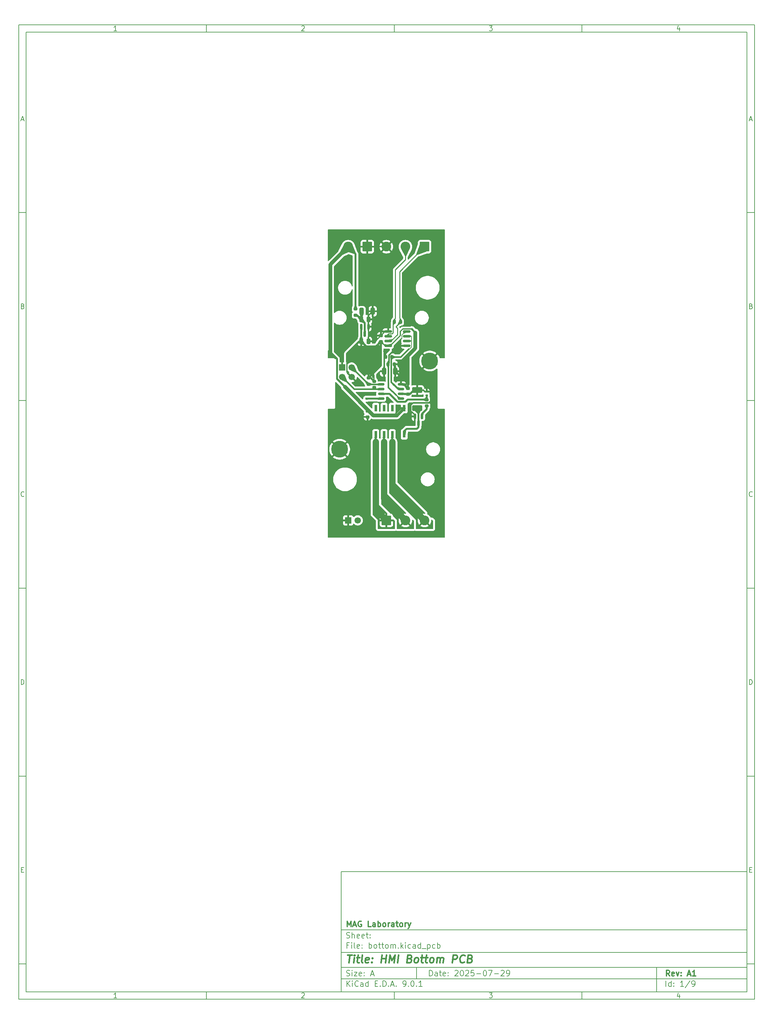
<source format=gbr>
%TF.GenerationSoftware,KiCad,Pcbnew,9.0.1*%
%TF.CreationDate,2025-07-31T02:38:38-07:00*%
%TF.ProjectId,bottom,626f7474-6f6d-42e6-9b69-6361645f7063,A1*%
%TF.SameCoordinates,PX578c1c0PY3d09000*%
%TF.FileFunction,Copper,L1,Top*%
%TF.FilePolarity,Positive*%
%FSLAX46Y46*%
G04 Gerber Fmt 4.6, Leading zero omitted, Abs format (unit mm)*
G04 Created by KiCad (PCBNEW 9.0.1) date 2025-07-31 02:38:38*
%MOMM*%
%LPD*%
G01*
G04 APERTURE LIST*
G04 Aperture macros list*
%AMRoundRect*
0 Rectangle with rounded corners*
0 $1 Rounding radius*
0 $2 $3 $4 $5 $6 $7 $8 $9 X,Y pos of 4 corners*
0 Add a 4 corners polygon primitive as box body*
4,1,4,$2,$3,$4,$5,$6,$7,$8,$9,$2,$3,0*
0 Add four circle primitives for the rounded corners*
1,1,$1+$1,$2,$3*
1,1,$1+$1,$4,$5*
1,1,$1+$1,$6,$7*
1,1,$1+$1,$8,$9*
0 Add four rect primitives between the rounded corners*
20,1,$1+$1,$2,$3,$4,$5,0*
20,1,$1+$1,$4,$5,$6,$7,0*
20,1,$1+$1,$6,$7,$8,$9,0*
20,1,$1+$1,$8,$9,$2,$3,0*%
G04 Aperture macros list end*
%ADD10C,0.100000*%
%ADD11C,0.150000*%
%ADD12C,0.300000*%
%ADD13C,0.400000*%
%TA.AperFunction,ComponentPad*%
%ADD14RoundRect,0.250000X-1.050000X-1.050000X1.050000X-1.050000X1.050000X1.050000X-1.050000X1.050000X0*%
%TD*%
%TA.AperFunction,ComponentPad*%
%ADD15C,2.600000*%
%TD*%
%TA.AperFunction,SMDPad,CuDef*%
%ADD16RoundRect,0.250000X-0.250000X-0.475000X0.250000X-0.475000X0.250000X0.475000X-0.250000X0.475000X0*%
%TD*%
%TA.AperFunction,SMDPad,CuDef*%
%ADD17RoundRect,0.200000X-0.200000X-0.275000X0.200000X-0.275000X0.200000X0.275000X-0.200000X0.275000X0*%
%TD*%
%TA.AperFunction,SMDPad,CuDef*%
%ADD18RoundRect,0.200000X-0.275000X0.200000X-0.275000X-0.200000X0.275000X-0.200000X0.275000X0.200000X0*%
%TD*%
%TA.AperFunction,SMDPad,CuDef*%
%ADD19R,0.800000X1.800000*%
%TD*%
%TA.AperFunction,SMDPad,CuDef*%
%ADD20RoundRect,0.200000X0.200000X0.275000X-0.200000X0.275000X-0.200000X-0.275000X0.200000X-0.275000X0*%
%TD*%
%TA.AperFunction,SMDPad,CuDef*%
%ADD21RoundRect,0.225000X-0.250000X0.225000X-0.250000X-0.225000X0.250000X-0.225000X0.250000X0.225000X0*%
%TD*%
%TA.AperFunction,ComponentPad*%
%ADD22R,1.700000X1.700000*%
%TD*%
%TA.AperFunction,ComponentPad*%
%ADD23C,1.700000*%
%TD*%
%TA.AperFunction,ComponentPad*%
%ADD24RoundRect,0.250000X1.050000X1.050000X-1.050000X1.050000X-1.050000X-1.050000X1.050000X-1.050000X0*%
%TD*%
%TA.AperFunction,SMDPad,CuDef*%
%ADD25RoundRect,0.150000X0.825000X0.150000X-0.825000X0.150000X-0.825000X-0.150000X0.825000X-0.150000X0*%
%TD*%
%TA.AperFunction,SMDPad,CuDef*%
%ADD26RoundRect,0.135000X0.185000X-0.135000X0.185000X0.135000X-0.185000X0.135000X-0.185000X-0.135000X0*%
%TD*%
%TA.AperFunction,SMDPad,CuDef*%
%ADD27RoundRect,0.150000X-0.150000X0.587500X-0.150000X-0.587500X0.150000X-0.587500X0.150000X0.587500X0*%
%TD*%
%TA.AperFunction,ComponentPad*%
%ADD28C,4.500000*%
%TD*%
%TA.AperFunction,SMDPad,CuDef*%
%ADD29RoundRect,0.150000X0.675000X0.150000X-0.675000X0.150000X-0.675000X-0.150000X0.675000X-0.150000X0*%
%TD*%
%TA.AperFunction,SMDPad,CuDef*%
%ADD30RoundRect,0.250000X0.325000X0.650000X-0.325000X0.650000X-0.325000X-0.650000X0.325000X-0.650000X0*%
%TD*%
%TA.AperFunction,SMDPad,CuDef*%
%ADD31RoundRect,0.250000X-0.325000X-0.650000X0.325000X-0.650000X0.325000X0.650000X-0.325000X0.650000X0*%
%TD*%
%TA.AperFunction,SMDPad,CuDef*%
%ADD32RoundRect,0.225000X0.250000X-0.225000X0.250000X0.225000X-0.250000X0.225000X-0.250000X-0.225000X0*%
%TD*%
%TA.AperFunction,SMDPad,CuDef*%
%ADD33RoundRect,0.250000X1.100000X-0.500000X1.100000X0.500000X-1.100000X0.500000X-1.100000X-0.500000X0*%
%TD*%
%TA.AperFunction,ViaPad*%
%ADD34C,0.800000*%
%TD*%
%TA.AperFunction,ViaPad*%
%ADD35C,0.600000*%
%TD*%
%TA.AperFunction,Conductor*%
%ADD36C,0.400000*%
%TD*%
%TA.AperFunction,Conductor*%
%ADD37C,0.300000*%
%TD*%
%TA.AperFunction,Conductor*%
%ADD38C,0.500000*%
%TD*%
%TA.AperFunction,Conductor*%
%ADD39C,1.000000*%
%TD*%
%TA.AperFunction,Conductor*%
%ADD40C,0.800000*%
%TD*%
%TA.AperFunction,Conductor*%
%ADD41C,0.200000*%
%TD*%
%TA.AperFunction,Conductor*%
%ADD42C,0.250000*%
%TD*%
%TA.AperFunction,Conductor*%
%ADD43C,1.700000*%
%TD*%
G04 APERTURE END LIST*
D10*
D11*
X4100000Y-171400000D02*
X112100000Y-171400000D01*
X112100000Y-203400000D01*
X4100000Y-203400000D01*
X4100000Y-171400000D01*
D10*
D11*
X-81800000Y54000000D02*
X114100000Y54000000D01*
X114100000Y-205400000D01*
X-81800000Y-205400000D01*
X-81800000Y54000000D01*
D10*
D11*
X-79800000Y52000000D02*
X112100000Y52000000D01*
X112100000Y-203400000D01*
X-79800000Y-203400000D01*
X-79800000Y52000000D01*
D10*
D11*
X-31800000Y52000000D02*
X-31800000Y54000000D01*
D10*
D11*
X18200000Y52000000D02*
X18200000Y54000000D01*
D10*
D11*
X68200000Y52000000D02*
X68200000Y54000000D01*
D10*
D11*
X-55710840Y52406396D02*
X-56453697Y52406396D01*
X-56082269Y52406396D02*
X-56082269Y53706396D01*
X-56082269Y53706396D02*
X-56206078Y53520681D01*
X-56206078Y53520681D02*
X-56329888Y53396872D01*
X-56329888Y53396872D02*
X-56453697Y53334967D01*
D10*
D11*
X-6453697Y53582586D02*
X-6391793Y53644491D01*
X-6391793Y53644491D02*
X-6267983Y53706396D01*
X-6267983Y53706396D02*
X-5958459Y53706396D01*
X-5958459Y53706396D02*
X-5834650Y53644491D01*
X-5834650Y53644491D02*
X-5772745Y53582586D01*
X-5772745Y53582586D02*
X-5710840Y53458777D01*
X-5710840Y53458777D02*
X-5710840Y53334967D01*
X-5710840Y53334967D02*
X-5772745Y53149253D01*
X-5772745Y53149253D02*
X-6515602Y52406396D01*
X-6515602Y52406396D02*
X-5710840Y52406396D01*
D10*
D11*
X43484398Y53706396D02*
X44289160Y53706396D01*
X44289160Y53706396D02*
X43855826Y53211158D01*
X43855826Y53211158D02*
X44041541Y53211158D01*
X44041541Y53211158D02*
X44165350Y53149253D01*
X44165350Y53149253D02*
X44227255Y53087348D01*
X44227255Y53087348D02*
X44289160Y52963539D01*
X44289160Y52963539D02*
X44289160Y52654015D01*
X44289160Y52654015D02*
X44227255Y52530205D01*
X44227255Y52530205D02*
X44165350Y52468300D01*
X44165350Y52468300D02*
X44041541Y52406396D01*
X44041541Y52406396D02*
X43670112Y52406396D01*
X43670112Y52406396D02*
X43546303Y52468300D01*
X43546303Y52468300D02*
X43484398Y52530205D01*
D10*
D11*
X94165350Y53273062D02*
X94165350Y52406396D01*
X93855826Y53768300D02*
X93546303Y52839729D01*
X93546303Y52839729D02*
X94351064Y52839729D01*
D10*
D11*
X-31800000Y-203400000D02*
X-31800000Y-205400000D01*
D10*
D11*
X18200000Y-203400000D02*
X18200000Y-205400000D01*
D10*
D11*
X68200000Y-203400000D02*
X68200000Y-205400000D01*
D10*
D11*
X-55710840Y-204993604D02*
X-56453697Y-204993604D01*
X-56082269Y-204993604D02*
X-56082269Y-203693604D01*
X-56082269Y-203693604D02*
X-56206078Y-203879319D01*
X-56206078Y-203879319D02*
X-56329888Y-204003128D01*
X-56329888Y-204003128D02*
X-56453697Y-204065033D01*
D10*
D11*
X-6453697Y-203817414D02*
X-6391793Y-203755509D01*
X-6391793Y-203755509D02*
X-6267983Y-203693604D01*
X-6267983Y-203693604D02*
X-5958459Y-203693604D01*
X-5958459Y-203693604D02*
X-5834650Y-203755509D01*
X-5834650Y-203755509D02*
X-5772745Y-203817414D01*
X-5772745Y-203817414D02*
X-5710840Y-203941223D01*
X-5710840Y-203941223D02*
X-5710840Y-204065033D01*
X-5710840Y-204065033D02*
X-5772745Y-204250747D01*
X-5772745Y-204250747D02*
X-6515602Y-204993604D01*
X-6515602Y-204993604D02*
X-5710840Y-204993604D01*
D10*
D11*
X43484398Y-203693604D02*
X44289160Y-203693604D01*
X44289160Y-203693604D02*
X43855826Y-204188842D01*
X43855826Y-204188842D02*
X44041541Y-204188842D01*
X44041541Y-204188842D02*
X44165350Y-204250747D01*
X44165350Y-204250747D02*
X44227255Y-204312652D01*
X44227255Y-204312652D02*
X44289160Y-204436461D01*
X44289160Y-204436461D02*
X44289160Y-204745985D01*
X44289160Y-204745985D02*
X44227255Y-204869795D01*
X44227255Y-204869795D02*
X44165350Y-204931700D01*
X44165350Y-204931700D02*
X44041541Y-204993604D01*
X44041541Y-204993604D02*
X43670112Y-204993604D01*
X43670112Y-204993604D02*
X43546303Y-204931700D01*
X43546303Y-204931700D02*
X43484398Y-204869795D01*
D10*
D11*
X94165350Y-204126938D02*
X94165350Y-204993604D01*
X93855826Y-203631700D02*
X93546303Y-204560271D01*
X93546303Y-204560271D02*
X94351064Y-204560271D01*
D10*
D11*
X-81800000Y4000000D02*
X-79800000Y4000000D01*
D10*
D11*
X-81800000Y-46000000D02*
X-79800000Y-46000000D01*
D10*
D11*
X-81800000Y-96000000D02*
X-79800000Y-96000000D01*
D10*
D11*
X-81800000Y-146000000D02*
X-79800000Y-146000000D01*
D10*
D11*
X-81800000Y-196000000D02*
X-79800000Y-196000000D01*
D10*
D11*
X-81109524Y28777824D02*
X-80490477Y28777824D01*
X-81233334Y28406396D02*
X-80800001Y29706396D01*
X-80800001Y29706396D02*
X-80366667Y28406396D01*
D10*
D11*
X-80707143Y-20912652D02*
X-80521429Y-20974557D01*
X-80521429Y-20974557D02*
X-80459524Y-21036461D01*
X-80459524Y-21036461D02*
X-80397620Y-21160271D01*
X-80397620Y-21160271D02*
X-80397620Y-21345985D01*
X-80397620Y-21345985D02*
X-80459524Y-21469795D01*
X-80459524Y-21469795D02*
X-80521429Y-21531700D01*
X-80521429Y-21531700D02*
X-80645239Y-21593604D01*
X-80645239Y-21593604D02*
X-81140477Y-21593604D01*
X-81140477Y-21593604D02*
X-81140477Y-20293604D01*
X-81140477Y-20293604D02*
X-80707143Y-20293604D01*
X-80707143Y-20293604D02*
X-80583334Y-20355509D01*
X-80583334Y-20355509D02*
X-80521429Y-20417414D01*
X-80521429Y-20417414D02*
X-80459524Y-20541223D01*
X-80459524Y-20541223D02*
X-80459524Y-20665033D01*
X-80459524Y-20665033D02*
X-80521429Y-20788842D01*
X-80521429Y-20788842D02*
X-80583334Y-20850747D01*
X-80583334Y-20850747D02*
X-80707143Y-20912652D01*
X-80707143Y-20912652D02*
X-81140477Y-20912652D01*
D10*
D11*
X-80397620Y-71469795D02*
X-80459524Y-71531700D01*
X-80459524Y-71531700D02*
X-80645239Y-71593604D01*
X-80645239Y-71593604D02*
X-80769048Y-71593604D01*
X-80769048Y-71593604D02*
X-80954762Y-71531700D01*
X-80954762Y-71531700D02*
X-81078572Y-71407890D01*
X-81078572Y-71407890D02*
X-81140477Y-71284080D01*
X-81140477Y-71284080D02*
X-81202381Y-71036461D01*
X-81202381Y-71036461D02*
X-81202381Y-70850747D01*
X-81202381Y-70850747D02*
X-81140477Y-70603128D01*
X-81140477Y-70603128D02*
X-81078572Y-70479319D01*
X-81078572Y-70479319D02*
X-80954762Y-70355509D01*
X-80954762Y-70355509D02*
X-80769048Y-70293604D01*
X-80769048Y-70293604D02*
X-80645239Y-70293604D01*
X-80645239Y-70293604D02*
X-80459524Y-70355509D01*
X-80459524Y-70355509D02*
X-80397620Y-70417414D01*
D10*
D11*
X-81140477Y-121593604D02*
X-81140477Y-120293604D01*
X-81140477Y-120293604D02*
X-80830953Y-120293604D01*
X-80830953Y-120293604D02*
X-80645239Y-120355509D01*
X-80645239Y-120355509D02*
X-80521429Y-120479319D01*
X-80521429Y-120479319D02*
X-80459524Y-120603128D01*
X-80459524Y-120603128D02*
X-80397620Y-120850747D01*
X-80397620Y-120850747D02*
X-80397620Y-121036461D01*
X-80397620Y-121036461D02*
X-80459524Y-121284080D01*
X-80459524Y-121284080D02*
X-80521429Y-121407890D01*
X-80521429Y-121407890D02*
X-80645239Y-121531700D01*
X-80645239Y-121531700D02*
X-80830953Y-121593604D01*
X-80830953Y-121593604D02*
X-81140477Y-121593604D01*
D10*
D11*
X-81078572Y-170912652D02*
X-80645238Y-170912652D01*
X-80459524Y-171593604D02*
X-81078572Y-171593604D01*
X-81078572Y-171593604D02*
X-81078572Y-170293604D01*
X-81078572Y-170293604D02*
X-80459524Y-170293604D01*
D10*
D11*
X114100000Y4000000D02*
X112100000Y4000000D01*
D10*
D11*
X114100000Y-46000000D02*
X112100000Y-46000000D01*
D10*
D11*
X114100000Y-96000000D02*
X112100000Y-96000000D01*
D10*
D11*
X114100000Y-146000000D02*
X112100000Y-146000000D01*
D10*
D11*
X114100000Y-196000000D02*
X112100000Y-196000000D01*
D10*
D11*
X112790476Y28777824D02*
X113409523Y28777824D01*
X112666666Y28406396D02*
X113099999Y29706396D01*
X113099999Y29706396D02*
X113533333Y28406396D01*
D10*
D11*
X113192857Y-20912652D02*
X113378571Y-20974557D01*
X113378571Y-20974557D02*
X113440476Y-21036461D01*
X113440476Y-21036461D02*
X113502380Y-21160271D01*
X113502380Y-21160271D02*
X113502380Y-21345985D01*
X113502380Y-21345985D02*
X113440476Y-21469795D01*
X113440476Y-21469795D02*
X113378571Y-21531700D01*
X113378571Y-21531700D02*
X113254761Y-21593604D01*
X113254761Y-21593604D02*
X112759523Y-21593604D01*
X112759523Y-21593604D02*
X112759523Y-20293604D01*
X112759523Y-20293604D02*
X113192857Y-20293604D01*
X113192857Y-20293604D02*
X113316666Y-20355509D01*
X113316666Y-20355509D02*
X113378571Y-20417414D01*
X113378571Y-20417414D02*
X113440476Y-20541223D01*
X113440476Y-20541223D02*
X113440476Y-20665033D01*
X113440476Y-20665033D02*
X113378571Y-20788842D01*
X113378571Y-20788842D02*
X113316666Y-20850747D01*
X113316666Y-20850747D02*
X113192857Y-20912652D01*
X113192857Y-20912652D02*
X112759523Y-20912652D01*
D10*
D11*
X113502380Y-71469795D02*
X113440476Y-71531700D01*
X113440476Y-71531700D02*
X113254761Y-71593604D01*
X113254761Y-71593604D02*
X113130952Y-71593604D01*
X113130952Y-71593604D02*
X112945238Y-71531700D01*
X112945238Y-71531700D02*
X112821428Y-71407890D01*
X112821428Y-71407890D02*
X112759523Y-71284080D01*
X112759523Y-71284080D02*
X112697619Y-71036461D01*
X112697619Y-71036461D02*
X112697619Y-70850747D01*
X112697619Y-70850747D02*
X112759523Y-70603128D01*
X112759523Y-70603128D02*
X112821428Y-70479319D01*
X112821428Y-70479319D02*
X112945238Y-70355509D01*
X112945238Y-70355509D02*
X113130952Y-70293604D01*
X113130952Y-70293604D02*
X113254761Y-70293604D01*
X113254761Y-70293604D02*
X113440476Y-70355509D01*
X113440476Y-70355509D02*
X113502380Y-70417414D01*
D10*
D11*
X112759523Y-121593604D02*
X112759523Y-120293604D01*
X112759523Y-120293604D02*
X113069047Y-120293604D01*
X113069047Y-120293604D02*
X113254761Y-120355509D01*
X113254761Y-120355509D02*
X113378571Y-120479319D01*
X113378571Y-120479319D02*
X113440476Y-120603128D01*
X113440476Y-120603128D02*
X113502380Y-120850747D01*
X113502380Y-120850747D02*
X113502380Y-121036461D01*
X113502380Y-121036461D02*
X113440476Y-121284080D01*
X113440476Y-121284080D02*
X113378571Y-121407890D01*
X113378571Y-121407890D02*
X113254761Y-121531700D01*
X113254761Y-121531700D02*
X113069047Y-121593604D01*
X113069047Y-121593604D02*
X112759523Y-121593604D01*
D10*
D11*
X112821428Y-170912652D02*
X113254762Y-170912652D01*
X113440476Y-171593604D02*
X112821428Y-171593604D01*
X112821428Y-171593604D02*
X112821428Y-170293604D01*
X112821428Y-170293604D02*
X113440476Y-170293604D01*
D10*
D11*
X27555826Y-199186128D02*
X27555826Y-197686128D01*
X27555826Y-197686128D02*
X27912969Y-197686128D01*
X27912969Y-197686128D02*
X28127255Y-197757557D01*
X28127255Y-197757557D02*
X28270112Y-197900414D01*
X28270112Y-197900414D02*
X28341541Y-198043271D01*
X28341541Y-198043271D02*
X28412969Y-198328985D01*
X28412969Y-198328985D02*
X28412969Y-198543271D01*
X28412969Y-198543271D02*
X28341541Y-198828985D01*
X28341541Y-198828985D02*
X28270112Y-198971842D01*
X28270112Y-198971842D02*
X28127255Y-199114700D01*
X28127255Y-199114700D02*
X27912969Y-199186128D01*
X27912969Y-199186128D02*
X27555826Y-199186128D01*
X29698684Y-199186128D02*
X29698684Y-198400414D01*
X29698684Y-198400414D02*
X29627255Y-198257557D01*
X29627255Y-198257557D02*
X29484398Y-198186128D01*
X29484398Y-198186128D02*
X29198684Y-198186128D01*
X29198684Y-198186128D02*
X29055826Y-198257557D01*
X29698684Y-199114700D02*
X29555826Y-199186128D01*
X29555826Y-199186128D02*
X29198684Y-199186128D01*
X29198684Y-199186128D02*
X29055826Y-199114700D01*
X29055826Y-199114700D02*
X28984398Y-198971842D01*
X28984398Y-198971842D02*
X28984398Y-198828985D01*
X28984398Y-198828985D02*
X29055826Y-198686128D01*
X29055826Y-198686128D02*
X29198684Y-198614700D01*
X29198684Y-198614700D02*
X29555826Y-198614700D01*
X29555826Y-198614700D02*
X29698684Y-198543271D01*
X30198684Y-198186128D02*
X30770112Y-198186128D01*
X30412969Y-197686128D02*
X30412969Y-198971842D01*
X30412969Y-198971842D02*
X30484398Y-199114700D01*
X30484398Y-199114700D02*
X30627255Y-199186128D01*
X30627255Y-199186128D02*
X30770112Y-199186128D01*
X31841541Y-199114700D02*
X31698684Y-199186128D01*
X31698684Y-199186128D02*
X31412970Y-199186128D01*
X31412970Y-199186128D02*
X31270112Y-199114700D01*
X31270112Y-199114700D02*
X31198684Y-198971842D01*
X31198684Y-198971842D02*
X31198684Y-198400414D01*
X31198684Y-198400414D02*
X31270112Y-198257557D01*
X31270112Y-198257557D02*
X31412970Y-198186128D01*
X31412970Y-198186128D02*
X31698684Y-198186128D01*
X31698684Y-198186128D02*
X31841541Y-198257557D01*
X31841541Y-198257557D02*
X31912970Y-198400414D01*
X31912970Y-198400414D02*
X31912970Y-198543271D01*
X31912970Y-198543271D02*
X31198684Y-198686128D01*
X32555826Y-199043271D02*
X32627255Y-199114700D01*
X32627255Y-199114700D02*
X32555826Y-199186128D01*
X32555826Y-199186128D02*
X32484398Y-199114700D01*
X32484398Y-199114700D02*
X32555826Y-199043271D01*
X32555826Y-199043271D02*
X32555826Y-199186128D01*
X32555826Y-198257557D02*
X32627255Y-198328985D01*
X32627255Y-198328985D02*
X32555826Y-198400414D01*
X32555826Y-198400414D02*
X32484398Y-198328985D01*
X32484398Y-198328985D02*
X32555826Y-198257557D01*
X32555826Y-198257557D02*
X32555826Y-198400414D01*
X34341541Y-197828985D02*
X34412969Y-197757557D01*
X34412969Y-197757557D02*
X34555827Y-197686128D01*
X34555827Y-197686128D02*
X34912969Y-197686128D01*
X34912969Y-197686128D02*
X35055827Y-197757557D01*
X35055827Y-197757557D02*
X35127255Y-197828985D01*
X35127255Y-197828985D02*
X35198684Y-197971842D01*
X35198684Y-197971842D02*
X35198684Y-198114700D01*
X35198684Y-198114700D02*
X35127255Y-198328985D01*
X35127255Y-198328985D02*
X34270112Y-199186128D01*
X34270112Y-199186128D02*
X35198684Y-199186128D01*
X36127255Y-197686128D02*
X36270112Y-197686128D01*
X36270112Y-197686128D02*
X36412969Y-197757557D01*
X36412969Y-197757557D02*
X36484398Y-197828985D01*
X36484398Y-197828985D02*
X36555826Y-197971842D01*
X36555826Y-197971842D02*
X36627255Y-198257557D01*
X36627255Y-198257557D02*
X36627255Y-198614700D01*
X36627255Y-198614700D02*
X36555826Y-198900414D01*
X36555826Y-198900414D02*
X36484398Y-199043271D01*
X36484398Y-199043271D02*
X36412969Y-199114700D01*
X36412969Y-199114700D02*
X36270112Y-199186128D01*
X36270112Y-199186128D02*
X36127255Y-199186128D01*
X36127255Y-199186128D02*
X35984398Y-199114700D01*
X35984398Y-199114700D02*
X35912969Y-199043271D01*
X35912969Y-199043271D02*
X35841540Y-198900414D01*
X35841540Y-198900414D02*
X35770112Y-198614700D01*
X35770112Y-198614700D02*
X35770112Y-198257557D01*
X35770112Y-198257557D02*
X35841540Y-197971842D01*
X35841540Y-197971842D02*
X35912969Y-197828985D01*
X35912969Y-197828985D02*
X35984398Y-197757557D01*
X35984398Y-197757557D02*
X36127255Y-197686128D01*
X37198683Y-197828985D02*
X37270111Y-197757557D01*
X37270111Y-197757557D02*
X37412969Y-197686128D01*
X37412969Y-197686128D02*
X37770111Y-197686128D01*
X37770111Y-197686128D02*
X37912969Y-197757557D01*
X37912969Y-197757557D02*
X37984397Y-197828985D01*
X37984397Y-197828985D02*
X38055826Y-197971842D01*
X38055826Y-197971842D02*
X38055826Y-198114700D01*
X38055826Y-198114700D02*
X37984397Y-198328985D01*
X37984397Y-198328985D02*
X37127254Y-199186128D01*
X37127254Y-199186128D02*
X38055826Y-199186128D01*
X39412968Y-197686128D02*
X38698682Y-197686128D01*
X38698682Y-197686128D02*
X38627254Y-198400414D01*
X38627254Y-198400414D02*
X38698682Y-198328985D01*
X38698682Y-198328985D02*
X38841540Y-198257557D01*
X38841540Y-198257557D02*
X39198682Y-198257557D01*
X39198682Y-198257557D02*
X39341540Y-198328985D01*
X39341540Y-198328985D02*
X39412968Y-198400414D01*
X39412968Y-198400414D02*
X39484397Y-198543271D01*
X39484397Y-198543271D02*
X39484397Y-198900414D01*
X39484397Y-198900414D02*
X39412968Y-199043271D01*
X39412968Y-199043271D02*
X39341540Y-199114700D01*
X39341540Y-199114700D02*
X39198682Y-199186128D01*
X39198682Y-199186128D02*
X38841540Y-199186128D01*
X38841540Y-199186128D02*
X38698682Y-199114700D01*
X38698682Y-199114700D02*
X38627254Y-199043271D01*
X40127253Y-198614700D02*
X41270111Y-198614700D01*
X42270111Y-197686128D02*
X42412968Y-197686128D01*
X42412968Y-197686128D02*
X42555825Y-197757557D01*
X42555825Y-197757557D02*
X42627254Y-197828985D01*
X42627254Y-197828985D02*
X42698682Y-197971842D01*
X42698682Y-197971842D02*
X42770111Y-198257557D01*
X42770111Y-198257557D02*
X42770111Y-198614700D01*
X42770111Y-198614700D02*
X42698682Y-198900414D01*
X42698682Y-198900414D02*
X42627254Y-199043271D01*
X42627254Y-199043271D02*
X42555825Y-199114700D01*
X42555825Y-199114700D02*
X42412968Y-199186128D01*
X42412968Y-199186128D02*
X42270111Y-199186128D01*
X42270111Y-199186128D02*
X42127254Y-199114700D01*
X42127254Y-199114700D02*
X42055825Y-199043271D01*
X42055825Y-199043271D02*
X41984396Y-198900414D01*
X41984396Y-198900414D02*
X41912968Y-198614700D01*
X41912968Y-198614700D02*
X41912968Y-198257557D01*
X41912968Y-198257557D02*
X41984396Y-197971842D01*
X41984396Y-197971842D02*
X42055825Y-197828985D01*
X42055825Y-197828985D02*
X42127254Y-197757557D01*
X42127254Y-197757557D02*
X42270111Y-197686128D01*
X43270110Y-197686128D02*
X44270110Y-197686128D01*
X44270110Y-197686128D02*
X43627253Y-199186128D01*
X44841538Y-198614700D02*
X45984396Y-198614700D01*
X46627253Y-197828985D02*
X46698681Y-197757557D01*
X46698681Y-197757557D02*
X46841539Y-197686128D01*
X46841539Y-197686128D02*
X47198681Y-197686128D01*
X47198681Y-197686128D02*
X47341539Y-197757557D01*
X47341539Y-197757557D02*
X47412967Y-197828985D01*
X47412967Y-197828985D02*
X47484396Y-197971842D01*
X47484396Y-197971842D02*
X47484396Y-198114700D01*
X47484396Y-198114700D02*
X47412967Y-198328985D01*
X47412967Y-198328985D02*
X46555824Y-199186128D01*
X46555824Y-199186128D02*
X47484396Y-199186128D01*
X48198681Y-199186128D02*
X48484395Y-199186128D01*
X48484395Y-199186128D02*
X48627252Y-199114700D01*
X48627252Y-199114700D02*
X48698681Y-199043271D01*
X48698681Y-199043271D02*
X48841538Y-198828985D01*
X48841538Y-198828985D02*
X48912967Y-198543271D01*
X48912967Y-198543271D02*
X48912967Y-197971842D01*
X48912967Y-197971842D02*
X48841538Y-197828985D01*
X48841538Y-197828985D02*
X48770110Y-197757557D01*
X48770110Y-197757557D02*
X48627252Y-197686128D01*
X48627252Y-197686128D02*
X48341538Y-197686128D01*
X48341538Y-197686128D02*
X48198681Y-197757557D01*
X48198681Y-197757557D02*
X48127252Y-197828985D01*
X48127252Y-197828985D02*
X48055824Y-197971842D01*
X48055824Y-197971842D02*
X48055824Y-198328985D01*
X48055824Y-198328985D02*
X48127252Y-198471842D01*
X48127252Y-198471842D02*
X48198681Y-198543271D01*
X48198681Y-198543271D02*
X48341538Y-198614700D01*
X48341538Y-198614700D02*
X48627252Y-198614700D01*
X48627252Y-198614700D02*
X48770110Y-198543271D01*
X48770110Y-198543271D02*
X48841538Y-198471842D01*
X48841538Y-198471842D02*
X48912967Y-198328985D01*
D10*
D11*
X4100000Y-199900000D02*
X112100000Y-199900000D01*
D10*
D11*
X5555826Y-201986128D02*
X5555826Y-200486128D01*
X6412969Y-201986128D02*
X5770112Y-201128985D01*
X6412969Y-200486128D02*
X5555826Y-201343271D01*
X7055826Y-201986128D02*
X7055826Y-200986128D01*
X7055826Y-200486128D02*
X6984398Y-200557557D01*
X6984398Y-200557557D02*
X7055826Y-200628985D01*
X7055826Y-200628985D02*
X7127255Y-200557557D01*
X7127255Y-200557557D02*
X7055826Y-200486128D01*
X7055826Y-200486128D02*
X7055826Y-200628985D01*
X8627255Y-201843271D02*
X8555827Y-201914700D01*
X8555827Y-201914700D02*
X8341541Y-201986128D01*
X8341541Y-201986128D02*
X8198684Y-201986128D01*
X8198684Y-201986128D02*
X7984398Y-201914700D01*
X7984398Y-201914700D02*
X7841541Y-201771842D01*
X7841541Y-201771842D02*
X7770112Y-201628985D01*
X7770112Y-201628985D02*
X7698684Y-201343271D01*
X7698684Y-201343271D02*
X7698684Y-201128985D01*
X7698684Y-201128985D02*
X7770112Y-200843271D01*
X7770112Y-200843271D02*
X7841541Y-200700414D01*
X7841541Y-200700414D02*
X7984398Y-200557557D01*
X7984398Y-200557557D02*
X8198684Y-200486128D01*
X8198684Y-200486128D02*
X8341541Y-200486128D01*
X8341541Y-200486128D02*
X8555827Y-200557557D01*
X8555827Y-200557557D02*
X8627255Y-200628985D01*
X9912970Y-201986128D02*
X9912970Y-201200414D01*
X9912970Y-201200414D02*
X9841541Y-201057557D01*
X9841541Y-201057557D02*
X9698684Y-200986128D01*
X9698684Y-200986128D02*
X9412970Y-200986128D01*
X9412970Y-200986128D02*
X9270112Y-201057557D01*
X9912970Y-201914700D02*
X9770112Y-201986128D01*
X9770112Y-201986128D02*
X9412970Y-201986128D01*
X9412970Y-201986128D02*
X9270112Y-201914700D01*
X9270112Y-201914700D02*
X9198684Y-201771842D01*
X9198684Y-201771842D02*
X9198684Y-201628985D01*
X9198684Y-201628985D02*
X9270112Y-201486128D01*
X9270112Y-201486128D02*
X9412970Y-201414700D01*
X9412970Y-201414700D02*
X9770112Y-201414700D01*
X9770112Y-201414700D02*
X9912970Y-201343271D01*
X11270113Y-201986128D02*
X11270113Y-200486128D01*
X11270113Y-201914700D02*
X11127255Y-201986128D01*
X11127255Y-201986128D02*
X10841541Y-201986128D01*
X10841541Y-201986128D02*
X10698684Y-201914700D01*
X10698684Y-201914700D02*
X10627255Y-201843271D01*
X10627255Y-201843271D02*
X10555827Y-201700414D01*
X10555827Y-201700414D02*
X10555827Y-201271842D01*
X10555827Y-201271842D02*
X10627255Y-201128985D01*
X10627255Y-201128985D02*
X10698684Y-201057557D01*
X10698684Y-201057557D02*
X10841541Y-200986128D01*
X10841541Y-200986128D02*
X11127255Y-200986128D01*
X11127255Y-200986128D02*
X11270113Y-201057557D01*
X13127255Y-201200414D02*
X13627255Y-201200414D01*
X13841541Y-201986128D02*
X13127255Y-201986128D01*
X13127255Y-201986128D02*
X13127255Y-200486128D01*
X13127255Y-200486128D02*
X13841541Y-200486128D01*
X14484398Y-201843271D02*
X14555827Y-201914700D01*
X14555827Y-201914700D02*
X14484398Y-201986128D01*
X14484398Y-201986128D02*
X14412970Y-201914700D01*
X14412970Y-201914700D02*
X14484398Y-201843271D01*
X14484398Y-201843271D02*
X14484398Y-201986128D01*
X15198684Y-201986128D02*
X15198684Y-200486128D01*
X15198684Y-200486128D02*
X15555827Y-200486128D01*
X15555827Y-200486128D02*
X15770113Y-200557557D01*
X15770113Y-200557557D02*
X15912970Y-200700414D01*
X15912970Y-200700414D02*
X15984399Y-200843271D01*
X15984399Y-200843271D02*
X16055827Y-201128985D01*
X16055827Y-201128985D02*
X16055827Y-201343271D01*
X16055827Y-201343271D02*
X15984399Y-201628985D01*
X15984399Y-201628985D02*
X15912970Y-201771842D01*
X15912970Y-201771842D02*
X15770113Y-201914700D01*
X15770113Y-201914700D02*
X15555827Y-201986128D01*
X15555827Y-201986128D02*
X15198684Y-201986128D01*
X16698684Y-201843271D02*
X16770113Y-201914700D01*
X16770113Y-201914700D02*
X16698684Y-201986128D01*
X16698684Y-201986128D02*
X16627256Y-201914700D01*
X16627256Y-201914700D02*
X16698684Y-201843271D01*
X16698684Y-201843271D02*
X16698684Y-201986128D01*
X17341542Y-201557557D02*
X18055828Y-201557557D01*
X17198685Y-201986128D02*
X17698685Y-200486128D01*
X17698685Y-200486128D02*
X18198685Y-201986128D01*
X18698684Y-201843271D02*
X18770113Y-201914700D01*
X18770113Y-201914700D02*
X18698684Y-201986128D01*
X18698684Y-201986128D02*
X18627256Y-201914700D01*
X18627256Y-201914700D02*
X18698684Y-201843271D01*
X18698684Y-201843271D02*
X18698684Y-201986128D01*
X20627256Y-201986128D02*
X20912970Y-201986128D01*
X20912970Y-201986128D02*
X21055827Y-201914700D01*
X21055827Y-201914700D02*
X21127256Y-201843271D01*
X21127256Y-201843271D02*
X21270113Y-201628985D01*
X21270113Y-201628985D02*
X21341542Y-201343271D01*
X21341542Y-201343271D02*
X21341542Y-200771842D01*
X21341542Y-200771842D02*
X21270113Y-200628985D01*
X21270113Y-200628985D02*
X21198685Y-200557557D01*
X21198685Y-200557557D02*
X21055827Y-200486128D01*
X21055827Y-200486128D02*
X20770113Y-200486128D01*
X20770113Y-200486128D02*
X20627256Y-200557557D01*
X20627256Y-200557557D02*
X20555827Y-200628985D01*
X20555827Y-200628985D02*
X20484399Y-200771842D01*
X20484399Y-200771842D02*
X20484399Y-201128985D01*
X20484399Y-201128985D02*
X20555827Y-201271842D01*
X20555827Y-201271842D02*
X20627256Y-201343271D01*
X20627256Y-201343271D02*
X20770113Y-201414700D01*
X20770113Y-201414700D02*
X21055827Y-201414700D01*
X21055827Y-201414700D02*
X21198685Y-201343271D01*
X21198685Y-201343271D02*
X21270113Y-201271842D01*
X21270113Y-201271842D02*
X21341542Y-201128985D01*
X21984398Y-201843271D02*
X22055827Y-201914700D01*
X22055827Y-201914700D02*
X21984398Y-201986128D01*
X21984398Y-201986128D02*
X21912970Y-201914700D01*
X21912970Y-201914700D02*
X21984398Y-201843271D01*
X21984398Y-201843271D02*
X21984398Y-201986128D01*
X22984399Y-200486128D02*
X23127256Y-200486128D01*
X23127256Y-200486128D02*
X23270113Y-200557557D01*
X23270113Y-200557557D02*
X23341542Y-200628985D01*
X23341542Y-200628985D02*
X23412970Y-200771842D01*
X23412970Y-200771842D02*
X23484399Y-201057557D01*
X23484399Y-201057557D02*
X23484399Y-201414700D01*
X23484399Y-201414700D02*
X23412970Y-201700414D01*
X23412970Y-201700414D02*
X23341542Y-201843271D01*
X23341542Y-201843271D02*
X23270113Y-201914700D01*
X23270113Y-201914700D02*
X23127256Y-201986128D01*
X23127256Y-201986128D02*
X22984399Y-201986128D01*
X22984399Y-201986128D02*
X22841542Y-201914700D01*
X22841542Y-201914700D02*
X22770113Y-201843271D01*
X22770113Y-201843271D02*
X22698684Y-201700414D01*
X22698684Y-201700414D02*
X22627256Y-201414700D01*
X22627256Y-201414700D02*
X22627256Y-201057557D01*
X22627256Y-201057557D02*
X22698684Y-200771842D01*
X22698684Y-200771842D02*
X22770113Y-200628985D01*
X22770113Y-200628985D02*
X22841542Y-200557557D01*
X22841542Y-200557557D02*
X22984399Y-200486128D01*
X24127255Y-201843271D02*
X24198684Y-201914700D01*
X24198684Y-201914700D02*
X24127255Y-201986128D01*
X24127255Y-201986128D02*
X24055827Y-201914700D01*
X24055827Y-201914700D02*
X24127255Y-201843271D01*
X24127255Y-201843271D02*
X24127255Y-201986128D01*
X25627256Y-201986128D02*
X24770113Y-201986128D01*
X25198684Y-201986128D02*
X25198684Y-200486128D01*
X25198684Y-200486128D02*
X25055827Y-200700414D01*
X25055827Y-200700414D02*
X24912970Y-200843271D01*
X24912970Y-200843271D02*
X24770113Y-200914700D01*
D10*
D11*
X4100000Y-196900000D02*
X112100000Y-196900000D01*
D10*
D12*
X91511653Y-199178328D02*
X91011653Y-198464042D01*
X90654510Y-199178328D02*
X90654510Y-197678328D01*
X90654510Y-197678328D02*
X91225939Y-197678328D01*
X91225939Y-197678328D02*
X91368796Y-197749757D01*
X91368796Y-197749757D02*
X91440225Y-197821185D01*
X91440225Y-197821185D02*
X91511653Y-197964042D01*
X91511653Y-197964042D02*
X91511653Y-198178328D01*
X91511653Y-198178328D02*
X91440225Y-198321185D01*
X91440225Y-198321185D02*
X91368796Y-198392614D01*
X91368796Y-198392614D02*
X91225939Y-198464042D01*
X91225939Y-198464042D02*
X90654510Y-198464042D01*
X92725939Y-199106900D02*
X92583082Y-199178328D01*
X92583082Y-199178328D02*
X92297368Y-199178328D01*
X92297368Y-199178328D02*
X92154510Y-199106900D01*
X92154510Y-199106900D02*
X92083082Y-198964042D01*
X92083082Y-198964042D02*
X92083082Y-198392614D01*
X92083082Y-198392614D02*
X92154510Y-198249757D01*
X92154510Y-198249757D02*
X92297368Y-198178328D01*
X92297368Y-198178328D02*
X92583082Y-198178328D01*
X92583082Y-198178328D02*
X92725939Y-198249757D01*
X92725939Y-198249757D02*
X92797368Y-198392614D01*
X92797368Y-198392614D02*
X92797368Y-198535471D01*
X92797368Y-198535471D02*
X92083082Y-198678328D01*
X93297367Y-198178328D02*
X93654510Y-199178328D01*
X93654510Y-199178328D02*
X94011653Y-198178328D01*
X94583081Y-199035471D02*
X94654510Y-199106900D01*
X94654510Y-199106900D02*
X94583081Y-199178328D01*
X94583081Y-199178328D02*
X94511653Y-199106900D01*
X94511653Y-199106900D02*
X94583081Y-199035471D01*
X94583081Y-199035471D02*
X94583081Y-199178328D01*
X94583081Y-198249757D02*
X94654510Y-198321185D01*
X94654510Y-198321185D02*
X94583081Y-198392614D01*
X94583081Y-198392614D02*
X94511653Y-198321185D01*
X94511653Y-198321185D02*
X94583081Y-198249757D01*
X94583081Y-198249757D02*
X94583081Y-198392614D01*
X96368796Y-198749757D02*
X97083082Y-198749757D01*
X96225939Y-199178328D02*
X96725939Y-197678328D01*
X96725939Y-197678328D02*
X97225939Y-199178328D01*
X98511653Y-199178328D02*
X97654510Y-199178328D01*
X98083081Y-199178328D02*
X98083081Y-197678328D01*
X98083081Y-197678328D02*
X97940224Y-197892614D01*
X97940224Y-197892614D02*
X97797367Y-198035471D01*
X97797367Y-198035471D02*
X97654510Y-198106900D01*
D10*
D11*
X5484398Y-199114700D02*
X5698684Y-199186128D01*
X5698684Y-199186128D02*
X6055826Y-199186128D01*
X6055826Y-199186128D02*
X6198684Y-199114700D01*
X6198684Y-199114700D02*
X6270112Y-199043271D01*
X6270112Y-199043271D02*
X6341541Y-198900414D01*
X6341541Y-198900414D02*
X6341541Y-198757557D01*
X6341541Y-198757557D02*
X6270112Y-198614700D01*
X6270112Y-198614700D02*
X6198684Y-198543271D01*
X6198684Y-198543271D02*
X6055826Y-198471842D01*
X6055826Y-198471842D02*
X5770112Y-198400414D01*
X5770112Y-198400414D02*
X5627255Y-198328985D01*
X5627255Y-198328985D02*
X5555826Y-198257557D01*
X5555826Y-198257557D02*
X5484398Y-198114700D01*
X5484398Y-198114700D02*
X5484398Y-197971842D01*
X5484398Y-197971842D02*
X5555826Y-197828985D01*
X5555826Y-197828985D02*
X5627255Y-197757557D01*
X5627255Y-197757557D02*
X5770112Y-197686128D01*
X5770112Y-197686128D02*
X6127255Y-197686128D01*
X6127255Y-197686128D02*
X6341541Y-197757557D01*
X6984397Y-199186128D02*
X6984397Y-198186128D01*
X6984397Y-197686128D02*
X6912969Y-197757557D01*
X6912969Y-197757557D02*
X6984397Y-197828985D01*
X6984397Y-197828985D02*
X7055826Y-197757557D01*
X7055826Y-197757557D02*
X6984397Y-197686128D01*
X6984397Y-197686128D02*
X6984397Y-197828985D01*
X7555826Y-198186128D02*
X8341541Y-198186128D01*
X8341541Y-198186128D02*
X7555826Y-199186128D01*
X7555826Y-199186128D02*
X8341541Y-199186128D01*
X9484398Y-199114700D02*
X9341541Y-199186128D01*
X9341541Y-199186128D02*
X9055827Y-199186128D01*
X9055827Y-199186128D02*
X8912969Y-199114700D01*
X8912969Y-199114700D02*
X8841541Y-198971842D01*
X8841541Y-198971842D02*
X8841541Y-198400414D01*
X8841541Y-198400414D02*
X8912969Y-198257557D01*
X8912969Y-198257557D02*
X9055827Y-198186128D01*
X9055827Y-198186128D02*
X9341541Y-198186128D01*
X9341541Y-198186128D02*
X9484398Y-198257557D01*
X9484398Y-198257557D02*
X9555827Y-198400414D01*
X9555827Y-198400414D02*
X9555827Y-198543271D01*
X9555827Y-198543271D02*
X8841541Y-198686128D01*
X10198683Y-199043271D02*
X10270112Y-199114700D01*
X10270112Y-199114700D02*
X10198683Y-199186128D01*
X10198683Y-199186128D02*
X10127255Y-199114700D01*
X10127255Y-199114700D02*
X10198683Y-199043271D01*
X10198683Y-199043271D02*
X10198683Y-199186128D01*
X10198683Y-198257557D02*
X10270112Y-198328985D01*
X10270112Y-198328985D02*
X10198683Y-198400414D01*
X10198683Y-198400414D02*
X10127255Y-198328985D01*
X10127255Y-198328985D02*
X10198683Y-198257557D01*
X10198683Y-198257557D02*
X10198683Y-198400414D01*
X11984398Y-198757557D02*
X12698684Y-198757557D01*
X11841541Y-199186128D02*
X12341541Y-197686128D01*
X12341541Y-197686128D02*
X12841541Y-199186128D01*
D10*
D11*
X90555826Y-201986128D02*
X90555826Y-200486128D01*
X91912970Y-201986128D02*
X91912970Y-200486128D01*
X91912970Y-201914700D02*
X91770112Y-201986128D01*
X91770112Y-201986128D02*
X91484398Y-201986128D01*
X91484398Y-201986128D02*
X91341541Y-201914700D01*
X91341541Y-201914700D02*
X91270112Y-201843271D01*
X91270112Y-201843271D02*
X91198684Y-201700414D01*
X91198684Y-201700414D02*
X91198684Y-201271842D01*
X91198684Y-201271842D02*
X91270112Y-201128985D01*
X91270112Y-201128985D02*
X91341541Y-201057557D01*
X91341541Y-201057557D02*
X91484398Y-200986128D01*
X91484398Y-200986128D02*
X91770112Y-200986128D01*
X91770112Y-200986128D02*
X91912970Y-201057557D01*
X92627255Y-201843271D02*
X92698684Y-201914700D01*
X92698684Y-201914700D02*
X92627255Y-201986128D01*
X92627255Y-201986128D02*
X92555827Y-201914700D01*
X92555827Y-201914700D02*
X92627255Y-201843271D01*
X92627255Y-201843271D02*
X92627255Y-201986128D01*
X92627255Y-201057557D02*
X92698684Y-201128985D01*
X92698684Y-201128985D02*
X92627255Y-201200414D01*
X92627255Y-201200414D02*
X92555827Y-201128985D01*
X92555827Y-201128985D02*
X92627255Y-201057557D01*
X92627255Y-201057557D02*
X92627255Y-201200414D01*
X95270113Y-201986128D02*
X94412970Y-201986128D01*
X94841541Y-201986128D02*
X94841541Y-200486128D01*
X94841541Y-200486128D02*
X94698684Y-200700414D01*
X94698684Y-200700414D02*
X94555827Y-200843271D01*
X94555827Y-200843271D02*
X94412970Y-200914700D01*
X96984398Y-200414700D02*
X95698684Y-202343271D01*
X97555827Y-201986128D02*
X97841541Y-201986128D01*
X97841541Y-201986128D02*
X97984398Y-201914700D01*
X97984398Y-201914700D02*
X98055827Y-201843271D01*
X98055827Y-201843271D02*
X98198684Y-201628985D01*
X98198684Y-201628985D02*
X98270113Y-201343271D01*
X98270113Y-201343271D02*
X98270113Y-200771842D01*
X98270113Y-200771842D02*
X98198684Y-200628985D01*
X98198684Y-200628985D02*
X98127256Y-200557557D01*
X98127256Y-200557557D02*
X97984398Y-200486128D01*
X97984398Y-200486128D02*
X97698684Y-200486128D01*
X97698684Y-200486128D02*
X97555827Y-200557557D01*
X97555827Y-200557557D02*
X97484398Y-200628985D01*
X97484398Y-200628985D02*
X97412970Y-200771842D01*
X97412970Y-200771842D02*
X97412970Y-201128985D01*
X97412970Y-201128985D02*
X97484398Y-201271842D01*
X97484398Y-201271842D02*
X97555827Y-201343271D01*
X97555827Y-201343271D02*
X97698684Y-201414700D01*
X97698684Y-201414700D02*
X97984398Y-201414700D01*
X97984398Y-201414700D02*
X98127256Y-201343271D01*
X98127256Y-201343271D02*
X98198684Y-201271842D01*
X98198684Y-201271842D02*
X98270113Y-201128985D01*
D10*
D11*
X4100000Y-192900000D02*
X112100000Y-192900000D01*
D10*
D13*
X5791728Y-193604438D02*
X6934585Y-193604438D01*
X6113157Y-195604438D02*
X6363157Y-193604438D01*
X7351252Y-195604438D02*
X7517919Y-194271104D01*
X7601252Y-193604438D02*
X7494109Y-193699676D01*
X7494109Y-193699676D02*
X7577443Y-193794914D01*
X7577443Y-193794914D02*
X7684586Y-193699676D01*
X7684586Y-193699676D02*
X7601252Y-193604438D01*
X7601252Y-193604438D02*
X7577443Y-193794914D01*
X8184586Y-194271104D02*
X8946490Y-194271104D01*
X8553633Y-193604438D02*
X8339348Y-195318723D01*
X8339348Y-195318723D02*
X8410776Y-195509200D01*
X8410776Y-195509200D02*
X8589348Y-195604438D01*
X8589348Y-195604438D02*
X8779824Y-195604438D01*
X9732205Y-195604438D02*
X9553633Y-195509200D01*
X9553633Y-195509200D02*
X9482205Y-195318723D01*
X9482205Y-195318723D02*
X9696490Y-193604438D01*
X11267919Y-195509200D02*
X11065538Y-195604438D01*
X11065538Y-195604438D02*
X10684585Y-195604438D01*
X10684585Y-195604438D02*
X10506014Y-195509200D01*
X10506014Y-195509200D02*
X10434585Y-195318723D01*
X10434585Y-195318723D02*
X10529824Y-194556819D01*
X10529824Y-194556819D02*
X10648871Y-194366342D01*
X10648871Y-194366342D02*
X10851252Y-194271104D01*
X10851252Y-194271104D02*
X11232204Y-194271104D01*
X11232204Y-194271104D02*
X11410776Y-194366342D01*
X11410776Y-194366342D02*
X11482204Y-194556819D01*
X11482204Y-194556819D02*
X11458395Y-194747295D01*
X11458395Y-194747295D02*
X10482204Y-194937771D01*
X12232205Y-195413961D02*
X12315538Y-195509200D01*
X12315538Y-195509200D02*
X12208395Y-195604438D01*
X12208395Y-195604438D02*
X12125062Y-195509200D01*
X12125062Y-195509200D02*
X12232205Y-195413961D01*
X12232205Y-195413961D02*
X12208395Y-195604438D01*
X12363157Y-194366342D02*
X12446490Y-194461580D01*
X12446490Y-194461580D02*
X12339348Y-194556819D01*
X12339348Y-194556819D02*
X12256014Y-194461580D01*
X12256014Y-194461580D02*
X12363157Y-194366342D01*
X12363157Y-194366342D02*
X12339348Y-194556819D01*
X14684586Y-195604438D02*
X14934586Y-193604438D01*
X14815539Y-194556819D02*
X15958396Y-194556819D01*
X15827443Y-195604438D02*
X16077443Y-193604438D01*
X16779824Y-195604438D02*
X17029824Y-193604438D01*
X17029824Y-193604438D02*
X17517919Y-195033009D01*
X17517919Y-195033009D02*
X18363158Y-193604438D01*
X18363158Y-193604438D02*
X18113158Y-195604438D01*
X19065538Y-195604438D02*
X19315538Y-193604438D01*
X22339348Y-194556819D02*
X22613158Y-194652057D01*
X22613158Y-194652057D02*
X22696491Y-194747295D01*
X22696491Y-194747295D02*
X22767920Y-194937771D01*
X22767920Y-194937771D02*
X22732205Y-195223485D01*
X22732205Y-195223485D02*
X22613158Y-195413961D01*
X22613158Y-195413961D02*
X22506015Y-195509200D01*
X22506015Y-195509200D02*
X22303634Y-195604438D01*
X22303634Y-195604438D02*
X21541729Y-195604438D01*
X21541729Y-195604438D02*
X21791729Y-193604438D01*
X21791729Y-193604438D02*
X22458396Y-193604438D01*
X22458396Y-193604438D02*
X22636967Y-193699676D01*
X22636967Y-193699676D02*
X22720301Y-193794914D01*
X22720301Y-193794914D02*
X22791729Y-193985390D01*
X22791729Y-193985390D02*
X22767920Y-194175866D01*
X22767920Y-194175866D02*
X22648872Y-194366342D01*
X22648872Y-194366342D02*
X22541729Y-194461580D01*
X22541729Y-194461580D02*
X22339348Y-194556819D01*
X22339348Y-194556819D02*
X21672682Y-194556819D01*
X23827444Y-195604438D02*
X23648872Y-195509200D01*
X23648872Y-195509200D02*
X23565539Y-195413961D01*
X23565539Y-195413961D02*
X23494110Y-195223485D01*
X23494110Y-195223485D02*
X23565539Y-194652057D01*
X23565539Y-194652057D02*
X23684586Y-194461580D01*
X23684586Y-194461580D02*
X23791729Y-194366342D01*
X23791729Y-194366342D02*
X23994110Y-194271104D01*
X23994110Y-194271104D02*
X24279824Y-194271104D01*
X24279824Y-194271104D02*
X24458396Y-194366342D01*
X24458396Y-194366342D02*
X24541729Y-194461580D01*
X24541729Y-194461580D02*
X24613158Y-194652057D01*
X24613158Y-194652057D02*
X24541729Y-195223485D01*
X24541729Y-195223485D02*
X24422682Y-195413961D01*
X24422682Y-195413961D02*
X24315539Y-195509200D01*
X24315539Y-195509200D02*
X24113158Y-195604438D01*
X24113158Y-195604438D02*
X23827444Y-195604438D01*
X25232206Y-194271104D02*
X25994110Y-194271104D01*
X25601253Y-193604438D02*
X25386968Y-195318723D01*
X25386968Y-195318723D02*
X25458396Y-195509200D01*
X25458396Y-195509200D02*
X25636968Y-195604438D01*
X25636968Y-195604438D02*
X25827444Y-195604438D01*
X26375063Y-194271104D02*
X27136967Y-194271104D01*
X26744110Y-193604438D02*
X26529825Y-195318723D01*
X26529825Y-195318723D02*
X26601253Y-195509200D01*
X26601253Y-195509200D02*
X26779825Y-195604438D01*
X26779825Y-195604438D02*
X26970301Y-195604438D01*
X27922682Y-195604438D02*
X27744110Y-195509200D01*
X27744110Y-195509200D02*
X27660777Y-195413961D01*
X27660777Y-195413961D02*
X27589348Y-195223485D01*
X27589348Y-195223485D02*
X27660777Y-194652057D01*
X27660777Y-194652057D02*
X27779824Y-194461580D01*
X27779824Y-194461580D02*
X27886967Y-194366342D01*
X27886967Y-194366342D02*
X28089348Y-194271104D01*
X28089348Y-194271104D02*
X28375062Y-194271104D01*
X28375062Y-194271104D02*
X28553634Y-194366342D01*
X28553634Y-194366342D02*
X28636967Y-194461580D01*
X28636967Y-194461580D02*
X28708396Y-194652057D01*
X28708396Y-194652057D02*
X28636967Y-195223485D01*
X28636967Y-195223485D02*
X28517920Y-195413961D01*
X28517920Y-195413961D02*
X28410777Y-195509200D01*
X28410777Y-195509200D02*
X28208396Y-195604438D01*
X28208396Y-195604438D02*
X27922682Y-195604438D01*
X29446491Y-195604438D02*
X29613158Y-194271104D01*
X29589348Y-194461580D02*
X29696491Y-194366342D01*
X29696491Y-194366342D02*
X29898872Y-194271104D01*
X29898872Y-194271104D02*
X30184586Y-194271104D01*
X30184586Y-194271104D02*
X30363158Y-194366342D01*
X30363158Y-194366342D02*
X30434586Y-194556819D01*
X30434586Y-194556819D02*
X30303634Y-195604438D01*
X30434586Y-194556819D02*
X30553634Y-194366342D01*
X30553634Y-194366342D02*
X30756015Y-194271104D01*
X30756015Y-194271104D02*
X31041729Y-194271104D01*
X31041729Y-194271104D02*
X31220301Y-194366342D01*
X31220301Y-194366342D02*
X31291729Y-194556819D01*
X31291729Y-194556819D02*
X31160777Y-195604438D01*
X33636968Y-195604438D02*
X33886968Y-193604438D01*
X33886968Y-193604438D02*
X34648873Y-193604438D01*
X34648873Y-193604438D02*
X34827444Y-193699676D01*
X34827444Y-193699676D02*
X34910778Y-193794914D01*
X34910778Y-193794914D02*
X34982206Y-193985390D01*
X34982206Y-193985390D02*
X34946492Y-194271104D01*
X34946492Y-194271104D02*
X34827444Y-194461580D01*
X34827444Y-194461580D02*
X34720302Y-194556819D01*
X34720302Y-194556819D02*
X34517921Y-194652057D01*
X34517921Y-194652057D02*
X33756016Y-194652057D01*
X36803635Y-195413961D02*
X36696492Y-195509200D01*
X36696492Y-195509200D02*
X36398873Y-195604438D01*
X36398873Y-195604438D02*
X36208397Y-195604438D01*
X36208397Y-195604438D02*
X35934587Y-195509200D01*
X35934587Y-195509200D02*
X35767921Y-195318723D01*
X35767921Y-195318723D02*
X35696492Y-195128247D01*
X35696492Y-195128247D02*
X35648873Y-194747295D01*
X35648873Y-194747295D02*
X35684587Y-194461580D01*
X35684587Y-194461580D02*
X35827444Y-194080628D01*
X35827444Y-194080628D02*
X35946492Y-193890152D01*
X35946492Y-193890152D02*
X36160778Y-193699676D01*
X36160778Y-193699676D02*
X36458397Y-193604438D01*
X36458397Y-193604438D02*
X36648873Y-193604438D01*
X36648873Y-193604438D02*
X36922683Y-193699676D01*
X36922683Y-193699676D02*
X37006016Y-193794914D01*
X38434587Y-194556819D02*
X38708397Y-194652057D01*
X38708397Y-194652057D02*
X38791730Y-194747295D01*
X38791730Y-194747295D02*
X38863159Y-194937771D01*
X38863159Y-194937771D02*
X38827444Y-195223485D01*
X38827444Y-195223485D02*
X38708397Y-195413961D01*
X38708397Y-195413961D02*
X38601254Y-195509200D01*
X38601254Y-195509200D02*
X38398873Y-195604438D01*
X38398873Y-195604438D02*
X37636968Y-195604438D01*
X37636968Y-195604438D02*
X37886968Y-193604438D01*
X37886968Y-193604438D02*
X38553635Y-193604438D01*
X38553635Y-193604438D02*
X38732206Y-193699676D01*
X38732206Y-193699676D02*
X38815540Y-193794914D01*
X38815540Y-193794914D02*
X38886968Y-193985390D01*
X38886968Y-193985390D02*
X38863159Y-194175866D01*
X38863159Y-194175866D02*
X38744111Y-194366342D01*
X38744111Y-194366342D02*
X38636968Y-194461580D01*
X38636968Y-194461580D02*
X38434587Y-194556819D01*
X38434587Y-194556819D02*
X37767921Y-194556819D01*
D10*
D11*
X6055826Y-191000414D02*
X5555826Y-191000414D01*
X5555826Y-191786128D02*
X5555826Y-190286128D01*
X5555826Y-190286128D02*
X6270112Y-190286128D01*
X6841540Y-191786128D02*
X6841540Y-190786128D01*
X6841540Y-190286128D02*
X6770112Y-190357557D01*
X6770112Y-190357557D02*
X6841540Y-190428985D01*
X6841540Y-190428985D02*
X6912969Y-190357557D01*
X6912969Y-190357557D02*
X6841540Y-190286128D01*
X6841540Y-190286128D02*
X6841540Y-190428985D01*
X7770112Y-191786128D02*
X7627255Y-191714700D01*
X7627255Y-191714700D02*
X7555826Y-191571842D01*
X7555826Y-191571842D02*
X7555826Y-190286128D01*
X8912969Y-191714700D02*
X8770112Y-191786128D01*
X8770112Y-191786128D02*
X8484398Y-191786128D01*
X8484398Y-191786128D02*
X8341540Y-191714700D01*
X8341540Y-191714700D02*
X8270112Y-191571842D01*
X8270112Y-191571842D02*
X8270112Y-191000414D01*
X8270112Y-191000414D02*
X8341540Y-190857557D01*
X8341540Y-190857557D02*
X8484398Y-190786128D01*
X8484398Y-190786128D02*
X8770112Y-190786128D01*
X8770112Y-190786128D02*
X8912969Y-190857557D01*
X8912969Y-190857557D02*
X8984398Y-191000414D01*
X8984398Y-191000414D02*
X8984398Y-191143271D01*
X8984398Y-191143271D02*
X8270112Y-191286128D01*
X9627254Y-191643271D02*
X9698683Y-191714700D01*
X9698683Y-191714700D02*
X9627254Y-191786128D01*
X9627254Y-191786128D02*
X9555826Y-191714700D01*
X9555826Y-191714700D02*
X9627254Y-191643271D01*
X9627254Y-191643271D02*
X9627254Y-191786128D01*
X9627254Y-190857557D02*
X9698683Y-190928985D01*
X9698683Y-190928985D02*
X9627254Y-191000414D01*
X9627254Y-191000414D02*
X9555826Y-190928985D01*
X9555826Y-190928985D02*
X9627254Y-190857557D01*
X9627254Y-190857557D02*
X9627254Y-191000414D01*
X11484397Y-191786128D02*
X11484397Y-190286128D01*
X11484397Y-190857557D02*
X11627255Y-190786128D01*
X11627255Y-190786128D02*
X11912969Y-190786128D01*
X11912969Y-190786128D02*
X12055826Y-190857557D01*
X12055826Y-190857557D02*
X12127255Y-190928985D01*
X12127255Y-190928985D02*
X12198683Y-191071842D01*
X12198683Y-191071842D02*
X12198683Y-191500414D01*
X12198683Y-191500414D02*
X12127255Y-191643271D01*
X12127255Y-191643271D02*
X12055826Y-191714700D01*
X12055826Y-191714700D02*
X11912969Y-191786128D01*
X11912969Y-191786128D02*
X11627255Y-191786128D01*
X11627255Y-191786128D02*
X11484397Y-191714700D01*
X13055826Y-191786128D02*
X12912969Y-191714700D01*
X12912969Y-191714700D02*
X12841540Y-191643271D01*
X12841540Y-191643271D02*
X12770112Y-191500414D01*
X12770112Y-191500414D02*
X12770112Y-191071842D01*
X12770112Y-191071842D02*
X12841540Y-190928985D01*
X12841540Y-190928985D02*
X12912969Y-190857557D01*
X12912969Y-190857557D02*
X13055826Y-190786128D01*
X13055826Y-190786128D02*
X13270112Y-190786128D01*
X13270112Y-190786128D02*
X13412969Y-190857557D01*
X13412969Y-190857557D02*
X13484398Y-190928985D01*
X13484398Y-190928985D02*
X13555826Y-191071842D01*
X13555826Y-191071842D02*
X13555826Y-191500414D01*
X13555826Y-191500414D02*
X13484398Y-191643271D01*
X13484398Y-191643271D02*
X13412969Y-191714700D01*
X13412969Y-191714700D02*
X13270112Y-191786128D01*
X13270112Y-191786128D02*
X13055826Y-191786128D01*
X13984398Y-190786128D02*
X14555826Y-190786128D01*
X14198683Y-190286128D02*
X14198683Y-191571842D01*
X14198683Y-191571842D02*
X14270112Y-191714700D01*
X14270112Y-191714700D02*
X14412969Y-191786128D01*
X14412969Y-191786128D02*
X14555826Y-191786128D01*
X14841541Y-190786128D02*
X15412969Y-190786128D01*
X15055826Y-190286128D02*
X15055826Y-191571842D01*
X15055826Y-191571842D02*
X15127255Y-191714700D01*
X15127255Y-191714700D02*
X15270112Y-191786128D01*
X15270112Y-191786128D02*
X15412969Y-191786128D01*
X16127255Y-191786128D02*
X15984398Y-191714700D01*
X15984398Y-191714700D02*
X15912969Y-191643271D01*
X15912969Y-191643271D02*
X15841541Y-191500414D01*
X15841541Y-191500414D02*
X15841541Y-191071842D01*
X15841541Y-191071842D02*
X15912969Y-190928985D01*
X15912969Y-190928985D02*
X15984398Y-190857557D01*
X15984398Y-190857557D02*
X16127255Y-190786128D01*
X16127255Y-190786128D02*
X16341541Y-190786128D01*
X16341541Y-190786128D02*
X16484398Y-190857557D01*
X16484398Y-190857557D02*
X16555827Y-190928985D01*
X16555827Y-190928985D02*
X16627255Y-191071842D01*
X16627255Y-191071842D02*
X16627255Y-191500414D01*
X16627255Y-191500414D02*
X16555827Y-191643271D01*
X16555827Y-191643271D02*
X16484398Y-191714700D01*
X16484398Y-191714700D02*
X16341541Y-191786128D01*
X16341541Y-191786128D02*
X16127255Y-191786128D01*
X17270112Y-191786128D02*
X17270112Y-190786128D01*
X17270112Y-190928985D02*
X17341541Y-190857557D01*
X17341541Y-190857557D02*
X17484398Y-190786128D01*
X17484398Y-190786128D02*
X17698684Y-190786128D01*
X17698684Y-190786128D02*
X17841541Y-190857557D01*
X17841541Y-190857557D02*
X17912970Y-191000414D01*
X17912970Y-191000414D02*
X17912970Y-191786128D01*
X17912970Y-191000414D02*
X17984398Y-190857557D01*
X17984398Y-190857557D02*
X18127255Y-190786128D01*
X18127255Y-190786128D02*
X18341541Y-190786128D01*
X18341541Y-190786128D02*
X18484398Y-190857557D01*
X18484398Y-190857557D02*
X18555827Y-191000414D01*
X18555827Y-191000414D02*
X18555827Y-191786128D01*
X19270112Y-191643271D02*
X19341541Y-191714700D01*
X19341541Y-191714700D02*
X19270112Y-191786128D01*
X19270112Y-191786128D02*
X19198684Y-191714700D01*
X19198684Y-191714700D02*
X19270112Y-191643271D01*
X19270112Y-191643271D02*
X19270112Y-191786128D01*
X19984398Y-191786128D02*
X19984398Y-190286128D01*
X20127256Y-191214700D02*
X20555827Y-191786128D01*
X20555827Y-190786128D02*
X19984398Y-191357557D01*
X21198684Y-191786128D02*
X21198684Y-190786128D01*
X21198684Y-190286128D02*
X21127256Y-190357557D01*
X21127256Y-190357557D02*
X21198684Y-190428985D01*
X21198684Y-190428985D02*
X21270113Y-190357557D01*
X21270113Y-190357557D02*
X21198684Y-190286128D01*
X21198684Y-190286128D02*
X21198684Y-190428985D01*
X22555828Y-191714700D02*
X22412970Y-191786128D01*
X22412970Y-191786128D02*
X22127256Y-191786128D01*
X22127256Y-191786128D02*
X21984399Y-191714700D01*
X21984399Y-191714700D02*
X21912970Y-191643271D01*
X21912970Y-191643271D02*
X21841542Y-191500414D01*
X21841542Y-191500414D02*
X21841542Y-191071842D01*
X21841542Y-191071842D02*
X21912970Y-190928985D01*
X21912970Y-190928985D02*
X21984399Y-190857557D01*
X21984399Y-190857557D02*
X22127256Y-190786128D01*
X22127256Y-190786128D02*
X22412970Y-190786128D01*
X22412970Y-190786128D02*
X22555828Y-190857557D01*
X23841542Y-191786128D02*
X23841542Y-191000414D01*
X23841542Y-191000414D02*
X23770113Y-190857557D01*
X23770113Y-190857557D02*
X23627256Y-190786128D01*
X23627256Y-190786128D02*
X23341542Y-190786128D01*
X23341542Y-190786128D02*
X23198684Y-190857557D01*
X23841542Y-191714700D02*
X23698684Y-191786128D01*
X23698684Y-191786128D02*
X23341542Y-191786128D01*
X23341542Y-191786128D02*
X23198684Y-191714700D01*
X23198684Y-191714700D02*
X23127256Y-191571842D01*
X23127256Y-191571842D02*
X23127256Y-191428985D01*
X23127256Y-191428985D02*
X23198684Y-191286128D01*
X23198684Y-191286128D02*
X23341542Y-191214700D01*
X23341542Y-191214700D02*
X23698684Y-191214700D01*
X23698684Y-191214700D02*
X23841542Y-191143271D01*
X25198685Y-191786128D02*
X25198685Y-190286128D01*
X25198685Y-191714700D02*
X25055827Y-191786128D01*
X25055827Y-191786128D02*
X24770113Y-191786128D01*
X24770113Y-191786128D02*
X24627256Y-191714700D01*
X24627256Y-191714700D02*
X24555827Y-191643271D01*
X24555827Y-191643271D02*
X24484399Y-191500414D01*
X24484399Y-191500414D02*
X24484399Y-191071842D01*
X24484399Y-191071842D02*
X24555827Y-190928985D01*
X24555827Y-190928985D02*
X24627256Y-190857557D01*
X24627256Y-190857557D02*
X24770113Y-190786128D01*
X24770113Y-190786128D02*
X25055827Y-190786128D01*
X25055827Y-190786128D02*
X25198685Y-190857557D01*
X25555828Y-191928985D02*
X26698685Y-191928985D01*
X27055827Y-190786128D02*
X27055827Y-192286128D01*
X27055827Y-190857557D02*
X27198685Y-190786128D01*
X27198685Y-190786128D02*
X27484399Y-190786128D01*
X27484399Y-190786128D02*
X27627256Y-190857557D01*
X27627256Y-190857557D02*
X27698685Y-190928985D01*
X27698685Y-190928985D02*
X27770113Y-191071842D01*
X27770113Y-191071842D02*
X27770113Y-191500414D01*
X27770113Y-191500414D02*
X27698685Y-191643271D01*
X27698685Y-191643271D02*
X27627256Y-191714700D01*
X27627256Y-191714700D02*
X27484399Y-191786128D01*
X27484399Y-191786128D02*
X27198685Y-191786128D01*
X27198685Y-191786128D02*
X27055827Y-191714700D01*
X29055828Y-191714700D02*
X28912970Y-191786128D01*
X28912970Y-191786128D02*
X28627256Y-191786128D01*
X28627256Y-191786128D02*
X28484399Y-191714700D01*
X28484399Y-191714700D02*
X28412970Y-191643271D01*
X28412970Y-191643271D02*
X28341542Y-191500414D01*
X28341542Y-191500414D02*
X28341542Y-191071842D01*
X28341542Y-191071842D02*
X28412970Y-190928985D01*
X28412970Y-190928985D02*
X28484399Y-190857557D01*
X28484399Y-190857557D02*
X28627256Y-190786128D01*
X28627256Y-190786128D02*
X28912970Y-190786128D01*
X28912970Y-190786128D02*
X29055828Y-190857557D01*
X29698684Y-191786128D02*
X29698684Y-190286128D01*
X29698684Y-190857557D02*
X29841542Y-190786128D01*
X29841542Y-190786128D02*
X30127256Y-190786128D01*
X30127256Y-190786128D02*
X30270113Y-190857557D01*
X30270113Y-190857557D02*
X30341542Y-190928985D01*
X30341542Y-190928985D02*
X30412970Y-191071842D01*
X30412970Y-191071842D02*
X30412970Y-191500414D01*
X30412970Y-191500414D02*
X30341542Y-191643271D01*
X30341542Y-191643271D02*
X30270113Y-191714700D01*
X30270113Y-191714700D02*
X30127256Y-191786128D01*
X30127256Y-191786128D02*
X29841542Y-191786128D01*
X29841542Y-191786128D02*
X29698684Y-191714700D01*
D10*
D11*
X4100000Y-186900000D02*
X112100000Y-186900000D01*
D10*
D11*
X5484398Y-189014700D02*
X5698684Y-189086128D01*
X5698684Y-189086128D02*
X6055826Y-189086128D01*
X6055826Y-189086128D02*
X6198684Y-189014700D01*
X6198684Y-189014700D02*
X6270112Y-188943271D01*
X6270112Y-188943271D02*
X6341541Y-188800414D01*
X6341541Y-188800414D02*
X6341541Y-188657557D01*
X6341541Y-188657557D02*
X6270112Y-188514700D01*
X6270112Y-188514700D02*
X6198684Y-188443271D01*
X6198684Y-188443271D02*
X6055826Y-188371842D01*
X6055826Y-188371842D02*
X5770112Y-188300414D01*
X5770112Y-188300414D02*
X5627255Y-188228985D01*
X5627255Y-188228985D02*
X5555826Y-188157557D01*
X5555826Y-188157557D02*
X5484398Y-188014700D01*
X5484398Y-188014700D02*
X5484398Y-187871842D01*
X5484398Y-187871842D02*
X5555826Y-187728985D01*
X5555826Y-187728985D02*
X5627255Y-187657557D01*
X5627255Y-187657557D02*
X5770112Y-187586128D01*
X5770112Y-187586128D02*
X6127255Y-187586128D01*
X6127255Y-187586128D02*
X6341541Y-187657557D01*
X6984397Y-189086128D02*
X6984397Y-187586128D01*
X7627255Y-189086128D02*
X7627255Y-188300414D01*
X7627255Y-188300414D02*
X7555826Y-188157557D01*
X7555826Y-188157557D02*
X7412969Y-188086128D01*
X7412969Y-188086128D02*
X7198683Y-188086128D01*
X7198683Y-188086128D02*
X7055826Y-188157557D01*
X7055826Y-188157557D02*
X6984397Y-188228985D01*
X8912969Y-189014700D02*
X8770112Y-189086128D01*
X8770112Y-189086128D02*
X8484398Y-189086128D01*
X8484398Y-189086128D02*
X8341540Y-189014700D01*
X8341540Y-189014700D02*
X8270112Y-188871842D01*
X8270112Y-188871842D02*
X8270112Y-188300414D01*
X8270112Y-188300414D02*
X8341540Y-188157557D01*
X8341540Y-188157557D02*
X8484398Y-188086128D01*
X8484398Y-188086128D02*
X8770112Y-188086128D01*
X8770112Y-188086128D02*
X8912969Y-188157557D01*
X8912969Y-188157557D02*
X8984398Y-188300414D01*
X8984398Y-188300414D02*
X8984398Y-188443271D01*
X8984398Y-188443271D02*
X8270112Y-188586128D01*
X10198683Y-189014700D02*
X10055826Y-189086128D01*
X10055826Y-189086128D02*
X9770112Y-189086128D01*
X9770112Y-189086128D02*
X9627254Y-189014700D01*
X9627254Y-189014700D02*
X9555826Y-188871842D01*
X9555826Y-188871842D02*
X9555826Y-188300414D01*
X9555826Y-188300414D02*
X9627254Y-188157557D01*
X9627254Y-188157557D02*
X9770112Y-188086128D01*
X9770112Y-188086128D02*
X10055826Y-188086128D01*
X10055826Y-188086128D02*
X10198683Y-188157557D01*
X10198683Y-188157557D02*
X10270112Y-188300414D01*
X10270112Y-188300414D02*
X10270112Y-188443271D01*
X10270112Y-188443271D02*
X9555826Y-188586128D01*
X10698683Y-188086128D02*
X11270111Y-188086128D01*
X10912968Y-187586128D02*
X10912968Y-188871842D01*
X10912968Y-188871842D02*
X10984397Y-189014700D01*
X10984397Y-189014700D02*
X11127254Y-189086128D01*
X11127254Y-189086128D02*
X11270111Y-189086128D01*
X11770111Y-188943271D02*
X11841540Y-189014700D01*
X11841540Y-189014700D02*
X11770111Y-189086128D01*
X11770111Y-189086128D02*
X11698683Y-189014700D01*
X11698683Y-189014700D02*
X11770111Y-188943271D01*
X11770111Y-188943271D02*
X11770111Y-189086128D01*
X11770111Y-188157557D02*
X11841540Y-188228985D01*
X11841540Y-188228985D02*
X11770111Y-188300414D01*
X11770111Y-188300414D02*
X11698683Y-188228985D01*
X11698683Y-188228985D02*
X11770111Y-188157557D01*
X11770111Y-188157557D02*
X11770111Y-188300414D01*
D10*
D12*
X5654510Y-186078328D02*
X5654510Y-184578328D01*
X5654510Y-184578328D02*
X6154510Y-185649757D01*
X6154510Y-185649757D02*
X6654510Y-184578328D01*
X6654510Y-184578328D02*
X6654510Y-186078328D01*
X7297368Y-185649757D02*
X8011654Y-185649757D01*
X7154511Y-186078328D02*
X7654511Y-184578328D01*
X7654511Y-184578328D02*
X8154511Y-186078328D01*
X9440225Y-184649757D02*
X9297368Y-184578328D01*
X9297368Y-184578328D02*
X9083082Y-184578328D01*
X9083082Y-184578328D02*
X8868796Y-184649757D01*
X8868796Y-184649757D02*
X8725939Y-184792614D01*
X8725939Y-184792614D02*
X8654510Y-184935471D01*
X8654510Y-184935471D02*
X8583082Y-185221185D01*
X8583082Y-185221185D02*
X8583082Y-185435471D01*
X8583082Y-185435471D02*
X8654510Y-185721185D01*
X8654510Y-185721185D02*
X8725939Y-185864042D01*
X8725939Y-185864042D02*
X8868796Y-186006900D01*
X8868796Y-186006900D02*
X9083082Y-186078328D01*
X9083082Y-186078328D02*
X9225939Y-186078328D01*
X9225939Y-186078328D02*
X9440225Y-186006900D01*
X9440225Y-186006900D02*
X9511653Y-185935471D01*
X9511653Y-185935471D02*
X9511653Y-185435471D01*
X9511653Y-185435471D02*
X9225939Y-185435471D01*
X12011653Y-186078328D02*
X11297367Y-186078328D01*
X11297367Y-186078328D02*
X11297367Y-184578328D01*
X13154511Y-186078328D02*
X13154511Y-185292614D01*
X13154511Y-185292614D02*
X13083082Y-185149757D01*
X13083082Y-185149757D02*
X12940225Y-185078328D01*
X12940225Y-185078328D02*
X12654511Y-185078328D01*
X12654511Y-185078328D02*
X12511653Y-185149757D01*
X13154511Y-186006900D02*
X13011653Y-186078328D01*
X13011653Y-186078328D02*
X12654511Y-186078328D01*
X12654511Y-186078328D02*
X12511653Y-186006900D01*
X12511653Y-186006900D02*
X12440225Y-185864042D01*
X12440225Y-185864042D02*
X12440225Y-185721185D01*
X12440225Y-185721185D02*
X12511653Y-185578328D01*
X12511653Y-185578328D02*
X12654511Y-185506900D01*
X12654511Y-185506900D02*
X13011653Y-185506900D01*
X13011653Y-185506900D02*
X13154511Y-185435471D01*
X13868796Y-186078328D02*
X13868796Y-184578328D01*
X13868796Y-185149757D02*
X14011654Y-185078328D01*
X14011654Y-185078328D02*
X14297368Y-185078328D01*
X14297368Y-185078328D02*
X14440225Y-185149757D01*
X14440225Y-185149757D02*
X14511654Y-185221185D01*
X14511654Y-185221185D02*
X14583082Y-185364042D01*
X14583082Y-185364042D02*
X14583082Y-185792614D01*
X14583082Y-185792614D02*
X14511654Y-185935471D01*
X14511654Y-185935471D02*
X14440225Y-186006900D01*
X14440225Y-186006900D02*
X14297368Y-186078328D01*
X14297368Y-186078328D02*
X14011654Y-186078328D01*
X14011654Y-186078328D02*
X13868796Y-186006900D01*
X15440225Y-186078328D02*
X15297368Y-186006900D01*
X15297368Y-186006900D02*
X15225939Y-185935471D01*
X15225939Y-185935471D02*
X15154511Y-185792614D01*
X15154511Y-185792614D02*
X15154511Y-185364042D01*
X15154511Y-185364042D02*
X15225939Y-185221185D01*
X15225939Y-185221185D02*
X15297368Y-185149757D01*
X15297368Y-185149757D02*
X15440225Y-185078328D01*
X15440225Y-185078328D02*
X15654511Y-185078328D01*
X15654511Y-185078328D02*
X15797368Y-185149757D01*
X15797368Y-185149757D02*
X15868797Y-185221185D01*
X15868797Y-185221185D02*
X15940225Y-185364042D01*
X15940225Y-185364042D02*
X15940225Y-185792614D01*
X15940225Y-185792614D02*
X15868797Y-185935471D01*
X15868797Y-185935471D02*
X15797368Y-186006900D01*
X15797368Y-186006900D02*
X15654511Y-186078328D01*
X15654511Y-186078328D02*
X15440225Y-186078328D01*
X16583082Y-186078328D02*
X16583082Y-185078328D01*
X16583082Y-185364042D02*
X16654511Y-185221185D01*
X16654511Y-185221185D02*
X16725940Y-185149757D01*
X16725940Y-185149757D02*
X16868797Y-185078328D01*
X16868797Y-185078328D02*
X17011654Y-185078328D01*
X18154511Y-186078328D02*
X18154511Y-185292614D01*
X18154511Y-185292614D02*
X18083082Y-185149757D01*
X18083082Y-185149757D02*
X17940225Y-185078328D01*
X17940225Y-185078328D02*
X17654511Y-185078328D01*
X17654511Y-185078328D02*
X17511653Y-185149757D01*
X18154511Y-186006900D02*
X18011653Y-186078328D01*
X18011653Y-186078328D02*
X17654511Y-186078328D01*
X17654511Y-186078328D02*
X17511653Y-186006900D01*
X17511653Y-186006900D02*
X17440225Y-185864042D01*
X17440225Y-185864042D02*
X17440225Y-185721185D01*
X17440225Y-185721185D02*
X17511653Y-185578328D01*
X17511653Y-185578328D02*
X17654511Y-185506900D01*
X17654511Y-185506900D02*
X18011653Y-185506900D01*
X18011653Y-185506900D02*
X18154511Y-185435471D01*
X18654511Y-185078328D02*
X19225939Y-185078328D01*
X18868796Y-184578328D02*
X18868796Y-185864042D01*
X18868796Y-185864042D02*
X18940225Y-186006900D01*
X18940225Y-186006900D02*
X19083082Y-186078328D01*
X19083082Y-186078328D02*
X19225939Y-186078328D01*
X19940225Y-186078328D02*
X19797368Y-186006900D01*
X19797368Y-186006900D02*
X19725939Y-185935471D01*
X19725939Y-185935471D02*
X19654511Y-185792614D01*
X19654511Y-185792614D02*
X19654511Y-185364042D01*
X19654511Y-185364042D02*
X19725939Y-185221185D01*
X19725939Y-185221185D02*
X19797368Y-185149757D01*
X19797368Y-185149757D02*
X19940225Y-185078328D01*
X19940225Y-185078328D02*
X20154511Y-185078328D01*
X20154511Y-185078328D02*
X20297368Y-185149757D01*
X20297368Y-185149757D02*
X20368797Y-185221185D01*
X20368797Y-185221185D02*
X20440225Y-185364042D01*
X20440225Y-185364042D02*
X20440225Y-185792614D01*
X20440225Y-185792614D02*
X20368797Y-185935471D01*
X20368797Y-185935471D02*
X20297368Y-186006900D01*
X20297368Y-186006900D02*
X20154511Y-186078328D01*
X20154511Y-186078328D02*
X19940225Y-186078328D01*
X21083082Y-186078328D02*
X21083082Y-185078328D01*
X21083082Y-185364042D02*
X21154511Y-185221185D01*
X21154511Y-185221185D02*
X21225940Y-185149757D01*
X21225940Y-185149757D02*
X21368797Y-185078328D01*
X21368797Y-185078328D02*
X21511654Y-185078328D01*
X21868796Y-185078328D02*
X22225939Y-186078328D01*
X22583082Y-185078328D02*
X22225939Y-186078328D01*
X22225939Y-186078328D02*
X22083082Y-186435471D01*
X22083082Y-186435471D02*
X22011653Y-186506900D01*
X22011653Y-186506900D02*
X21868796Y-186578328D01*
D10*
D11*
X24100000Y-196900000D02*
X24100000Y-199900000D01*
D10*
D11*
X88100000Y-196900000D02*
X88100000Y-203400000D01*
D14*
%TO.P,J4,1,Pin_1*%
%TO.N,Net-(J4-Pin_1)*%
X16100000Y-77920000D03*
D15*
%TO.P,J4,2,Pin_2*%
%TO.N,Net-(J4-Pin_2)*%
X21180000Y-77920000D03*
%TO.P,J4,3,Pin_3*%
%TO.N,Net-(J4-Pin_3)*%
X26260000Y-77920000D03*
%TD*%
D16*
%TO.P,C2,1*%
%TO.N,/+12V_I*%
X9413000Y-24426000D03*
%TO.P,C2,2*%
%TO.N,GND*%
X11313000Y-24426000D03*
%TD*%
D17*
%TO.P,R6,1*%
%TO.N,/RS485-*%
X18237000Y-25096000D03*
%TO.P,R6,2*%
%TO.N,/RS485+*%
X19887000Y-25096000D03*
%TD*%
D18*
%TO.P,R4,1*%
%TO.N,+5V*%
X11339000Y-40011000D03*
%TO.P,R4,2*%
%TO.N,/SDA*%
X11339000Y-41661000D03*
%TD*%
D19*
%TO.P,K1,1*%
%TO.N,+12V*%
X20865000Y-48025000D03*
%TO.P,K1,2*%
%TO.N,unconnected-(K1-Pad2)*%
X17665000Y-48025000D03*
%TO.P,K1,3*%
%TO.N,unconnected-(K1-Pad3)*%
X15465000Y-48025000D03*
%TO.P,K1,4*%
%TO.N,unconnected-(K1-Pad4)*%
X13265000Y-48025000D03*
%TO.P,K1,5*%
%TO.N,Net-(J4-Pin_1)*%
X13265000Y-55025000D03*
%TO.P,K1,6*%
%TO.N,Net-(J4-Pin_2)*%
X15465000Y-55025000D03*
%TO.P,K1,7*%
%TO.N,Net-(J4-Pin_3)*%
X17665000Y-55025000D03*
%TO.P,K1,8*%
%TO.N,Net-(D1-K)*%
X20865000Y-55025000D03*
%TD*%
D20*
%TO.P,R3,1*%
%TO.N,/DIR*%
X17557229Y-34436000D03*
%TO.P,R3,2*%
%TO.N,GND*%
X15907229Y-34436000D03*
%TD*%
D21*
%TO.P,C7,1*%
%TO.N,+12V*%
X11061000Y-48832000D03*
%TO.P,C7,2*%
%TO.N,GND*%
X11061000Y-50382000D03*
%TD*%
D22*
%TO.P,J5,1,Pin_1*%
%TO.N,GND*%
X5940000Y-77920000D03*
D23*
%TO.P,J5,2,Pin_2*%
%TO.N,/SWIO*%
X8480000Y-77920000D03*
%TD*%
D24*
%TO.P,J1,1,Pin_1*%
%TO.N,GND*%
X11020000Y-5080000D03*
D15*
%TO.P,J1,2,Pin_2*%
%TO.N,+12V*%
X5940000Y-5080000D03*
%TD*%
D25*
%TO.P,U2,1,RO*%
%TO.N,/URXTX*%
X21537000Y-31446000D03*
%TO.P,U2,2,~{RE}*%
%TO.N,/DIR*%
X21537000Y-30176000D03*
%TO.P,U2,3,DE*%
X21537000Y-28906000D03*
%TO.P,U2,4,DI*%
%TO.N,/URXTX*%
X21537000Y-27636000D03*
%TO.P,U2,5,GND*%
%TO.N,GND*%
X16587000Y-27636000D03*
%TO.P,U2,6,A*%
%TO.N,/RS485-*%
X16587000Y-28906000D03*
%TO.P,U2,7,B*%
%TO.N,/RS485+*%
X16587000Y-30176000D03*
%TO.P,U2,8,VCC*%
%TO.N,+5V*%
X16587000Y-31446000D03*
%TD*%
D26*
%TO.P,R8,1*%
%TO.N,/OUT*%
X26809000Y-44658000D03*
%TO.P,R8,2*%
%TO.N,GND*%
X26809000Y-43638000D03*
%TD*%
D21*
%TO.P,C6,1*%
%TO.N,+5V*%
X21857000Y-42792000D03*
%TO.P,C6,2*%
%TO.N,GND*%
X21857000Y-44342000D03*
%TD*%
D18*
%TO.P,R5,1*%
%TO.N,+5V*%
X12839000Y-40900000D03*
%TO.P,R5,2*%
%TO.N,/SCL*%
X12839000Y-42550000D03*
%TD*%
D27*
%TO.P,U3,1,GND*%
%TO.N,GND*%
X11313000Y-26409500D03*
%TO.P,U3,2,VO*%
%TO.N,+5V*%
X9413000Y-26409500D03*
%TO.P,U3,3,VI*%
%TO.N,/+12V_I*%
X10363000Y-28284500D03*
%TD*%
D24*
%TO.P,J2,1,Pin_1*%
%TO.N,/RS485+*%
X26260000Y-5080000D03*
D15*
%TO.P,J2,2,Pin_2*%
%TO.N,/RS485-*%
X21180000Y-5080000D03*
%TO.P,J2,3,Pin_3*%
%TO.N,GND*%
X16100000Y-5080000D03*
%TD*%
D28*
%TO.P,H8,1,1*%
%TO.N,GND*%
X3650000Y-59000000D03*
%TD*%
D20*
%TO.P,R2,1*%
%TO.N,+5V*%
X18192229Y-36341000D03*
%TO.P,R2,2*%
%TO.N,/URXTX*%
X16542229Y-36341000D03*
%TD*%
D28*
%TO.P,H9,1,1*%
%TO.N,GND*%
X27650000Y-35500000D03*
%TD*%
D29*
%TO.P,U1,1,UTX_2*%
%TO.N,/URXTX*%
X19964000Y-45535000D03*
%TO.P,U1,2,VSS*%
%TO.N,GND*%
X19964000Y-44265000D03*
%TO.P,U1,3,PA2*%
%TO.N,/DIR*%
X19964000Y-42995000D03*
%TO.P,U1,4,VDD*%
%TO.N,+5V*%
X19964000Y-41725000D03*
%TO.P,U1,5,SDA*%
%TO.N,/SDA*%
X14714000Y-41725000D03*
%TO.P,U1,6,SCL*%
%TO.N,/SCL*%
X14714000Y-42995000D03*
%TO.P,U1,7,PC4*%
%TO.N,/OUT*%
X14714000Y-44265000D03*
%TO.P,U1,8,SWIO*%
%TO.N,/SWIO*%
X14714000Y-45535000D03*
%TD*%
D30*
%TO.P,C3,1*%
%TO.N,+5V*%
X18427000Y-38246000D03*
%TO.P,C3,2*%
%TO.N,GND*%
X15477000Y-38246000D03*
%TD*%
D31*
%TO.P,C1,1*%
%TO.N,/+12V_I*%
X9523000Y-22267000D03*
%TO.P,C1,2*%
%TO.N,GND*%
X12473000Y-22267000D03*
%TD*%
D32*
%TO.P,C5,1*%
%TO.N,+5V*%
X14617000Y-30316000D03*
%TO.P,C5,2*%
%TO.N,GND*%
X14617000Y-28766000D03*
%TD*%
D33*
%TO.P,D1,1,K*%
%TO.N,Net-(D1-K)*%
X24330000Y-48030000D03*
%TO.P,D1,2,A*%
%TO.N,GND*%
X24330000Y-43230000D03*
%TD*%
D16*
%TO.P,C4,1*%
%TO.N,+5V*%
X9413000Y-30268000D03*
%TO.P,C4,2*%
%TO.N,GND*%
X11313000Y-30268000D03*
%TD*%
D18*
%TO.P,R7,1*%
%TO.N,/OUT*%
X26831000Y-45826000D03*
%TO.P,R7,2*%
%TO.N,Net-(Q1-G)*%
X26831000Y-47476000D03*
%TD*%
%TO.P,R1,1*%
%TO.N,+12V*%
X7883000Y-21656000D03*
%TO.P,R1,2*%
%TO.N,/+12V_I*%
X7883000Y-23306000D03*
%TD*%
D22*
%TO.P,J3,1,Pin_1*%
%TO.N,GND*%
X4330000Y-37230000D03*
D23*
%TO.P,J3,2,Pin_2*%
%TO.N,/SDA*%
X6870000Y-37230000D03*
%TO.P,J3,3,Pin_3*%
%TO.N,/SCL*%
X4330000Y-39770000D03*
%TO.P,J3,4,Pin_4*%
%TO.N,+5V*%
X6870000Y-39770000D03*
%TD*%
D27*
%TO.P,Q1,1,G*%
%TO.N,Net-(Q1-G)*%
X25600000Y-50230000D03*
%TO.P,Q1,2,S*%
%TO.N,GND*%
X23700000Y-50230000D03*
%TO.P,Q1,3,D*%
%TO.N,Net-(D1-K)*%
X24650000Y-52105000D03*
%TD*%
D34*
%TO.N,GND*%
X22618000Y-50242000D03*
D35*
X15592000Y-32454000D03*
D34*
X11950000Y-28525000D03*
D35*
X16522000Y-45543000D03*
X16351229Y-32708000D03*
D34*
X25285000Y-41352000D03*
D35*
X11442000Y-46686000D03*
X11442000Y-44146000D03*
D34*
X14830000Y-40328000D03*
%TO.N,+5V*%
X20152000Y-38246000D03*
X11452000Y-38246000D03*
X10652000Y-38246000D03*
X20952000Y-38246000D03*
D35*
%TO.N,/SWIO*%
X10730001Y-45535001D03*
%TD*%
D36*
%TO.N,GND*%
X27571000Y-43638000D02*
X26301000Y-43638000D01*
D37*
X22629000Y-48799000D02*
X22629000Y-47274130D01*
X24330000Y-43230000D02*
X24330000Y-38820000D01*
X21857000Y-44342000D02*
X20041000Y-44342000D01*
X23700000Y-50230000D02*
X23700000Y-49870000D01*
X11313000Y-23427000D02*
X12473000Y-22267000D01*
X11313000Y-26409500D02*
X11313000Y-24426000D01*
X11313000Y-30268000D02*
X13115000Y-30268000D01*
X23496000Y-43230000D02*
X24330000Y-43230000D01*
D36*
X27365887Y-46651000D02*
X27825000Y-46191887D01*
D37*
X11313000Y-30268000D02*
X11313000Y-26409500D01*
X15747000Y-27636000D02*
X16587000Y-27636000D01*
D36*
X27825000Y-46191887D02*
X27825000Y-43892000D01*
D38*
X22384000Y-44342000D02*
X23496000Y-43230000D01*
D37*
X20041000Y-44342000D02*
X19964000Y-44265000D01*
X15477000Y-32569000D02*
X15592000Y-32454000D01*
X16100000Y-5080000D02*
X11020000Y-5080000D01*
X24330000Y-38820000D02*
X27650000Y-35500000D01*
X13115000Y-30268000D02*
X14617000Y-28766000D01*
X14617000Y-28766000D02*
X15747000Y-27636000D01*
D36*
X23252130Y-46651000D02*
X27365887Y-46651000D01*
X25893000Y-43230000D02*
X24330000Y-43230000D01*
D37*
X15477000Y-34005771D02*
X15477000Y-32569000D01*
X23700000Y-49870000D02*
X22629000Y-48799000D01*
D38*
X21857000Y-44342000D02*
X22384000Y-44342000D01*
D37*
X22629000Y-47274130D02*
X23252130Y-46651000D01*
D36*
X27825000Y-43892000D02*
X27571000Y-43638000D01*
D37*
X15907229Y-34436000D02*
X15477000Y-34005771D01*
X11313000Y-24426000D02*
X11313000Y-23427000D01*
D36*
X26301000Y-43638000D02*
X25893000Y-43230000D01*
X15477000Y-38246000D02*
X15477000Y-32569000D01*
D38*
%TO.N,+5V*%
X11950000Y-40011000D02*
X12839000Y-40900000D01*
D37*
X20500322Y-26985000D02*
X22856000Y-26985000D01*
X15747000Y-31446000D02*
X14617000Y-30316000D01*
X17099000Y-31446000D02*
X19810000Y-28735000D01*
X16587000Y-31446000D02*
X17099000Y-31446000D01*
X19810000Y-28735000D02*
X19810000Y-27675322D01*
X18427000Y-38246000D02*
X18427000Y-36575771D01*
X11339000Y-40011000D02*
X11950000Y-40011000D01*
X9413000Y-30268000D02*
X8882000Y-30268000D01*
D38*
X13291000Y-31642000D02*
X14617000Y-30316000D01*
X14617000Y-30316000D02*
X14617000Y-36733000D01*
X19548000Y-36341000D02*
X18192229Y-36341000D01*
X22856000Y-26985000D02*
X23816000Y-27945000D01*
X10787000Y-31642000D02*
X13291000Y-31642000D01*
X14617000Y-36733000D02*
X11339000Y-40011000D01*
D37*
X5600000Y-38500000D02*
X6870000Y-39770000D01*
D39*
X23816000Y-27945000D02*
X23816000Y-32073000D01*
D37*
X16587000Y-31446000D02*
X15747000Y-31446000D01*
D38*
X5600000Y-33550000D02*
X5600000Y-35706000D01*
D37*
X5600000Y-35706000D02*
X5600000Y-38500000D01*
D39*
X23507000Y-32382000D02*
X19548000Y-36341000D01*
D38*
X8882000Y-30268000D02*
X5600000Y-33550000D01*
X9413000Y-26409500D02*
X9413000Y-30268000D01*
X9413000Y-30268000D02*
X10787000Y-31642000D01*
X21857000Y-42792000D02*
X20790000Y-41725000D01*
D37*
X18427000Y-36575771D02*
X18192229Y-36341000D01*
D38*
X20790000Y-41725000D02*
X19964000Y-41725000D01*
X19964000Y-41725000D02*
X19964000Y-39783000D01*
X19964000Y-39783000D02*
X18427000Y-38246000D01*
D39*
X23816000Y-32073000D02*
X23507000Y-32382000D01*
D37*
X19810000Y-27675322D02*
X20500322Y-26985000D01*
D39*
%TO.N,+12V*%
X5940000Y-5080000D02*
X1545000Y-9475000D01*
D38*
X7883000Y-7023000D02*
X5940000Y-5080000D01*
X2933000Y-40278000D02*
X5057500Y-42402500D01*
D40*
X18909293Y-49980707D02*
X20865000Y-48025000D01*
D38*
X7883000Y-21656000D02*
X7883000Y-7023000D01*
D39*
X1536000Y-9475000D02*
X1155000Y-9856000D01*
D38*
X1155000Y-33180000D02*
X2933000Y-34958000D01*
D39*
X5057500Y-42402500D02*
X12635707Y-49980707D01*
D38*
X1545000Y-9475000D02*
X1536000Y-9475000D01*
X2933000Y-34958000D02*
X2933000Y-40278000D01*
D39*
X12635707Y-49980707D02*
X18909293Y-49980707D01*
X1155000Y-9856000D02*
X1155000Y-33180000D01*
D36*
%TO.N,/SCL*%
X7555000Y-42995000D02*
X4330000Y-39770000D01*
X14714000Y-42995000D02*
X7555000Y-42995000D01*
%TO.N,/SDA*%
X11365000Y-41725000D02*
X6870000Y-37230000D01*
X14714000Y-41725000D02*
X11365000Y-41725000D01*
D38*
%TO.N,/SWIO*%
X14714000Y-45535000D02*
X10730000Y-45535000D01*
D41*
X10730001Y-45535001D02*
X10730000Y-45535000D01*
%TO.N,/URXTX*%
X20261000Y-28565032D02*
X21190032Y-27636000D01*
X19964000Y-45535000D02*
X19620000Y-45535000D01*
D36*
X16732229Y-35916229D02*
X16732229Y-33928000D01*
D37*
X19620000Y-45535000D02*
X18595614Y-44510615D01*
D41*
X19824000Y-29978000D02*
X20261000Y-29541000D01*
D36*
X18595614Y-44510615D02*
X16608000Y-42523000D01*
D41*
X20261000Y-29541000D02*
X20261000Y-28565032D01*
X16542229Y-36341000D02*
X16777000Y-36341000D01*
X21190032Y-27636000D02*
X21537000Y-27636000D01*
D36*
X16608000Y-42523000D02*
X16608000Y-36406771D01*
X19214229Y-31446000D02*
X21537000Y-31446000D01*
X16732229Y-33928000D02*
X19214229Y-31446000D01*
D41*
X19824000Y-31446000D02*
X19824000Y-29978000D01*
X21537000Y-31446000D02*
X19824000Y-31446000D01*
X16608000Y-36406771D02*
X16542229Y-36341000D01*
D38*
%TO.N,/DIR*%
X19275000Y-42995000D02*
X17878000Y-41598000D01*
D36*
X21588016Y-32729984D02*
X21983000Y-32335000D01*
D38*
X19964000Y-42995000D02*
X19275000Y-42995000D01*
D41*
X22813000Y-30182000D02*
X22807000Y-30176000D01*
D36*
X17878000Y-41598000D02*
X17367229Y-41087229D01*
X17367229Y-41087229D02*
X17367229Y-34860771D01*
D41*
X17367229Y-34860771D02*
X17557229Y-34670771D01*
X22807000Y-28906000D02*
X21537000Y-28906000D01*
X21983000Y-32335000D02*
X22264968Y-32335000D01*
X21633000Y-29002000D02*
X21537000Y-28906000D01*
X22807000Y-30176000D02*
X22807000Y-28906000D01*
X17557229Y-34670771D02*
X17557229Y-34436000D01*
X22264968Y-32335000D02*
X22813000Y-31786968D01*
X21537000Y-30176000D02*
X22807000Y-30176000D01*
X22813000Y-31786968D02*
X22813000Y-30182000D01*
D36*
X19882000Y-34436000D02*
X21588016Y-32729984D01*
X17557229Y-34436000D02*
X19882000Y-34436000D01*
D42*
%TO.N,/RS485+*%
X19887000Y-25096000D02*
X19887000Y-24383499D01*
X16587000Y-30176000D02*
X16707020Y-30055980D01*
X19037980Y-28463659D02*
X19037980Y-26808340D01*
X17445659Y-30055980D02*
X19037980Y-28463659D01*
X19637000Y-24133499D02*
X19637000Y-11703000D01*
X19887000Y-24383499D02*
X19637000Y-24133499D01*
X19037980Y-26808340D02*
X18606320Y-26376680D01*
X16707020Y-30055980D02*
X17445659Y-30055980D01*
X18606320Y-26376680D02*
X19887000Y-25096000D01*
X19637000Y-11703000D02*
X26260000Y-5080000D01*
%TO.N,/RS485-*%
X18237000Y-25096000D02*
X18237000Y-24383499D01*
X16587000Y-28906000D02*
X16587000Y-28262000D01*
X17888000Y-27987322D02*
X17888000Y-25468654D01*
X18237000Y-24383499D02*
X18487000Y-24133499D01*
X17888000Y-25468654D02*
X18237000Y-25119654D01*
X21180000Y-8533654D02*
X21180000Y-5080000D01*
X17613322Y-28262000D02*
X17888000Y-27987322D01*
X18237000Y-25119654D02*
X18237000Y-25096000D01*
X18487000Y-24133499D02*
X18487000Y-11226654D01*
X18487000Y-11226654D02*
X21180000Y-8533654D01*
X16587000Y-28262000D02*
X17613322Y-28262000D01*
D41*
%TO.N,/+12V_I*%
X9538000Y-22252000D02*
X9523000Y-22267000D01*
D38*
X9523000Y-22267000D02*
X9523000Y-24316000D01*
X10363000Y-25376000D02*
X10363000Y-28284500D01*
X8293000Y-23306000D02*
X9413000Y-24426000D01*
D41*
X7883000Y-23306000D02*
X8293000Y-23306000D01*
X9523000Y-24316000D02*
X9413000Y-24426000D01*
D38*
X9413000Y-24426000D02*
X10363000Y-25376000D01*
%TO.N,Net-(D1-K)*%
X21475000Y-53544000D02*
X20865000Y-54154000D01*
X24230482Y-53544000D02*
X21475000Y-53544000D01*
X20865000Y-54154000D02*
X20865000Y-55025000D01*
X24650000Y-52105000D02*
X24650000Y-53124482D01*
X24650000Y-52105000D02*
X24650000Y-48350000D01*
D41*
X24650000Y-48350000D02*
X24330000Y-48030000D01*
D38*
X24650000Y-53124482D02*
X24230482Y-53544000D01*
D43*
%TO.N,Net-(J4-Pin_1)*%
X13265000Y-75085000D02*
X16100000Y-77920000D01*
X13265000Y-57025000D02*
X13265000Y-75085000D01*
D41*
X13265000Y-55025000D02*
X13265000Y-57025000D01*
D43*
%TO.N,Net-(J4-Pin_2)*%
X15465000Y-72205000D02*
X21180000Y-77920000D01*
D41*
X15465000Y-55025000D02*
X15465000Y-57025000D01*
D43*
X15465000Y-57025000D02*
X15465000Y-72205000D01*
%TO.N,Net-(J4-Pin_3)*%
X17665000Y-69325000D02*
X26260000Y-77920000D01*
D41*
X17665000Y-57025000D02*
X17665000Y-55025000D01*
D43*
X17665000Y-57025000D02*
X17665000Y-69325000D01*
D38*
%TO.N,Net-(Q1-G)*%
X26830000Y-48303000D02*
X26830000Y-47880000D01*
X25600000Y-49533000D02*
X26830000Y-48303000D01*
X25600000Y-50230000D02*
X25600000Y-49533000D01*
%TO.N,/OUT*%
X21181000Y-46397000D02*
X21781000Y-45797000D01*
X14714000Y-44265000D02*
X16932000Y-44265000D01*
D41*
X26809000Y-45790000D02*
X26802000Y-45797000D01*
D38*
X16932000Y-44265000D02*
X19064000Y-46397000D01*
X21781000Y-45797000D02*
X26802000Y-45797000D01*
D41*
X26802000Y-45797000D02*
X26831000Y-45826000D01*
D38*
X19064000Y-46397000D02*
X21181000Y-46397000D01*
D36*
X26809000Y-44658000D02*
X26809000Y-45790000D01*
%TD*%
%TA.AperFunction,Conductor*%
%TO.N,+5V*%
G36*
X8425203Y-39776306D02*
G01*
X8431681Y-39782338D01*
X10094234Y-41444891D01*
X10114138Y-41470916D01*
X10348792Y-41880367D01*
X10361687Y-41912686D01*
X10363864Y-41921629D01*
X10369914Y-41988196D01*
X10416396Y-42137367D01*
X10417321Y-42141163D01*
X10415864Y-42172307D01*
X10416377Y-42203470D01*
X10414245Y-42206910D01*
X10414056Y-42210957D01*
X10395989Y-42236373D01*
X10379576Y-42262863D01*
X10375921Y-42264605D01*
X10373576Y-42267905D01*
X10344652Y-42279512D01*
X10316507Y-42292931D01*
X10309904Y-42293457D01*
X10308733Y-42293928D01*
X10307345Y-42293661D01*
X10296841Y-42294500D01*
X7896519Y-42294500D01*
X7829480Y-42274815D01*
X7808838Y-42258181D01*
X6882338Y-41331681D01*
X6848853Y-41270358D01*
X6853837Y-41200666D01*
X6895709Y-41144733D01*
X6961173Y-41120316D01*
X6970019Y-41120000D01*
X6976246Y-41120000D01*
X7186127Y-41086757D01*
X7186130Y-41086757D01*
X7388217Y-41021095D01*
X7577554Y-40924622D01*
X7631716Y-40885270D01*
X7631717Y-40885270D01*
X6999408Y-40252962D01*
X7062993Y-40235925D01*
X7177007Y-40170099D01*
X7270099Y-40077007D01*
X7335925Y-39962993D01*
X7352962Y-39899408D01*
X7985270Y-40531717D01*
X7985270Y-40531716D01*
X8024622Y-40477554D01*
X8121095Y-40288217D01*
X8186757Y-40086130D01*
X8186757Y-40086127D01*
X8220000Y-39876246D01*
X8220000Y-39870019D01*
X8239685Y-39802980D01*
X8292489Y-39757225D01*
X8361647Y-39747281D01*
X8425203Y-39776306D01*
G37*
%TD.AperFunction*%
%TA.AperFunction,Conductor*%
G36*
X9606039Y-30287685D02*
G01*
X9651794Y-30340489D01*
X9663000Y-30392000D01*
X9663000Y-31492999D01*
X9712972Y-31492999D01*
X9712986Y-31492998D01*
X9815697Y-31482505D01*
X9982119Y-31427358D01*
X9982124Y-31427356D01*
X10131342Y-31335317D01*
X10258803Y-31207856D01*
X10320126Y-31174371D01*
X10389818Y-31179355D01*
X10442806Y-31217446D01*
X10787000Y-31642000D01*
X13402000Y-31438000D01*
X13863608Y-31161034D01*
X13931218Y-31143424D01*
X13992500Y-31161827D01*
X14058511Y-31202544D01*
X14058518Y-31202547D01*
X14219393Y-31255855D01*
X14318683Y-31265999D01*
X14366999Y-31265998D01*
X14367000Y-31265998D01*
X14367000Y-30859000D01*
X14672000Y-30676000D01*
X14672000Y-31396000D01*
X14672000Y-36720638D01*
X14652315Y-36787677D01*
X14635681Y-36808319D01*
X12894000Y-38549999D01*
X12918892Y-39869999D01*
X12918892Y-39870000D01*
X12918893Y-39870000D01*
X12938316Y-40900000D01*
X12713000Y-40900000D01*
X12645961Y-40880315D01*
X12600206Y-40827511D01*
X12589000Y-40776000D01*
X12589000Y-40000000D01*
X12588999Y-39999999D01*
X12507417Y-40000000D01*
X12507415Y-40000001D01*
X12449218Y-40005288D01*
X12380672Y-39991750D01*
X12330328Y-39943302D01*
X12313999Y-39881797D01*
X12313999Y-39754417D01*
X12307591Y-39683897D01*
X12307590Y-39683892D01*
X12257018Y-39521603D01*
X12169072Y-39376122D01*
X12048877Y-39255927D01*
X11903395Y-39167980D01*
X11903396Y-39167980D01*
X11741105Y-39117409D01*
X11741106Y-39117409D01*
X11670572Y-39111000D01*
X11589000Y-39111000D01*
X11589000Y-39887000D01*
X11569315Y-39954039D01*
X11516511Y-39999794D01*
X11465000Y-40011000D01*
X11213000Y-40011000D01*
X11145961Y-39991315D01*
X11100206Y-39938511D01*
X11089000Y-39887000D01*
X11089000Y-39111000D01*
X11088999Y-39110999D01*
X11007417Y-39111000D01*
X10936897Y-39117408D01*
X10936892Y-39117409D01*
X10774603Y-39167981D01*
X10629122Y-39255927D01*
X10508927Y-39376122D01*
X10420982Y-39521601D01*
X10418162Y-39530651D01*
X10379423Y-39588798D01*
X10315397Y-39616770D01*
X10246412Y-39605687D01*
X10212096Y-39581439D01*
X8653659Y-38023002D01*
X8626614Y-37982374D01*
X8608339Y-37937816D01*
X8184840Y-36905225D01*
X8181637Y-36896495D01*
X8121557Y-36711588D01*
X8025051Y-36522184D01*
X8025049Y-36522181D01*
X8025048Y-36522179D01*
X7900109Y-36350213D01*
X7749786Y-36199890D01*
X7577820Y-36074951D01*
X7388414Y-35978444D01*
X7388413Y-35978443D01*
X7388412Y-35978443D01*
X7186243Y-35912754D01*
X7186241Y-35912753D01*
X7186240Y-35912753D01*
X7024957Y-35887208D01*
X6976287Y-35879500D01*
X6763713Y-35879500D01*
X6715042Y-35887208D01*
X6553760Y-35912753D01*
X6351585Y-35978444D01*
X6162179Y-36074951D01*
X5990215Y-36199889D01*
X5876673Y-36313431D01*
X5851481Y-36327186D01*
X5827866Y-36343498D01*
X5821201Y-36343719D01*
X5815350Y-36346915D01*
X5786723Y-36344867D01*
X5758035Y-36345823D01*
X5752308Y-36342406D01*
X5745658Y-36341931D01*
X5722681Y-36324730D01*
X5698033Y-36310025D01*
X5693749Y-36303071D01*
X5689725Y-36300059D01*
X5677974Y-36280985D01*
X5674181Y-36273363D01*
X5674091Y-36272517D01*
X5623796Y-36137669D01*
X5572725Y-36069447D01*
X5567714Y-36059375D01*
X5563484Y-36035605D01*
X5555048Y-36012985D01*
X5554740Y-36005537D01*
X5528598Y-33650872D01*
X5547537Y-33583619D01*
X5566971Y-33559800D01*
X8266037Y-30983418D01*
X8328120Y-30951370D01*
X8397677Y-30957973D01*
X8452622Y-31001134D01*
X8469359Y-31034109D01*
X8478640Y-31062118D01*
X8478643Y-31062124D01*
X8570684Y-31211345D01*
X8694654Y-31335315D01*
X8843875Y-31427356D01*
X8843880Y-31427358D01*
X9010302Y-31482505D01*
X9010309Y-31482506D01*
X9113019Y-31492999D01*
X9162999Y-31492998D01*
X9163000Y-31492998D01*
X9163000Y-30425400D01*
X9425333Y-30268000D01*
X9539000Y-30268000D01*
X9606039Y-30287685D01*
G37*
%TD.AperFunction*%
%TA.AperFunction,Conductor*%
G36*
X5818075Y-38118817D02*
G01*
X5848419Y-38125418D01*
X5852972Y-38128826D01*
X5855376Y-38129516D01*
X5858215Y-38132751D01*
X5876673Y-38146569D01*
X5990213Y-38260109D01*
X6162179Y-38385048D01*
X6162181Y-38385049D01*
X6162184Y-38385051D01*
X6171493Y-38389794D01*
X6222290Y-38437766D01*
X6239087Y-38505587D01*
X6216552Y-38571722D01*
X6171505Y-38610760D01*
X6162446Y-38615376D01*
X6162440Y-38615380D01*
X6108282Y-38654727D01*
X6108282Y-38654728D01*
X6740591Y-39287037D01*
X6677007Y-39304075D01*
X6562993Y-39369901D01*
X6469901Y-39462993D01*
X6404075Y-39577007D01*
X6387037Y-39640591D01*
X5754727Y-39008281D01*
X5720471Y-39010978D01*
X5652094Y-38996614D01*
X5602337Y-38947562D01*
X5586751Y-38888743D01*
X5581563Y-38421397D01*
X5592438Y-38369227D01*
X5598059Y-38356710D01*
X5623796Y-38322331D01*
X5674091Y-38187483D01*
X5674099Y-38187404D01*
X5675877Y-38183447D01*
X5696065Y-38159851D01*
X5714681Y-38134983D01*
X5718589Y-38133525D01*
X5721300Y-38130357D01*
X5751048Y-38121418D01*
X5780146Y-38110566D01*
X5784219Y-38111452D01*
X5788214Y-38110252D01*
X5818075Y-38118817D01*
G37*
%TD.AperFunction*%
%TD*%
%TA.AperFunction,Conductor*%
%TO.N,Net-(J4-Pin_3)*%
G36*
X18614917Y-68079041D02*
G01*
X18635883Y-68095883D01*
X26448319Y-75908319D01*
X26481804Y-75969642D01*
X26476820Y-76039334D01*
X26434948Y-76095267D01*
X26369484Y-76119684D01*
X26360638Y-76120000D01*
X26142014Y-76120000D01*
X25908085Y-76150799D01*
X25680162Y-76211870D01*
X25462180Y-76302160D01*
X25462171Y-76302165D01*
X25257828Y-76420144D01*
X25257818Y-76420150D01*
X25176275Y-76482720D01*
X25176275Y-76482721D01*
X26012512Y-77318958D01*
X25952110Y-77343978D01*
X25845649Y-77415112D01*
X25755112Y-77505649D01*
X25683978Y-77612110D01*
X25658958Y-77672511D01*
X24822721Y-76836275D01*
X24822720Y-76836275D01*
X24760150Y-76917818D01*
X24760144Y-76917828D01*
X24642165Y-77122171D01*
X24642160Y-77122180D01*
X24551870Y-77340162D01*
X24490799Y-77568085D01*
X24460000Y-77802014D01*
X24460000Y-78037985D01*
X24490799Y-78271914D01*
X24551870Y-78499837D01*
X24642160Y-78717819D01*
X24642165Y-78717828D01*
X24760144Y-78922171D01*
X24760145Y-78922172D01*
X24822721Y-79003723D01*
X25658958Y-78167487D01*
X25683978Y-78227890D01*
X25755112Y-78334351D01*
X25845649Y-78424888D01*
X25952110Y-78496022D01*
X26012511Y-78521041D01*
X25176275Y-79357277D01*
X25257827Y-79419854D01*
X25257828Y-79419855D01*
X25462171Y-79537834D01*
X25462180Y-79537839D01*
X25680163Y-79628129D01*
X25680161Y-79628129D01*
X25908085Y-79689200D01*
X26142014Y-79719999D01*
X26142029Y-79720000D01*
X26377971Y-79720000D01*
X26377985Y-79719999D01*
X26611914Y-79689200D01*
X26839837Y-79628129D01*
X27057819Y-79537839D01*
X27057828Y-79537834D01*
X27262181Y-79419850D01*
X27343723Y-79357279D01*
X27343723Y-79357276D01*
X26507487Y-78521041D01*
X26567890Y-78496022D01*
X26674351Y-78424888D01*
X26764888Y-78334351D01*
X26836022Y-78227890D01*
X26861041Y-78167488D01*
X27697276Y-79003723D01*
X27697279Y-79003723D01*
X27759850Y-78922181D01*
X27877834Y-78717828D01*
X27877839Y-78717819D01*
X27968129Y-78499837D01*
X28029200Y-78271914D01*
X28059999Y-78037985D01*
X28060000Y-78037971D01*
X28060000Y-77819362D01*
X28079685Y-77752323D01*
X28132489Y-77706568D01*
X28201647Y-77696624D01*
X28265203Y-77725649D01*
X28271681Y-77731681D01*
X28528681Y-77988681D01*
X28562166Y-78050004D01*
X28565000Y-78076362D01*
X28565000Y-80101000D01*
X28545315Y-80168039D01*
X28492511Y-80213794D01*
X28441000Y-80225000D01*
X24089000Y-80225000D01*
X24021961Y-80205315D01*
X23976206Y-80152511D01*
X23965000Y-80101000D01*
X23965000Y-77825000D01*
X16901319Y-70761319D01*
X16867834Y-70699996D01*
X16865000Y-70673638D01*
X16865000Y-69192459D01*
X16884685Y-69125420D01*
X16921635Y-69088353D01*
X18480839Y-68079456D01*
X18547817Y-68059565D01*
X18614917Y-68079041D01*
G37*
%TD.AperFunction*%
%TD*%
%TA.AperFunction,Conductor*%
%TO.N,/URXTX*%
G36*
X20118927Y-29421813D02*
G01*
X20143861Y-29423597D01*
X20152502Y-29429962D01*
X20162537Y-29432398D01*
X20188181Y-29452569D01*
X20188402Y-29452349D01*
X20189372Y-29453319D01*
X20189550Y-29453645D01*
X20190278Y-29454218D01*
X20191442Y-29455439D01*
X20194107Y-29460610D01*
X20198638Y-29463948D01*
X20198832Y-29464199D01*
X20196776Y-29465788D01*
X20206797Y-29485230D01*
X20222857Y-29514642D01*
X20222747Y-29516176D01*
X20223452Y-29517544D01*
X20220264Y-29550889D01*
X20217873Y-29584334D01*
X20216950Y-29585566D01*
X20216804Y-29587097D01*
X20197204Y-29616807D01*
X20198702Y-29617969D01*
X20193917Y-29624137D01*
X20110255Y-29765603D01*
X20110254Y-29765606D01*
X20064402Y-29923426D01*
X20064401Y-29923432D01*
X20061500Y-29960298D01*
X20061500Y-30391701D01*
X20064401Y-30428567D01*
X20064402Y-30428573D01*
X20110254Y-30586393D01*
X20110255Y-30586396D01*
X20193917Y-30727862D01*
X20198702Y-30734031D01*
X20196369Y-30735840D01*
X20223210Y-30784995D01*
X20218226Y-30854687D01*
X20197470Y-30887021D01*
X20199097Y-30888283D01*
X20194313Y-30894449D01*
X20110718Y-31035801D01*
X20064899Y-31193513D01*
X20064704Y-31195998D01*
X20064705Y-31196000D01*
X21413000Y-31196000D01*
X21480039Y-31215685D01*
X21525794Y-31268489D01*
X21537000Y-31320000D01*
X21537000Y-31572000D01*
X21517315Y-31639039D01*
X21464511Y-31684794D01*
X21413000Y-31696000D01*
X20064705Y-31696000D01*
X20064704Y-31696001D01*
X20064899Y-31698486D01*
X20110718Y-31856198D01*
X20194314Y-31997552D01*
X20194321Y-31997561D01*
X20310438Y-32113678D01*
X20310447Y-32113685D01*
X20451803Y-32197282D01*
X20451806Y-32197283D01*
X20609504Y-32243099D01*
X20609510Y-32243100D01*
X20646350Y-32245999D01*
X20646366Y-32246000D01*
X20781981Y-32246000D01*
X20849020Y-32265685D01*
X20894775Y-32318489D01*
X20904719Y-32387647D01*
X20875694Y-32451203D01*
X20869662Y-32457681D01*
X19628162Y-33699181D01*
X19566839Y-33732666D01*
X19540481Y-33735500D01*
X18502661Y-33735500D01*
X18452075Y-33724712D01*
X18215707Y-33619097D01*
X18199046Y-33609056D01*
X18198833Y-33609409D01*
X18192415Y-33605529D01*
X18192414Y-33605528D01*
X18046835Y-33517522D01*
X17884425Y-33466914D01*
X17884423Y-33466913D01*
X17884421Y-33466913D01*
X17835007Y-33462423D01*
X17813845Y-33460500D01*
X17682767Y-33460500D01*
X17615728Y-33440815D01*
X17569973Y-33388011D01*
X17558767Y-33336327D01*
X17558922Y-33225392D01*
X17560183Y-32323271D01*
X17579961Y-32256262D01*
X17632829Y-32210581D01*
X17649580Y-32204373D01*
X17672398Y-32197744D01*
X17813865Y-32114081D01*
X17930081Y-31997865D01*
X18013744Y-31856398D01*
X18047505Y-31740191D01*
X18059597Y-31698573D01*
X18059598Y-31698567D01*
X18062500Y-31661694D01*
X18062500Y-31479016D01*
X18080736Y-31414286D01*
X18120522Y-31349285D01*
X18138591Y-31326353D01*
X20012848Y-29452096D01*
X20022095Y-29447047D01*
X20028610Y-29438765D01*
X20052230Y-29430592D01*
X20074169Y-29418613D01*
X20084680Y-29419364D01*
X20094639Y-29415919D01*
X20118927Y-29421813D01*
G37*
%TD.AperFunction*%
%TD*%
%TA.AperFunction,Conductor*%
%TO.N,Net-(J4-Pin_2)*%
G36*
X16273771Y-70864678D02*
G01*
X16307778Y-70888778D01*
X21327319Y-75908319D01*
X21360804Y-75969642D01*
X21355820Y-76039334D01*
X21313948Y-76095267D01*
X21248484Y-76119684D01*
X21239638Y-76120000D01*
X21062014Y-76120000D01*
X20828085Y-76150799D01*
X20600162Y-76211870D01*
X20382180Y-76302160D01*
X20382171Y-76302165D01*
X20177828Y-76420144D01*
X20177818Y-76420150D01*
X20096275Y-76482720D01*
X20096275Y-76482721D01*
X20932512Y-77318958D01*
X20872110Y-77343978D01*
X20765649Y-77415112D01*
X20675112Y-77505649D01*
X20603978Y-77612110D01*
X20578958Y-77672511D01*
X19742721Y-76836275D01*
X19742720Y-76836275D01*
X19680150Y-76917818D01*
X19680144Y-76917828D01*
X19562165Y-77122171D01*
X19562160Y-77122180D01*
X19471870Y-77340162D01*
X19410799Y-77568085D01*
X19380000Y-77802014D01*
X19380000Y-78037985D01*
X19410799Y-78271914D01*
X19471870Y-78499837D01*
X19562160Y-78717819D01*
X19562165Y-78717828D01*
X19680144Y-78922171D01*
X19680145Y-78922172D01*
X19742721Y-79003723D01*
X20578958Y-78167487D01*
X20603978Y-78227890D01*
X20675112Y-78334351D01*
X20765649Y-78424888D01*
X20872110Y-78496022D01*
X20932511Y-78521041D01*
X20096275Y-79357277D01*
X20177827Y-79419854D01*
X20177828Y-79419855D01*
X20382171Y-79537834D01*
X20382180Y-79537839D01*
X20600163Y-79628129D01*
X20600161Y-79628129D01*
X20828085Y-79689200D01*
X21062014Y-79719999D01*
X21062029Y-79720000D01*
X21297971Y-79720000D01*
X21297985Y-79719999D01*
X21531914Y-79689200D01*
X21759837Y-79628129D01*
X21977819Y-79537839D01*
X21977828Y-79537834D01*
X22182181Y-79419850D01*
X22263723Y-79357279D01*
X22263723Y-79357276D01*
X21427487Y-78521041D01*
X21487890Y-78496022D01*
X21594351Y-78424888D01*
X21684888Y-78334351D01*
X21756022Y-78227890D01*
X21781041Y-78167488D01*
X22617276Y-79003723D01*
X22617279Y-79003723D01*
X22679850Y-78922181D01*
X22797834Y-78717828D01*
X22797839Y-78717819D01*
X22888129Y-78499837D01*
X22949200Y-78271914D01*
X22979999Y-78037985D01*
X22980000Y-78037971D01*
X22980000Y-77860362D01*
X22999685Y-77793323D01*
X23052489Y-77747568D01*
X23121647Y-77737624D01*
X23185203Y-77766649D01*
X23191681Y-77772681D01*
X23423181Y-78004181D01*
X23456666Y-78065504D01*
X23459500Y-78091862D01*
X23459500Y-80082707D01*
X23439815Y-80149746D01*
X23387011Y-80195501D01*
X23335500Y-80206707D01*
X19018707Y-80206707D01*
X18951668Y-80187022D01*
X18905913Y-80134218D01*
X18894707Y-80082707D01*
X18894707Y-77793707D01*
X17929361Y-76828361D01*
X17895876Y-76767038D01*
X17893684Y-76753280D01*
X17889999Y-76717203D01*
X17889998Y-76717200D01*
X17855789Y-76613964D01*
X17834814Y-76550666D01*
X17742712Y-76401344D01*
X17618656Y-76277288D01*
X17469334Y-76185186D01*
X17469331Y-76185185D01*
X17302798Y-76130001D01*
X17302792Y-76130000D01*
X17266713Y-76126314D01*
X17202022Y-76099917D01*
X17191637Y-76090637D01*
X14740026Y-73639026D01*
X14706541Y-73577703D01*
X14703707Y-73551345D01*
X14703707Y-72136785D01*
X14723392Y-72069746D01*
X14748324Y-72041526D01*
X16140716Y-70881198D01*
X16204817Y-70853404D01*
X16273771Y-70864678D01*
G37*
%TD.AperFunction*%
%TD*%
%TA.AperFunction,Conductor*%
%TO.N,Net-(J4-Pin_1)*%
G36*
X14114536Y-73785884D02*
G01*
X14149385Y-73810385D01*
X16316819Y-75977819D01*
X16350304Y-76039142D01*
X16348195Y-76068638D01*
X16350000Y-76068638D01*
X16350000Y-77319998D01*
X16289598Y-77294979D01*
X16164019Y-77270000D01*
X16035981Y-77270000D01*
X15910402Y-77294979D01*
X15850000Y-77319998D01*
X15850000Y-76120000D01*
X15000028Y-76120000D01*
X15000012Y-76120001D01*
X14897302Y-76130494D01*
X14730880Y-76185641D01*
X14730875Y-76185643D01*
X14581654Y-76277684D01*
X14457684Y-76401654D01*
X14365643Y-76550875D01*
X14365641Y-76550880D01*
X14310494Y-76717302D01*
X14310493Y-76717309D01*
X14300000Y-76820013D01*
X14300000Y-77670000D01*
X15499999Y-77670000D01*
X15474979Y-77730402D01*
X15450000Y-77855981D01*
X15450000Y-77984019D01*
X15474979Y-78109598D01*
X15499999Y-78170000D01*
X14300001Y-78170000D01*
X14300001Y-79019986D01*
X14310494Y-79122697D01*
X14365641Y-79289119D01*
X14365643Y-79289124D01*
X14457684Y-79438345D01*
X14581654Y-79562315D01*
X14730875Y-79654356D01*
X14730880Y-79654358D01*
X14897302Y-79709505D01*
X14897309Y-79709506D01*
X15000019Y-79719999D01*
X15849999Y-79719999D01*
X15850000Y-79719998D01*
X15850000Y-78520001D01*
X15910402Y-78545021D01*
X16035981Y-78570000D01*
X16164019Y-78570000D01*
X16289598Y-78545021D01*
X16350000Y-78520001D01*
X16350000Y-79719999D01*
X17199972Y-79719999D01*
X17199986Y-79719998D01*
X17302697Y-79709505D01*
X17469119Y-79654358D01*
X17469124Y-79654356D01*
X17618345Y-79562315D01*
X17742315Y-79438345D01*
X17834356Y-79289124D01*
X17834358Y-79289119D01*
X17889505Y-79122697D01*
X17889506Y-79122690D01*
X17899999Y-79019986D01*
X17899999Y-78170000D01*
X16700001Y-78170000D01*
X16725021Y-78109598D01*
X16750000Y-77984019D01*
X16750000Y-77855981D01*
X16725021Y-77730402D01*
X16700001Y-77670000D01*
X17927571Y-77670000D01*
X17928122Y-77669699D01*
X17932340Y-77670000D01*
X17951361Y-77670000D01*
X17951361Y-77671357D01*
X17997814Y-77674672D01*
X18042180Y-77703180D01*
X18350388Y-78011388D01*
X18383873Y-78072711D01*
X18386707Y-78099069D01*
X18386707Y-80082707D01*
X18367022Y-80149746D01*
X18314218Y-80195501D01*
X18262707Y-80206707D01*
X13938707Y-80206707D01*
X13871668Y-80187022D01*
X13825913Y-80134218D01*
X13814707Y-80082707D01*
X13814707Y-77793707D01*
X12454026Y-76433026D01*
X12420541Y-76371703D01*
X12417707Y-76345345D01*
X12417707Y-75184218D01*
X12437392Y-75117179D01*
X12461610Y-75089558D01*
X13981609Y-73803404D01*
X14045499Y-73775129D01*
X14114536Y-73785884D01*
G37*
%TD.AperFunction*%
%TD*%
%TA.AperFunction,Conductor*%
%TO.N,+5V*%
G36*
X22211334Y-33780180D02*
G01*
X22267267Y-33822052D01*
X22291684Y-33887516D01*
X22292000Y-33896362D01*
X22292000Y-41718650D01*
X22272315Y-41785689D01*
X22219511Y-41831444D01*
X22158505Y-41841498D01*
X22158472Y-41842161D01*
X22155426Y-41842005D01*
X22155408Y-41842009D01*
X22155329Y-41842001D01*
X22155310Y-41842000D01*
X22107000Y-41842000D01*
X22107000Y-42668000D01*
X22087315Y-42735039D01*
X22070642Y-42749485D01*
X21607000Y-42235243D01*
X21607000Y-41842000D01*
X21606999Y-41841999D01*
X21558693Y-41842000D01*
X21558675Y-41842001D01*
X21459394Y-41852144D01*
X21419000Y-41865528D01*
X21411810Y-41875484D01*
X21399315Y-41918039D01*
X21355352Y-41956132D01*
X21178201Y-41759648D01*
X19963293Y-41724293D01*
X19837672Y-41724903D01*
X19770961Y-41705315D01*
X19725206Y-41652511D01*
X19714000Y-41601000D01*
X19714000Y-41475000D01*
X20214000Y-41475000D01*
X21286295Y-41475000D01*
X21286295Y-41474998D01*
X21286100Y-41472513D01*
X21240281Y-41314801D01*
X21156685Y-41173447D01*
X21156678Y-41173438D01*
X21040561Y-41057321D01*
X21040552Y-41057314D01*
X20899196Y-40973717D01*
X20899193Y-40973716D01*
X20741495Y-40927900D01*
X20741489Y-40927899D01*
X20704649Y-40925000D01*
X20214000Y-40925000D01*
X20214000Y-41475000D01*
X19714000Y-41475000D01*
X19714000Y-40925000D01*
X19223350Y-40925000D01*
X19186510Y-40927899D01*
X19186504Y-40927900D01*
X19028806Y-40973716D01*
X19028803Y-40973717D01*
X18887447Y-41057314D01*
X18887438Y-41057321D01*
X18771321Y-41173438D01*
X18771317Y-41173444D01*
X18757369Y-41197029D01*
X18706299Y-41244712D01*
X18637557Y-41257215D01*
X18572968Y-41230569D01*
X18562956Y-41221588D01*
X18356421Y-41015052D01*
X18356417Y-41015049D01*
X18356416Y-41015048D01*
X18233494Y-40932916D01*
X18233495Y-40932916D01*
X18233493Y-40932915D01*
X18205200Y-40921196D01*
X18198267Y-40916563D01*
X18193227Y-40915467D01*
X18164973Y-40894316D01*
X18104048Y-40833391D01*
X18070563Y-40772068D01*
X18067729Y-40745710D01*
X18067729Y-39769999D01*
X18087414Y-39702960D01*
X18140218Y-39657205D01*
X18172904Y-39650094D01*
X18177000Y-39645999D01*
X18677000Y-39645999D01*
X18801972Y-39645999D01*
X18801986Y-39645998D01*
X18904697Y-39635505D01*
X19071119Y-39580358D01*
X19071124Y-39580356D01*
X19220345Y-39488315D01*
X19344315Y-39364345D01*
X19436356Y-39215124D01*
X19436358Y-39215119D01*
X19491505Y-39048697D01*
X19491506Y-39048690D01*
X19501999Y-38945986D01*
X19502000Y-38945973D01*
X19502000Y-38496000D01*
X18677000Y-38496000D01*
X18677000Y-39645999D01*
X18177000Y-39645999D01*
X18177000Y-37446000D01*
X18170877Y-37439877D01*
X18124690Y-37426315D01*
X18078935Y-37373511D01*
X18067729Y-37322000D01*
X18067729Y-36716000D01*
X18442229Y-36716000D01*
X18553000Y-36716000D01*
X18620039Y-36735685D01*
X18665794Y-36788489D01*
X18677000Y-36840000D01*
X18677000Y-37996000D01*
X19501999Y-37996000D01*
X19501999Y-37546028D01*
X19501998Y-37546013D01*
X19491505Y-37443302D01*
X19436358Y-37276880D01*
X19436356Y-37276875D01*
X19344315Y-37127654D01*
X19220345Y-37003684D01*
X19121323Y-36942607D01*
X19074599Y-36890659D01*
X19063376Y-36821696D01*
X19068035Y-36800176D01*
X19085819Y-36743106D01*
X19085820Y-36743101D01*
X19092229Y-36672572D01*
X19092229Y-36591000D01*
X18442229Y-36591000D01*
X18442229Y-36716000D01*
X18067729Y-36716000D01*
X18067729Y-36465000D01*
X18087414Y-36397961D01*
X18140218Y-36352206D01*
X18191729Y-36341000D01*
X18192229Y-36341000D01*
X18192229Y-36215000D01*
X18211914Y-36147961D01*
X18264718Y-36102206D01*
X18316229Y-36091000D01*
X19092228Y-36091000D01*
X19092228Y-36009417D01*
X19085820Y-35938897D01*
X19085819Y-35938892D01*
X19035247Y-35776603D01*
X18947301Y-35631122D01*
X18827106Y-35510927D01*
X18681624Y-35422980D01*
X18681625Y-35422980D01*
X18540117Y-35378885D01*
X18481969Y-35340148D01*
X18453995Y-35276122D01*
X18465077Y-35207137D01*
X18511695Y-35155094D01*
X18577007Y-35136500D01*
X19950996Y-35136500D01*
X20042040Y-35118389D01*
X20086328Y-35109580D01*
X20150069Y-35083177D01*
X20213807Y-35056777D01*
X20213808Y-35056776D01*
X20213811Y-35056775D01*
X20328543Y-34980114D01*
X20613958Y-34694698D01*
X20675275Y-34661217D01*
X20701118Y-34658385D01*
X21232785Y-34656215D01*
X22080319Y-33808681D01*
X22141642Y-33775196D01*
X22211334Y-33780180D01*
G37*
%TD.AperFunction*%
%TD*%
%TA.AperFunction,Conductor*%
%TO.N,+12V*%
G36*
X705703Y-32665195D02*
G01*
X713442Y-32672507D01*
X2660117Y-34677011D01*
X2749976Y-34769539D01*
X2782560Y-34831346D01*
X2776556Y-34900957D01*
X2733871Y-34956272D01*
X2671175Y-34979512D01*
X2510510Y-34992713D01*
X2442084Y-34978584D01*
X2406357Y-34948322D01*
X2406247Y-34948433D01*
X2404916Y-34947102D01*
X2401981Y-34944616D01*
X2400500Y-34942686D01*
X2307316Y-34849502D01*
X2307314Y-34849500D01*
X2250250Y-34816554D01*
X2193187Y-34783608D01*
X2129539Y-34766554D01*
X2065892Y-34749500D01*
X2065891Y-34749500D01*
X624500Y-34749500D01*
X557461Y-34729815D01*
X511706Y-34677011D01*
X500500Y-34625500D01*
X500500Y-32758908D01*
X520185Y-32691869D01*
X572989Y-32646114D01*
X642147Y-32636170D01*
X705703Y-32665195D01*
G37*
%TD.AperFunction*%
%TD*%
%TA.AperFunction,Conductor*%
%TO.N,GND*%
G36*
X31642539Y-520185D02*
G01*
X31688294Y-572989D01*
X31699500Y-624500D01*
X31699500Y-34625500D01*
X31679815Y-34692539D01*
X31627011Y-34738294D01*
X31575500Y-34749500D01*
X30388867Y-34749500D01*
X30321828Y-34729815D01*
X30276073Y-34677011D01*
X30271825Y-34666454D01*
X30194671Y-34445960D01*
X30060658Y-34167679D01*
X29896324Y-33906144D01*
X29896323Y-33906142D01*
X29763706Y-33739845D01*
X28765270Y-34738281D01*
X28679722Y-34620534D01*
X28529466Y-34470278D01*
X28411716Y-34384728D01*
X29410152Y-33386293D01*
X29243845Y-33253669D01*
X28982320Y-33089341D01*
X28704039Y-32955328D01*
X28412498Y-32853314D01*
X28412500Y-32853314D01*
X28111367Y-32784583D01*
X28111355Y-32784581D01*
X27804441Y-32750000D01*
X27495558Y-32750000D01*
X27188644Y-32784581D01*
X27188632Y-32784583D01*
X26887500Y-32853314D01*
X26595960Y-32955328D01*
X26317679Y-33089341D01*
X26056144Y-33253675D01*
X26056140Y-33253678D01*
X25889845Y-33386292D01*
X26888282Y-34384729D01*
X26770534Y-34470278D01*
X26620278Y-34620534D01*
X26534729Y-34738282D01*
X25536292Y-33739845D01*
X25403678Y-33906140D01*
X25403675Y-33906144D01*
X25239341Y-34167679D01*
X25105328Y-34445960D01*
X25003314Y-34737500D01*
X24934583Y-35038632D01*
X24934581Y-35038644D01*
X24900000Y-35345558D01*
X24900000Y-35654441D01*
X24934581Y-35961355D01*
X24934583Y-35961367D01*
X25003314Y-36262499D01*
X25105328Y-36554039D01*
X25239341Y-36832320D01*
X25403669Y-37093845D01*
X25536293Y-37260152D01*
X26534728Y-36261716D01*
X26620278Y-36379466D01*
X26770534Y-36529722D01*
X26888281Y-36615270D01*
X25889845Y-37613706D01*
X26056142Y-37746323D01*
X26056144Y-37746324D01*
X26317679Y-37910658D01*
X26595960Y-38044671D01*
X26887501Y-38146685D01*
X26887499Y-38146685D01*
X27188632Y-38215416D01*
X27188644Y-38215418D01*
X27495558Y-38249999D01*
X27495560Y-38250000D01*
X27804440Y-38250000D01*
X27804441Y-38249999D01*
X28111355Y-38215418D01*
X28111367Y-38215416D01*
X28412499Y-38146685D01*
X28704039Y-38044671D01*
X28982320Y-37910658D01*
X29243851Y-37746326D01*
X29485339Y-37553747D01*
X29487819Y-37551268D01*
X29549142Y-37517783D01*
X29618834Y-37522767D01*
X29674767Y-37564639D01*
X29699184Y-37630103D01*
X29699500Y-37638949D01*
X29699500Y-47815891D01*
X29733608Y-47943187D01*
X29746552Y-47965606D01*
X29799500Y-48057314D01*
X29892686Y-48150500D01*
X30006814Y-48216392D01*
X30134108Y-48250500D01*
X31575500Y-48250500D01*
X31642539Y-48270185D01*
X31688294Y-48322989D01*
X31699500Y-48374500D01*
X31699500Y-82375500D01*
X31679815Y-82442539D01*
X31627011Y-82488294D01*
X31575500Y-82499500D01*
X624500Y-82499500D01*
X557461Y-82479815D01*
X511706Y-82427011D01*
X500500Y-82375500D01*
X500500Y-77022155D01*
X4590000Y-77022155D01*
X4590000Y-77670000D01*
X5506988Y-77670000D01*
X5474075Y-77727007D01*
X5440000Y-77854174D01*
X5440000Y-77985826D01*
X5474075Y-78112993D01*
X5506988Y-78170000D01*
X4590000Y-78170000D01*
X4590000Y-78817844D01*
X4596401Y-78877372D01*
X4596403Y-78877379D01*
X4646645Y-79012086D01*
X4646649Y-79012093D01*
X4732809Y-79127187D01*
X4732812Y-79127190D01*
X4847906Y-79213350D01*
X4847913Y-79213354D01*
X4982620Y-79263596D01*
X4982627Y-79263598D01*
X5042155Y-79269999D01*
X5042172Y-79270000D01*
X5690000Y-79270000D01*
X5690000Y-78353012D01*
X5747007Y-78385925D01*
X5874174Y-78420000D01*
X6005826Y-78420000D01*
X6132993Y-78385925D01*
X6190000Y-78353012D01*
X6190000Y-79270000D01*
X6837828Y-79270000D01*
X6837844Y-79269999D01*
X6897372Y-79263598D01*
X6897379Y-79263596D01*
X7032086Y-79213354D01*
X7032093Y-79213350D01*
X7147187Y-79127190D01*
X7147190Y-79127187D01*
X7233350Y-79012093D01*
X7233354Y-79012086D01*
X7282422Y-78880529D01*
X7324293Y-78824595D01*
X7389757Y-78800178D01*
X7458030Y-78815030D01*
X7486285Y-78836181D01*
X7600213Y-78950109D01*
X7772179Y-79075048D01*
X7772181Y-79075049D01*
X7772184Y-79075051D01*
X7961588Y-79171557D01*
X8163757Y-79237246D01*
X8373713Y-79270500D01*
X8373714Y-79270500D01*
X8586286Y-79270500D01*
X8586287Y-79270500D01*
X8796243Y-79237246D01*
X8998412Y-79171557D01*
X9187816Y-79075051D01*
X9274471Y-79012093D01*
X9359786Y-78950109D01*
X9359788Y-78950106D01*
X9359792Y-78950104D01*
X9510104Y-78799792D01*
X9510106Y-78799788D01*
X9510109Y-78799786D01*
X9635048Y-78627820D01*
X9635047Y-78627820D01*
X9635051Y-78627816D01*
X9731557Y-78438412D01*
X9797246Y-78236243D01*
X9830500Y-78026287D01*
X9830500Y-77813713D01*
X9797246Y-77603757D01*
X9731557Y-77401588D01*
X9635051Y-77212184D01*
X9635049Y-77212181D01*
X9635048Y-77212179D01*
X9510109Y-77040213D01*
X9359786Y-76889890D01*
X9187820Y-76764951D01*
X8998414Y-76668444D01*
X8998413Y-76668443D01*
X8998412Y-76668443D01*
X8796243Y-76602754D01*
X8796241Y-76602753D01*
X8796240Y-76602753D01*
X8634957Y-76577208D01*
X8586287Y-76569500D01*
X8373713Y-76569500D01*
X8325042Y-76577208D01*
X8163760Y-76602753D01*
X7961585Y-76668444D01*
X7772179Y-76764951D01*
X7600215Y-76889889D01*
X7486285Y-77003819D01*
X7424962Y-77037303D01*
X7355270Y-77032319D01*
X7299337Y-76990447D01*
X7282422Y-76959470D01*
X7233354Y-76827913D01*
X7233350Y-76827906D01*
X7147190Y-76712812D01*
X7147187Y-76712809D01*
X7032093Y-76626649D01*
X7032086Y-76626645D01*
X6897379Y-76576403D01*
X6897372Y-76576401D01*
X6837844Y-76570000D01*
X6190000Y-76570000D01*
X6190000Y-77486988D01*
X6132993Y-77454075D01*
X6005826Y-77420000D01*
X5874174Y-77420000D01*
X5747007Y-77454075D01*
X5690000Y-77486988D01*
X5690000Y-76570000D01*
X5042155Y-76570000D01*
X4982627Y-76576401D01*
X4982620Y-76576403D01*
X4847913Y-76626645D01*
X4847906Y-76626649D01*
X4732812Y-76712809D01*
X4732809Y-76712812D01*
X4646649Y-76827906D01*
X4646645Y-76827913D01*
X4596403Y-76962620D01*
X4596401Y-76962627D01*
X4590000Y-77022155D01*
X500500Y-77022155D01*
X500500Y-75184218D01*
X11912207Y-75184218D01*
X11912207Y-75186739D01*
X11912207Y-76345347D01*
X11915104Y-76399395D01*
X11915104Y-76399396D01*
X11917936Y-76425729D01*
X11917939Y-76425756D01*
X11926592Y-76479152D01*
X11926592Y-76479154D01*
X11960477Y-76570000D01*
X11976875Y-76613964D01*
X12010360Y-76675287D01*
X12096584Y-76790468D01*
X12096588Y-76790472D01*
X12096593Y-76790478D01*
X12151884Y-76845768D01*
X13272888Y-77966772D01*
X13306373Y-78028095D01*
X13309207Y-78054453D01*
X13309207Y-78994227D01*
X13309207Y-80082707D01*
X13309208Y-80082716D01*
X13320759Y-80190157D01*
X13320761Y-80190169D01*
X13331967Y-80241679D01*
X13366090Y-80344204D01*
X13366093Y-80344210D01*
X13443878Y-80465244D01*
X13443886Y-80465255D01*
X13489630Y-80518047D01*
X13489633Y-80518050D01*
X13489637Y-80518054D01*
X13598371Y-80612274D01*
X13598374Y-80612275D01*
X13598375Y-80612276D01*
X13633873Y-80628488D01*
X13729248Y-80672045D01*
X13796287Y-80691730D01*
X13796291Y-80691731D01*
X13938707Y-80712207D01*
X13938710Y-80712207D01*
X18262697Y-80712207D01*
X18262707Y-80712207D01*
X18370163Y-80700654D01*
X18421674Y-80689448D01*
X18524211Y-80655320D01*
X18570444Y-80625606D01*
X18637482Y-80605921D01*
X18688996Y-80617126D01*
X18809248Y-80672045D01*
X18876287Y-80691730D01*
X18876291Y-80691731D01*
X19018707Y-80712207D01*
X19018710Y-80712207D01*
X23335490Y-80712207D01*
X23335500Y-80712207D01*
X23442956Y-80700654D01*
X23494467Y-80689448D01*
X23546763Y-80672042D01*
X23597002Y-80655321D01*
X23597004Y-80655320D01*
X23625558Y-80636968D01*
X23692595Y-80617282D01*
X23744113Y-80628488D01*
X23748662Y-80630565D01*
X23748664Y-80630567D01*
X23879541Y-80690338D01*
X23946580Y-80710023D01*
X23946584Y-80710024D01*
X24089000Y-80730500D01*
X24089003Y-80730500D01*
X28440990Y-80730500D01*
X28441000Y-80730500D01*
X28548456Y-80718947D01*
X28599967Y-80707741D01*
X28648072Y-80691730D01*
X28702497Y-80673616D01*
X28702501Y-80673613D01*
X28702504Y-80673613D01*
X28823543Y-80595825D01*
X28876347Y-80550070D01*
X28970567Y-80441336D01*
X29030338Y-80310459D01*
X29050023Y-80243420D01*
X29050024Y-80243416D01*
X29070500Y-80101000D01*
X29070500Y-78076362D01*
X29067603Y-78022322D01*
X29064769Y-77995964D01*
X29056114Y-77942552D01*
X29005832Y-77807743D01*
X28972347Y-77746420D01*
X28886123Y-77631239D01*
X28886118Y-77631234D01*
X28886113Y-77631228D01*
X28629146Y-77374261D01*
X28626562Y-77371767D01*
X28616161Y-77361730D01*
X28609683Y-77355698D01*
X28596235Y-77343617D01*
X28475195Y-77265830D01*
X28412132Y-77237030D01*
X28411652Y-77236808D01*
X28411636Y-77236803D01*
X28273583Y-77196269D01*
X28273581Y-77196269D01*
X28129706Y-77196269D01*
X28073989Y-77204280D01*
X28060545Y-77206214D01*
X28060544Y-77206214D01*
X28060539Y-77206215D01*
X28060533Y-77206217D01*
X28036033Y-77213410D01*
X27966163Y-77213408D01*
X27907386Y-77175631D01*
X27886541Y-77141884D01*
X27878289Y-77121962D01*
X27878286Y-77121956D01*
X27878284Y-77121951D01*
X27760273Y-76917550D01*
X27616592Y-76730301D01*
X27616587Y-76730295D01*
X27449704Y-76563412D01*
X27449697Y-76563406D01*
X27262454Y-76419730D01*
X27262453Y-76419729D01*
X27262450Y-76419727D01*
X27180957Y-76372677D01*
X27058056Y-76301719D01*
X27058040Y-76301711D01*
X27037976Y-76293401D01*
X26983572Y-76249561D01*
X26961507Y-76183267D01*
X26964261Y-76152489D01*
X26981032Y-76075393D01*
X26986016Y-76005701D01*
X26975752Y-75862190D01*
X26925470Y-75727381D01*
X26891985Y-75666058D01*
X26805761Y-75550877D01*
X26805756Y-75550872D01*
X26805751Y-75550866D01*
X19051819Y-67796934D01*
X19018334Y-67735611D01*
X19015500Y-67709253D01*
X19015500Y-66878711D01*
X25249500Y-66878711D01*
X25249500Y-67121288D01*
X25281161Y-67361785D01*
X25343947Y-67596104D01*
X25427134Y-67796934D01*
X25436776Y-67820212D01*
X25558064Y-68030289D01*
X25558066Y-68030292D01*
X25558067Y-68030293D01*
X25705733Y-68222736D01*
X25705739Y-68222743D01*
X25877256Y-68394260D01*
X25877262Y-68394265D01*
X26069711Y-68541936D01*
X26279788Y-68663224D01*
X26503900Y-68756054D01*
X26738211Y-68818838D01*
X26918586Y-68842584D01*
X26978711Y-68850500D01*
X26978712Y-68850500D01*
X27221289Y-68850500D01*
X27269388Y-68844167D01*
X27461789Y-68818838D01*
X27696100Y-68756054D01*
X27920212Y-68663224D01*
X28130289Y-68541936D01*
X28322738Y-68394265D01*
X28494265Y-68222738D01*
X28641936Y-68030289D01*
X28763224Y-67820212D01*
X28856054Y-67596100D01*
X28918838Y-67361789D01*
X28950500Y-67121288D01*
X28950500Y-66878712D01*
X28918838Y-66638211D01*
X28856054Y-66403900D01*
X28763224Y-66179788D01*
X28641936Y-65969711D01*
X28494265Y-65777262D01*
X28494260Y-65777256D01*
X28322743Y-65605739D01*
X28322736Y-65605733D01*
X28130293Y-65458067D01*
X28130292Y-65458066D01*
X28130289Y-65458064D01*
X27920212Y-65336776D01*
X27920205Y-65336773D01*
X27696104Y-65243947D01*
X27461785Y-65181161D01*
X27221289Y-65149500D01*
X27221288Y-65149500D01*
X26978712Y-65149500D01*
X26978711Y-65149500D01*
X26738214Y-65181161D01*
X26503895Y-65243947D01*
X26279794Y-65336773D01*
X26279785Y-65336777D01*
X26069706Y-65458067D01*
X25877263Y-65605733D01*
X25877256Y-65605739D01*
X25705739Y-65777256D01*
X25705733Y-65777263D01*
X25558067Y-65969706D01*
X25436777Y-66179785D01*
X25436773Y-66179794D01*
X25343947Y-66403895D01*
X25281161Y-66638214D01*
X25249500Y-66878711D01*
X19015500Y-66878711D01*
X19015500Y-58878711D01*
X26699500Y-58878711D01*
X26699500Y-59121288D01*
X26731161Y-59361785D01*
X26793947Y-59596104D01*
X26886773Y-59820205D01*
X26886776Y-59820212D01*
X27008064Y-60030289D01*
X27008066Y-60030292D01*
X27008067Y-60030293D01*
X27155733Y-60222736D01*
X27155739Y-60222743D01*
X27327256Y-60394260D01*
X27327262Y-60394265D01*
X27519711Y-60541936D01*
X27729788Y-60663224D01*
X27953900Y-60756054D01*
X28188211Y-60818838D01*
X28368586Y-60842584D01*
X28428711Y-60850500D01*
X28428712Y-60850500D01*
X28671289Y-60850500D01*
X28719388Y-60844167D01*
X28911789Y-60818838D01*
X29146100Y-60756054D01*
X29370212Y-60663224D01*
X29580289Y-60541936D01*
X29772738Y-60394265D01*
X29944265Y-60222738D01*
X30091936Y-60030289D01*
X30213224Y-59820212D01*
X30306054Y-59596100D01*
X30368838Y-59361789D01*
X30400500Y-59121288D01*
X30400500Y-58878712D01*
X30368838Y-58638211D01*
X30306054Y-58403900D01*
X30213224Y-58179788D01*
X30091936Y-57969711D01*
X29944265Y-57777262D01*
X29944260Y-57777256D01*
X29772743Y-57605739D01*
X29772736Y-57605733D01*
X29580293Y-57458067D01*
X29580292Y-57458066D01*
X29580289Y-57458064D01*
X29370212Y-57336776D01*
X29370205Y-57336773D01*
X29146104Y-57243947D01*
X28911785Y-57181161D01*
X28671289Y-57149500D01*
X28671288Y-57149500D01*
X28428712Y-57149500D01*
X28428711Y-57149500D01*
X28188214Y-57181161D01*
X27953895Y-57243947D01*
X27729794Y-57336773D01*
X27729785Y-57336777D01*
X27519706Y-57458067D01*
X27327263Y-57605733D01*
X27327256Y-57605739D01*
X27155739Y-57777256D01*
X27155733Y-57777263D01*
X27008067Y-57969706D01*
X26886777Y-58179785D01*
X26886773Y-58179794D01*
X26793947Y-58403895D01*
X26731161Y-58638214D01*
X26699500Y-58878711D01*
X19015500Y-58878711D01*
X19015500Y-56918713D01*
X19010365Y-56886292D01*
X18982246Y-56708757D01*
X18916557Y-56506588D01*
X18820051Y-56317184D01*
X18820049Y-56317181D01*
X18820048Y-56317179D01*
X18695109Y-56145213D01*
X18601818Y-56051922D01*
X18587114Y-56024994D01*
X18570522Y-55999176D01*
X18569630Y-55992975D01*
X18568333Y-55990599D01*
X18565499Y-55964248D01*
X18565499Y-55941607D01*
X18566358Y-55927040D01*
X18567780Y-55915032D01*
X18567780Y-55915020D01*
X18567557Y-55906097D01*
X18565882Y-55884839D01*
X18565499Y-55875099D01*
X18565499Y-54077129D01*
X18565498Y-54077123D01*
X18565497Y-54077116D01*
X18559091Y-54017517D01*
X18508796Y-53882669D01*
X18508795Y-53882668D01*
X18508793Y-53882664D01*
X18422547Y-53767455D01*
X18422544Y-53767452D01*
X18307335Y-53681206D01*
X18307328Y-53681202D01*
X18172482Y-53630908D01*
X18172483Y-53630908D01*
X18112883Y-53624501D01*
X18112881Y-53624500D01*
X18112873Y-53624500D01*
X18112864Y-53624500D01*
X17217129Y-53624500D01*
X17217123Y-53624501D01*
X17157516Y-53630908D01*
X17022671Y-53681202D01*
X17022664Y-53681206D01*
X16907455Y-53767452D01*
X16907452Y-53767455D01*
X16821206Y-53882664D01*
X16821202Y-53882671D01*
X16770908Y-54017517D01*
X16764501Y-54077116D01*
X16764500Y-54077127D01*
X16764500Y-55886554D01*
X16761704Y-55904203D01*
X16764500Y-55930013D01*
X16764500Y-55964239D01*
X16744815Y-56031278D01*
X16728182Y-56051920D01*
X16652681Y-56127422D01*
X16591358Y-56160907D01*
X16521666Y-56155923D01*
X16477318Y-56127422D01*
X16401818Y-56051922D01*
X16387114Y-56024994D01*
X16370522Y-55999176D01*
X16369630Y-55992975D01*
X16368333Y-55990599D01*
X16365499Y-55964248D01*
X16365499Y-55941607D01*
X16366358Y-55927040D01*
X16367780Y-55915032D01*
X16367780Y-55915020D01*
X16367557Y-55906097D01*
X16365882Y-55884839D01*
X16365499Y-55875099D01*
X16365499Y-54077129D01*
X16365498Y-54077123D01*
X16365497Y-54077116D01*
X16359091Y-54017517D01*
X16308796Y-53882669D01*
X16308795Y-53882668D01*
X16308793Y-53882664D01*
X16222547Y-53767455D01*
X16222544Y-53767452D01*
X16107335Y-53681206D01*
X16107328Y-53681202D01*
X15972482Y-53630908D01*
X15972483Y-53630908D01*
X15912883Y-53624501D01*
X15912881Y-53624500D01*
X15912873Y-53624500D01*
X15912864Y-53624500D01*
X15017129Y-53624500D01*
X15017123Y-53624501D01*
X14957516Y-53630908D01*
X14822671Y-53681202D01*
X14822664Y-53681206D01*
X14707455Y-53767452D01*
X14707452Y-53767455D01*
X14621206Y-53882664D01*
X14621202Y-53882671D01*
X14570908Y-54017517D01*
X14564501Y-54077116D01*
X14564500Y-54077127D01*
X14564500Y-55886554D01*
X14561704Y-55904203D01*
X14564500Y-55930013D01*
X14564500Y-55964239D01*
X14544815Y-56031278D01*
X14528182Y-56051920D01*
X14452681Y-56127422D01*
X14391358Y-56160907D01*
X14321666Y-56155923D01*
X14277318Y-56127422D01*
X14201818Y-56051922D01*
X14187114Y-56024994D01*
X14170522Y-55999176D01*
X14169630Y-55992975D01*
X14168333Y-55990599D01*
X14165499Y-55964248D01*
X14165499Y-55941607D01*
X14166358Y-55927040D01*
X14167780Y-55915032D01*
X14167780Y-55915020D01*
X14167557Y-55906097D01*
X14165882Y-55884839D01*
X14165499Y-55875099D01*
X14165499Y-54077129D01*
X14165498Y-54077123D01*
X14165497Y-54077116D01*
X14159091Y-54017517D01*
X14108796Y-53882669D01*
X14108795Y-53882668D01*
X14108793Y-53882664D01*
X14022547Y-53767455D01*
X14022544Y-53767452D01*
X13907335Y-53681206D01*
X13907328Y-53681202D01*
X13772482Y-53630908D01*
X13772483Y-53630908D01*
X13712883Y-53624501D01*
X13712881Y-53624500D01*
X13712873Y-53624500D01*
X13712864Y-53624500D01*
X12817129Y-53624500D01*
X12817123Y-53624501D01*
X12757516Y-53630908D01*
X12622671Y-53681202D01*
X12622664Y-53681206D01*
X12507455Y-53767452D01*
X12507452Y-53767455D01*
X12421206Y-53882664D01*
X12421202Y-53882671D01*
X12370908Y-54017517D01*
X12364501Y-54077116D01*
X12364500Y-54077127D01*
X12364500Y-55886554D01*
X12361704Y-55904203D01*
X12364500Y-55930013D01*
X12364500Y-55964239D01*
X12344815Y-56031278D01*
X12328182Y-56051919D01*
X12234898Y-56145204D01*
X12234892Y-56145211D01*
X12109951Y-56317179D01*
X12013444Y-56506585D01*
X11947753Y-56708760D01*
X11914500Y-56918713D01*
X11914500Y-75159401D01*
X11913658Y-75171166D01*
X11913723Y-75173259D01*
X11913508Y-75175162D01*
X11912207Y-75184218D01*
X500500Y-75184218D01*
X500500Y-66823065D01*
X1949500Y-66823065D01*
X1949500Y-67176934D01*
X1989116Y-67528545D01*
X1989119Y-67528559D01*
X2067859Y-67873543D01*
X2067860Y-67873545D01*
X2184731Y-68207545D01*
X2338262Y-68526355D01*
X2338264Y-68526358D01*
X2526527Y-68825976D01*
X2747153Y-69102633D01*
X2997367Y-69352847D01*
X3274024Y-69573473D01*
X3573642Y-69761736D01*
X3892456Y-69915269D01*
X4226456Y-70032140D01*
X4571440Y-70110881D01*
X4571449Y-70110882D01*
X4571454Y-70110883D01*
X4805861Y-70137293D01*
X4923066Y-70150499D01*
X4923069Y-70150500D01*
X4923072Y-70150500D01*
X5276931Y-70150500D01*
X5276932Y-70150499D01*
X5456635Y-70130252D01*
X5628545Y-70110883D01*
X5628548Y-70110882D01*
X5628560Y-70110881D01*
X5973544Y-70032140D01*
X6307544Y-69915269D01*
X6626358Y-69761736D01*
X6925976Y-69573473D01*
X7202633Y-69352847D01*
X7452847Y-69102633D01*
X7673473Y-68825976D01*
X7861736Y-68526358D01*
X8015269Y-68207544D01*
X8132140Y-67873544D01*
X8210881Y-67528560D01*
X8250500Y-67176928D01*
X8250500Y-66823072D01*
X8229672Y-66638214D01*
X8210883Y-66471454D01*
X8210882Y-66471449D01*
X8210881Y-66471440D01*
X8132140Y-66126456D01*
X8015269Y-65792456D01*
X7861736Y-65473642D01*
X7673473Y-65174024D01*
X7452847Y-64897367D01*
X7202633Y-64647153D01*
X6925976Y-64426527D01*
X6626358Y-64238264D01*
X6626355Y-64238262D01*
X6307545Y-64084731D01*
X5973545Y-63967860D01*
X5973543Y-63967859D01*
X5707300Y-63907091D01*
X5628560Y-63889119D01*
X5628557Y-63889118D01*
X5628545Y-63889116D01*
X5276934Y-63849500D01*
X5276928Y-63849500D01*
X4923072Y-63849500D01*
X4923065Y-63849500D01*
X4571454Y-63889116D01*
X4571440Y-63889119D01*
X4226456Y-63967859D01*
X4226454Y-63967860D01*
X3892454Y-64084731D01*
X3573644Y-64238262D01*
X3274025Y-64426526D01*
X2997367Y-64647152D01*
X2747152Y-64897367D01*
X2526526Y-65174025D01*
X2338262Y-65473644D01*
X2184731Y-65792454D01*
X2067860Y-66126454D01*
X2067859Y-66126456D01*
X1989119Y-66471440D01*
X1989116Y-66471454D01*
X1949500Y-66823065D01*
X500500Y-66823065D01*
X500500Y-58845558D01*
X900000Y-58845558D01*
X900000Y-59154441D01*
X934581Y-59461355D01*
X934583Y-59461367D01*
X1003314Y-59762499D01*
X1105328Y-60054039D01*
X1239341Y-60332320D01*
X1403669Y-60593845D01*
X1536293Y-60760152D01*
X2534728Y-59761716D01*
X2620278Y-59879466D01*
X2770534Y-60029722D01*
X2888281Y-60115270D01*
X1889845Y-61113706D01*
X2056142Y-61246323D01*
X2056144Y-61246324D01*
X2317679Y-61410658D01*
X2595960Y-61544671D01*
X2887501Y-61646685D01*
X2887499Y-61646685D01*
X3188632Y-61715416D01*
X3188644Y-61715418D01*
X3495558Y-61749999D01*
X3495560Y-61750000D01*
X3804440Y-61750000D01*
X3804441Y-61749999D01*
X4111355Y-61715418D01*
X4111367Y-61715416D01*
X4412499Y-61646685D01*
X4704039Y-61544671D01*
X4982320Y-61410658D01*
X5243851Y-61246326D01*
X5410153Y-61113706D01*
X4411717Y-60115270D01*
X4529466Y-60029722D01*
X4679722Y-59879466D01*
X4765270Y-59761717D01*
X5763706Y-60760153D01*
X5896326Y-60593851D01*
X6060658Y-60332320D01*
X6194671Y-60054039D01*
X6296685Y-59762499D01*
X6365416Y-59461367D01*
X6365418Y-59461355D01*
X6399999Y-59154441D01*
X6400000Y-59154439D01*
X6400000Y-58845560D01*
X6399999Y-58845558D01*
X6365418Y-58538644D01*
X6365416Y-58538632D01*
X6296685Y-58237500D01*
X6194671Y-57945960D01*
X6060658Y-57667679D01*
X5896324Y-57406144D01*
X5896323Y-57406142D01*
X5763706Y-57239845D01*
X4765270Y-58238281D01*
X4679722Y-58120534D01*
X4529466Y-57970278D01*
X4411716Y-57884728D01*
X5410152Y-56886293D01*
X5243845Y-56753669D01*
X4982320Y-56589341D01*
X4704039Y-56455328D01*
X4412498Y-56353314D01*
X4412500Y-56353314D01*
X4111367Y-56284583D01*
X4111355Y-56284581D01*
X3804441Y-56250000D01*
X3495558Y-56250000D01*
X3188644Y-56284581D01*
X3188632Y-56284583D01*
X2887500Y-56353314D01*
X2595960Y-56455328D01*
X2317679Y-56589341D01*
X2056144Y-56753675D01*
X2056140Y-56753678D01*
X1889845Y-56886292D01*
X2888282Y-57884729D01*
X2770534Y-57970278D01*
X2620278Y-58120534D01*
X2534729Y-58238282D01*
X1536292Y-57239845D01*
X1403678Y-57406140D01*
X1403675Y-57406144D01*
X1239341Y-57667679D01*
X1105328Y-57945960D01*
X1003314Y-58237500D01*
X934583Y-58538632D01*
X934581Y-58538644D01*
X900000Y-58845558D01*
X500500Y-58845558D01*
X500500Y-50655322D01*
X10086001Y-50655322D01*
X10096144Y-50754607D01*
X10149452Y-50915481D01*
X10149457Y-50915492D01*
X10238424Y-51059728D01*
X10238427Y-51059732D01*
X10358267Y-51179572D01*
X10358271Y-51179575D01*
X10502507Y-51268542D01*
X10502518Y-51268547D01*
X10663393Y-51321855D01*
X10762683Y-51331999D01*
X10810999Y-51331998D01*
X10811000Y-51331998D01*
X10811000Y-50632000D01*
X10086001Y-50632000D01*
X10086001Y-50655322D01*
X500500Y-50655322D01*
X500500Y-48374500D01*
X520185Y-48307461D01*
X572989Y-48261706D01*
X624500Y-48250500D01*
X2065890Y-48250500D01*
X2065892Y-48250500D01*
X2193186Y-48216392D01*
X2307314Y-48150500D01*
X2400500Y-48057314D01*
X2466392Y-47943186D01*
X2500500Y-47815892D01*
X2500500Y-41206230D01*
X2520185Y-41139191D01*
X2572989Y-41093436D01*
X2642147Y-41083492D01*
X2705703Y-41112517D01*
X2712181Y-41118549D01*
X4021510Y-42427878D01*
X4054995Y-42489201D01*
X4056331Y-42497681D01*
X4095447Y-42694328D01*
X4095449Y-42694336D01*
X4170867Y-42876410D01*
X4170872Y-42876420D01*
X4280360Y-43040280D01*
X4280363Y-43040284D01*
X10049181Y-48809101D01*
X10082666Y-48870424D01*
X10085500Y-48896781D01*
X10085500Y-49105336D01*
X10085501Y-49105355D01*
X10095650Y-49204707D01*
X10095651Y-49204710D01*
X10148996Y-49365694D01*
X10149001Y-49365705D01*
X10238029Y-49510040D01*
X10238032Y-49510044D01*
X10247660Y-49519672D01*
X10281145Y-49580995D01*
X10276161Y-49650687D01*
X10247663Y-49695031D01*
X10238428Y-49704265D01*
X10238424Y-49704271D01*
X10149457Y-49848507D01*
X10149452Y-49848518D01*
X10096144Y-50009393D01*
X10086000Y-50108677D01*
X10086000Y-50132000D01*
X10937000Y-50132000D01*
X11004039Y-50151685D01*
X11049794Y-50204489D01*
X11061000Y-50256000D01*
X11061000Y-50382000D01*
X11187000Y-50382000D01*
X11254039Y-50401685D01*
X11299794Y-50454489D01*
X11311000Y-50506000D01*
X11311000Y-51331999D01*
X11359308Y-51331999D01*
X11359322Y-51331998D01*
X11458607Y-51321855D01*
X11619481Y-51268547D01*
X11619492Y-51268542D01*
X11763728Y-51179575D01*
X11763732Y-51179572D01*
X11883572Y-51059732D01*
X11883575Y-51059728D01*
X11972542Y-50915492D01*
X11973529Y-50913376D01*
X11974593Y-50912166D01*
X11976339Y-50909337D01*
X11976822Y-50909635D01*
X12019698Y-50860933D01*
X12086891Y-50841777D01*
X12153773Y-50861988D01*
X12154806Y-50862671D01*
X12161787Y-50867335D01*
X12161793Y-50867339D01*
X12161795Y-50867340D01*
X12161799Y-50867342D01*
X12290540Y-50920668D01*
X12333451Y-50938442D01*
X12343871Y-50942758D01*
X12440519Y-50961982D01*
X12488842Y-50971594D01*
X12537165Y-50981207D01*
X12537166Y-50981207D01*
X19007836Y-50981207D01*
X19137875Y-50955339D01*
X19201128Y-50942758D01*
X19345038Y-50883149D01*
X22900000Y-50883149D01*
X22902899Y-50919989D01*
X22902900Y-50919995D01*
X22948716Y-51077693D01*
X22948717Y-51077696D01*
X23032314Y-51219052D01*
X23032321Y-51219061D01*
X23148438Y-51335178D01*
X23148447Y-51335185D01*
X23289801Y-51418781D01*
X23447514Y-51464600D01*
X23447511Y-51464600D01*
X23449998Y-51464795D01*
X23450000Y-51464795D01*
X23450000Y-50480000D01*
X22900000Y-50480000D01*
X22900000Y-50883149D01*
X19345038Y-50883149D01*
X19383207Y-50867339D01*
X19547075Y-50757846D01*
X19686432Y-50618489D01*
X19795925Y-50454621D01*
X19848037Y-50328809D01*
X19874914Y-50288584D01*
X20701680Y-49461817D01*
X20763003Y-49428333D01*
X20789361Y-49425499D01*
X21312871Y-49425499D01*
X21312872Y-49425499D01*
X21372483Y-49419091D01*
X21507331Y-49368796D01*
X21622546Y-49282546D01*
X21708796Y-49167331D01*
X21759091Y-49032483D01*
X21765500Y-48972873D01*
X21765500Y-48034032D01*
X21765500Y-47936309D01*
X21765500Y-47926320D01*
X21765499Y-47926306D01*
X21765499Y-47077129D01*
X21765498Y-47077123D01*
X21759091Y-47017517D01*
X21756637Y-47010937D01*
X21749657Y-46992221D01*
X21744673Y-46922530D01*
X21778156Y-46861210D01*
X22055548Y-46583819D01*
X22116871Y-46550334D01*
X22143229Y-46547500D01*
X23040597Y-46547500D01*
X23107636Y-46567185D01*
X23153391Y-46619989D01*
X23163335Y-46689147D01*
X23134310Y-46752703D01*
X23079601Y-46789206D01*
X22910668Y-46845185D01*
X22910663Y-46845187D01*
X22761342Y-46937289D01*
X22637289Y-47061342D01*
X22545187Y-47210663D01*
X22545185Y-47210668D01*
X22521015Y-47283608D01*
X22490001Y-47377203D01*
X22490001Y-47377204D01*
X22490000Y-47377204D01*
X22479500Y-47479983D01*
X22479500Y-48580001D01*
X22479501Y-48580019D01*
X22490000Y-48682796D01*
X22490001Y-48682799D01*
X22503042Y-48722153D01*
X22545186Y-48849334D01*
X22637288Y-48998656D01*
X22761344Y-49122712D01*
X22833690Y-49167335D01*
X22907532Y-49212881D01*
X22954257Y-49264829D01*
X22965480Y-49333791D01*
X22951413Y-49374969D01*
X22951816Y-49375144D01*
X22949623Y-49380210D01*
X22949170Y-49381538D01*
X22948718Y-49382300D01*
X22948716Y-49382306D01*
X22902900Y-49540004D01*
X22902899Y-49540010D01*
X22900000Y-49576850D01*
X22900000Y-49980000D01*
X23576000Y-49980000D01*
X23643039Y-49999685D01*
X23688794Y-50052489D01*
X23700000Y-50104000D01*
X23700000Y-50230000D01*
X23775500Y-50230000D01*
X23842539Y-50249685D01*
X23888294Y-50302489D01*
X23899500Y-50354000D01*
X23899500Y-50994455D01*
X23896554Y-51017594D01*
X23897239Y-51017720D01*
X23896438Y-51022069D01*
X23896436Y-51022081D01*
X23896436Y-51022084D01*
X23878937Y-51179572D01*
X23853860Y-51405257D01*
X23853859Y-51405258D01*
X23853020Y-51412800D01*
X23852402Y-51414931D01*
X23851475Y-51426697D01*
X23851253Y-51428700D01*
X23851252Y-51428721D01*
X23847961Y-51458349D01*
X23847687Y-51460870D01*
X23849413Y-51506879D01*
X23849500Y-51511525D01*
X23849500Y-52669500D01*
X23829815Y-52736539D01*
X23777011Y-52782294D01*
X23725500Y-52793500D01*
X21401080Y-52793500D01*
X21256092Y-52822340D01*
X21256082Y-52822343D01*
X21119511Y-52878912D01*
X21119498Y-52878919D01*
X20996587Y-52961046D01*
X20672252Y-53285378D01*
X20670617Y-53287014D01*
X20670593Y-53287033D01*
X20670537Y-53287093D01*
X20668668Y-53288964D01*
X20668663Y-53288966D01*
X20668643Y-53288988D01*
X20327479Y-53630151D01*
X20283134Y-53658651D01*
X20222665Y-53681205D01*
X20107455Y-53767452D01*
X20107452Y-53767455D01*
X20021206Y-53882664D01*
X20021202Y-53882671D01*
X19970908Y-54017517D01*
X19964501Y-54077116D01*
X19964501Y-54077123D01*
X19964500Y-54077135D01*
X19964500Y-55972870D01*
X19964501Y-55972876D01*
X19970908Y-56032483D01*
X20021202Y-56167328D01*
X20021206Y-56167335D01*
X20107452Y-56282544D01*
X20107455Y-56282547D01*
X20222664Y-56368793D01*
X20222671Y-56368797D01*
X20357517Y-56419091D01*
X20357516Y-56419091D01*
X20364444Y-56419835D01*
X20417127Y-56425500D01*
X21312872Y-56425499D01*
X21372483Y-56419091D01*
X21507331Y-56368796D01*
X21622546Y-56282546D01*
X21708796Y-56167331D01*
X21759091Y-56032483D01*
X21765500Y-55972873D01*
X21765499Y-55137631D01*
X21768667Y-55109783D01*
X21769745Y-55105108D01*
X21828233Y-54408129D01*
X21853455Y-54342972D01*
X21909900Y-54301793D01*
X21951799Y-54294500D01*
X24304402Y-54294500D01*
X24401944Y-54275096D01*
X24449395Y-54265658D01*
X24585977Y-54209084D01*
X24635211Y-54176186D01*
X24708898Y-54126952D01*
X25232952Y-53602898D01*
X25258338Y-53564904D01*
X25309109Y-53488920D01*
X25309111Y-53488915D01*
X25315084Y-53479977D01*
X25371658Y-53343395D01*
X25381096Y-53295944D01*
X25400500Y-53198402D01*
X25400500Y-53015958D01*
X25403248Y-52989997D01*
X25403327Y-52989625D01*
X25431362Y-52862652D01*
X25434668Y-52846420D01*
X25434831Y-52842484D01*
X25436729Y-52833624D01*
X25437385Y-52832412D01*
X25438906Y-52824987D01*
X25447597Y-52795072D01*
X25447596Y-52795072D01*
X25447598Y-52795069D01*
X25450500Y-52758194D01*
X25450500Y-51592000D01*
X25470185Y-51524961D01*
X25522989Y-51479206D01*
X25574500Y-51468000D01*
X25815686Y-51468000D01*
X25815694Y-51468000D01*
X25852569Y-51465098D01*
X25852571Y-51465097D01*
X25852573Y-51465097D01*
X25894191Y-51453005D01*
X26010398Y-51419244D01*
X26151865Y-51335581D01*
X26268081Y-51219365D01*
X26351744Y-51077898D01*
X26391006Y-50942758D01*
X26397597Y-50920073D01*
X26397598Y-50920067D01*
X26398419Y-50909635D01*
X26400500Y-50883194D01*
X26400500Y-50348617D01*
X26402052Y-50329060D01*
X26453109Y-50009393D01*
X26497735Y-49729986D01*
X26527747Y-49666892D01*
X26532484Y-49661882D01*
X27412952Y-48781415D01*
X27456837Y-48715736D01*
X27495084Y-48658495D01*
X27543760Y-48540981D01*
X27551659Y-48521912D01*
X27580500Y-48376917D01*
X27580500Y-48243519D01*
X27600185Y-48176480D01*
X27616820Y-48155837D01*
X27661469Y-48111188D01*
X27661472Y-48111185D01*
X27749478Y-47965606D01*
X27800086Y-47803196D01*
X27806500Y-47732616D01*
X27806500Y-47219384D01*
X27800086Y-47148804D01*
X27749478Y-46986394D01*
X27661472Y-46840815D01*
X27661470Y-46840813D01*
X27661469Y-46840811D01*
X27559339Y-46738681D01*
X27525854Y-46677358D01*
X27530838Y-46607666D01*
X27559339Y-46563319D01*
X27661468Y-46461189D01*
X27661469Y-46461188D01*
X27661472Y-46461185D01*
X27749478Y-46315606D01*
X27800086Y-46153196D01*
X27806500Y-46082616D01*
X27806500Y-45569384D01*
X27800086Y-45498804D01*
X27749478Y-45336394D01*
X27661472Y-45190815D01*
X27661470Y-45190813D01*
X27661469Y-45190811D01*
X27652910Y-45182252D01*
X27650498Y-45178852D01*
X27648531Y-45177643D01*
X27628856Y-45148342D01*
X27617432Y-45124602D01*
X27601854Y-45092231D01*
X27590522Y-45023289D01*
X27594514Y-45003868D01*
X27600566Y-44983039D01*
X27620852Y-44913212D01*
X27626664Y-44893208D01*
X27626665Y-44893202D01*
X27627520Y-44882339D01*
X27629500Y-44857181D01*
X27629499Y-44458820D01*
X27626665Y-44422796D01*
X27581869Y-44268607D01*
X27547581Y-44210629D01*
X27530398Y-44142905D01*
X27547582Y-44084386D01*
X27581404Y-44027196D01*
X27581405Y-44027194D01*
X27621844Y-43888000D01*
X27069409Y-43888000D01*
X27068954Y-43887999D01*
X27064305Y-43887981D01*
X27058181Y-43887500D01*
X26932886Y-43887500D01*
X26932545Y-43887499D01*
X26899216Y-43877579D01*
X26865961Y-43867815D01*
X26865806Y-43867636D01*
X26865579Y-43867569D01*
X26842867Y-43841163D01*
X26820206Y-43815011D01*
X26820149Y-43814750D01*
X26820018Y-43814598D01*
X26819840Y-43813331D01*
X26809000Y-43763500D01*
X26809000Y-43638000D01*
X26683000Y-43638000D01*
X26615961Y-43618315D01*
X26570206Y-43565511D01*
X26559000Y-43514000D01*
X26559000Y-43388000D01*
X27059000Y-43388000D01*
X27621844Y-43388000D01*
X27581404Y-43248805D01*
X27499738Y-43110714D01*
X27499731Y-43110705D01*
X27386294Y-42997268D01*
X27386285Y-42997261D01*
X27248191Y-42915593D01*
X27248188Y-42915592D01*
X27094130Y-42870834D01*
X27059000Y-42868068D01*
X27059000Y-43388000D01*
X26559000Y-43388000D01*
X26559000Y-42868068D01*
X26558999Y-42868068D01*
X26523869Y-42870834D01*
X26523868Y-42870834D01*
X26369811Y-42915592D01*
X26369808Y-42915593D01*
X26367117Y-42917185D01*
X26364734Y-42917789D01*
X26362651Y-42918691D01*
X26362505Y-42918354D01*
X26299393Y-42934365D01*
X26233131Y-42912204D01*
X26189369Y-42857737D01*
X26179999Y-42810451D01*
X26179999Y-42680028D01*
X26179998Y-42680013D01*
X26169505Y-42577302D01*
X26114358Y-42410880D01*
X26114356Y-42410875D01*
X26022315Y-42261654D01*
X25898345Y-42137684D01*
X25749124Y-42045643D01*
X25749119Y-42045641D01*
X25582697Y-41990494D01*
X25582690Y-41990493D01*
X25479986Y-41980000D01*
X24580000Y-41980000D01*
X24580000Y-44479999D01*
X25479972Y-44479999D01*
X25479986Y-44479998D01*
X25582697Y-44469505D01*
X25749119Y-44414358D01*
X25749126Y-44414355D01*
X25799402Y-44383344D01*
X25866794Y-44364903D01*
X25933458Y-44385825D01*
X25978228Y-44439466D01*
X25988500Y-44488882D01*
X25988500Y-44857169D01*
X25988501Y-44857191D01*
X25991335Y-44893203D01*
X25992473Y-44899434D01*
X25989615Y-44899955D01*
X25989611Y-44901600D01*
X25994385Y-44914989D01*
X25989529Y-44935844D01*
X25989478Y-44957256D01*
X25981765Y-44969194D01*
X25978542Y-44983039D01*
X25963182Y-44997957D01*
X25951563Y-45015944D01*
X25937643Y-45022764D01*
X25928423Y-45031721D01*
X25895180Y-45043572D01*
X25892877Y-45044037D01*
X25868292Y-45046500D01*
X22883442Y-45046500D01*
X22816403Y-45026815D01*
X22770648Y-44974011D01*
X22760704Y-44904853D01*
X22767306Y-44882680D01*
X22766275Y-44882339D01*
X22821855Y-44714606D01*
X22831999Y-44615321D01*
X22831999Y-44559942D01*
X22851682Y-44492902D01*
X22904486Y-44447147D01*
X22973644Y-44437202D01*
X22995003Y-44442234D01*
X23077302Y-44469505D01*
X23077309Y-44469506D01*
X23180019Y-44479999D01*
X24079999Y-44479999D01*
X24080000Y-44479998D01*
X24080000Y-41980000D01*
X23180028Y-41980000D01*
X23180012Y-41980001D01*
X23077302Y-41990494D01*
X22927218Y-42040227D01*
X22857389Y-42042629D01*
X22797348Y-42006897D01*
X22766155Y-41944376D01*
X22769238Y-41887583D01*
X22777022Y-41861072D01*
X22777023Y-41861070D01*
X22777024Y-41861066D01*
X22797500Y-41718650D01*
X22797500Y-34557782D01*
X22817185Y-34490743D01*
X22833819Y-34470101D01*
X23956863Y-33347058D01*
X24109425Y-33194496D01*
X24284139Y-33019782D01*
X24284139Y-33019780D01*
X24291200Y-33012720D01*
X24291206Y-33012713D01*
X24453778Y-32850141D01*
X24453782Y-32850139D01*
X24593139Y-32710782D01*
X24702632Y-32546914D01*
X24778051Y-32364835D01*
X24799150Y-32258764D01*
X24816500Y-32171543D01*
X24816500Y-27846456D01*
X24778052Y-27653170D01*
X24778051Y-27653169D01*
X24778051Y-27653165D01*
X24770879Y-27635849D01*
X24702635Y-27471092D01*
X24702628Y-27471079D01*
X24593139Y-27307218D01*
X24593136Y-27307214D01*
X24453785Y-27167863D01*
X24453781Y-27167860D01*
X24289920Y-27058371D01*
X24289907Y-27058364D01*
X24107839Y-26982950D01*
X24107829Y-26982947D01*
X23908566Y-26943311D01*
X23908923Y-26941514D01*
X23852100Y-26918557D01*
X23841378Y-26909010D01*
X23334421Y-26402052D01*
X23334417Y-26402049D01*
X23334416Y-26402048D01*
X23211494Y-26319916D01*
X23211492Y-26319915D01*
X23211490Y-26319914D01*
X23074912Y-26263342D01*
X23074906Y-26263340D01*
X22929919Y-26234500D01*
X22929917Y-26234500D01*
X22782083Y-26234500D01*
X22782081Y-26234500D01*
X22637093Y-26263340D01*
X22637087Y-26263342D01*
X22494879Y-26322247D01*
X22494521Y-26321385D01*
X22442161Y-26334500D01*
X20436251Y-26334500D01*
X20310583Y-26359497D01*
X20310577Y-26359499D01*
X20246353Y-26386102D01*
X20246351Y-26386102D01*
X20192198Y-26408532D01*
X20085648Y-26479726D01*
X20085647Y-26479727D01*
X19853263Y-26712112D01*
X19791940Y-26745597D01*
X19722248Y-26740613D01*
X19666315Y-26698741D01*
X19643965Y-26648623D01*
X19639443Y-26625888D01*
X19592291Y-26512054D01*
X19592290Y-26512053D01*
X19592287Y-26512047D01*
X19553997Y-26454742D01*
X19533119Y-26388064D01*
X19551604Y-26320684D01*
X19569414Y-26298174D01*
X19576756Y-26290832D01*
X19617618Y-26263693D01*
X20066527Y-26080676D01*
X20088657Y-26076338D01*
X20097236Y-26072550D01*
X20103209Y-26073485D01*
X20113340Y-26071500D01*
X20143613Y-26071500D01*
X20143616Y-26071500D01*
X20214196Y-26065086D01*
X20376606Y-26014478D01*
X20522185Y-25926472D01*
X20642472Y-25806185D01*
X20730478Y-25660606D01*
X20781086Y-25498196D01*
X20787500Y-25427616D01*
X20787500Y-24764384D01*
X20781086Y-24693804D01*
X20730478Y-24531394D01*
X20642472Y-24385815D01*
X20642471Y-24385814D01*
X20642470Y-24385812D01*
X20639196Y-24382539D01*
X20627047Y-24368412D01*
X20477806Y-24165859D01*
X20468650Y-24151450D01*
X20465560Y-24145757D01*
X20441311Y-24087213D01*
X20404463Y-24032066D01*
X20401293Y-24027322D01*
X20401291Y-24027318D01*
X20372861Y-23984770D01*
X20372855Y-23984762D01*
X20298819Y-23910726D01*
X20281337Y-23878711D01*
X23699500Y-23878711D01*
X23699500Y-24121288D01*
X23731161Y-24361785D01*
X23793947Y-24596104D01*
X23834416Y-24693804D01*
X23886776Y-24820212D01*
X24008064Y-25030289D01*
X24008066Y-25030292D01*
X24008067Y-25030293D01*
X24155733Y-25222736D01*
X24155739Y-25222743D01*
X24327256Y-25394260D01*
X24327263Y-25394266D01*
X24375832Y-25431534D01*
X24519711Y-25541936D01*
X24729788Y-25663224D01*
X24953900Y-25756054D01*
X25188211Y-25818838D01*
X25368586Y-25842584D01*
X25428711Y-25850500D01*
X25428712Y-25850500D01*
X25671289Y-25850500D01*
X25719388Y-25844167D01*
X25911789Y-25818838D01*
X26146100Y-25756054D01*
X26370212Y-25663224D01*
X26580289Y-25541936D01*
X26772738Y-25394265D01*
X26944265Y-25222738D01*
X27091936Y-25030289D01*
X27213224Y-24820212D01*
X27306054Y-24596100D01*
X27368838Y-24361789D01*
X27400500Y-24121288D01*
X27400500Y-23878712D01*
X27396641Y-23849403D01*
X27385998Y-23768556D01*
X27368838Y-23638211D01*
X27306054Y-23403900D01*
X27213224Y-23179788D01*
X27091936Y-22969711D01*
X26944265Y-22777262D01*
X26944260Y-22777256D01*
X26772743Y-22605739D01*
X26772736Y-22605733D01*
X26580293Y-22458067D01*
X26580292Y-22458066D01*
X26580289Y-22458064D01*
X26370212Y-22336776D01*
X26260153Y-22291188D01*
X26146104Y-22243947D01*
X25911785Y-22181161D01*
X25671289Y-22149500D01*
X25671288Y-22149500D01*
X25428712Y-22149500D01*
X25428711Y-22149500D01*
X25188214Y-22181161D01*
X24953895Y-22243947D01*
X24729794Y-22336773D01*
X24729785Y-22336777D01*
X24519706Y-22458067D01*
X24327263Y-22605733D01*
X24327256Y-22605739D01*
X24155739Y-22777256D01*
X24155733Y-22777263D01*
X24008067Y-22969706D01*
X23886777Y-23179785D01*
X23886773Y-23179794D01*
X23793947Y-23403895D01*
X23731161Y-23638214D01*
X23699500Y-23878711D01*
X20281337Y-23878711D01*
X20265334Y-23849403D01*
X20262500Y-23823045D01*
X20262500Y-15823065D01*
X23949500Y-15823065D01*
X23949500Y-16176934D01*
X23989116Y-16528545D01*
X23989119Y-16528559D01*
X24067859Y-16873543D01*
X24067860Y-16873545D01*
X24184731Y-17207545D01*
X24338262Y-17526355D01*
X24338264Y-17526358D01*
X24526527Y-17825976D01*
X24747153Y-18102633D01*
X24997367Y-18352847D01*
X25274024Y-18573473D01*
X25573642Y-18761736D01*
X25892456Y-18915269D01*
X26226456Y-19032140D01*
X26571440Y-19110881D01*
X26571449Y-19110882D01*
X26571454Y-19110883D01*
X26805861Y-19137293D01*
X26923066Y-19150499D01*
X26923069Y-19150500D01*
X26923072Y-19150500D01*
X27276931Y-19150500D01*
X27276932Y-19150499D01*
X27456635Y-19130252D01*
X27628545Y-19110883D01*
X27628548Y-19110882D01*
X27628560Y-19110881D01*
X27973544Y-19032140D01*
X28307544Y-18915269D01*
X28626358Y-18761736D01*
X28925976Y-18573473D01*
X29202633Y-18352847D01*
X29452847Y-18102633D01*
X29673473Y-17825976D01*
X29861736Y-17526358D01*
X30015269Y-17207544D01*
X30132140Y-16873544D01*
X30210881Y-16528560D01*
X30213394Y-16506263D01*
X30250499Y-16176934D01*
X30250500Y-16176930D01*
X30250500Y-15823069D01*
X30250499Y-15823065D01*
X30210883Y-15471454D01*
X30210882Y-15471449D01*
X30210881Y-15471440D01*
X30132140Y-15126456D01*
X30015269Y-14792456D01*
X29861736Y-14473642D01*
X29673473Y-14174024D01*
X29452847Y-13897367D01*
X29202633Y-13647153D01*
X28925976Y-13426527D01*
X28626358Y-13238264D01*
X28626355Y-13238262D01*
X28307545Y-13084731D01*
X27973545Y-12967860D01*
X27973543Y-12967859D01*
X27707300Y-12907091D01*
X27628560Y-12889119D01*
X27628557Y-12889118D01*
X27628545Y-12889116D01*
X27276934Y-12849500D01*
X27276928Y-12849500D01*
X26923072Y-12849500D01*
X26923065Y-12849500D01*
X26571454Y-12889116D01*
X26571440Y-12889119D01*
X26226456Y-12967859D01*
X26226454Y-12967860D01*
X25892454Y-13084731D01*
X25573644Y-13238262D01*
X25274025Y-13426526D01*
X24997367Y-13647152D01*
X24747152Y-13897367D01*
X24526526Y-14174025D01*
X24338262Y-14473644D01*
X24184731Y-14792454D01*
X24067860Y-15126454D01*
X24067859Y-15126456D01*
X23989119Y-15471440D01*
X23989116Y-15471454D01*
X23949500Y-15823065D01*
X20262500Y-15823065D01*
X20262500Y-12013451D01*
X20282185Y-11946412D01*
X20298814Y-11925775D01*
X24449253Y-7775335D01*
X24494936Y-7746346D01*
X26880215Y-6887826D01*
X26922208Y-6880499D01*
X27360002Y-6880499D01*
X27360008Y-6880499D01*
X27462797Y-6869999D01*
X27629334Y-6814814D01*
X27778656Y-6722712D01*
X27902712Y-6598656D01*
X27994814Y-6449334D01*
X28049999Y-6282797D01*
X28060500Y-6180009D01*
X28060499Y-3979992D01*
X28049999Y-3877203D01*
X27994814Y-3710666D01*
X27902712Y-3561344D01*
X27778656Y-3437288D01*
X27629334Y-3345186D01*
X27462797Y-3290001D01*
X27462795Y-3290000D01*
X27360010Y-3279500D01*
X25159998Y-3279500D01*
X25159981Y-3279501D01*
X25057203Y-3290000D01*
X25057200Y-3290001D01*
X24890668Y-3345185D01*
X24890663Y-3345187D01*
X24741342Y-3437289D01*
X24617289Y-3561342D01*
X24525187Y-3710663D01*
X24525185Y-3710668D01*
X24497349Y-3794670D01*
X24470001Y-3877203D01*
X24470001Y-3877204D01*
X24470000Y-3877204D01*
X24459500Y-3979983D01*
X24459500Y-4417790D01*
X24452173Y-4459782D01*
X24020187Y-5659993D01*
X23593651Y-6845062D01*
X23564659Y-6890749D01*
X22017181Y-8438227D01*
X21955858Y-8471712D01*
X21886166Y-8466728D01*
X21830233Y-8424856D01*
X21805816Y-8359392D01*
X21805500Y-8350546D01*
X21805500Y-7831041D01*
X21819238Y-7774310D01*
X21833627Y-7746345D01*
X22767054Y-5932140D01*
X22798284Y-5878049D01*
X22812322Y-5844158D01*
X22824727Y-5820048D01*
X22833928Y-5801216D01*
X22834330Y-5800348D01*
X22860547Y-5730706D01*
X22860547Y-5730701D01*
X22860972Y-5729574D01*
X22865914Y-5714775D01*
X22888604Y-5659997D01*
X22888606Y-5659993D01*
X22949693Y-5432014D01*
X22980500Y-5198011D01*
X22980500Y-4961989D01*
X22949693Y-4727986D01*
X22888606Y-4500007D01*
X22798284Y-4281951D01*
X22798282Y-4281948D01*
X22798280Y-4281943D01*
X22756118Y-4208918D01*
X22680273Y-4077550D01*
X22536592Y-3890301D01*
X22536587Y-3890295D01*
X22369704Y-3723412D01*
X22369697Y-3723406D01*
X22182454Y-3579730D01*
X22182453Y-3579729D01*
X22182450Y-3579727D01*
X22100957Y-3532677D01*
X21978056Y-3461719D01*
X21978045Y-3461714D01*
X21759993Y-3371394D01*
X21532010Y-3310306D01*
X21298020Y-3279501D01*
X21298017Y-3279500D01*
X21298011Y-3279500D01*
X21061989Y-3279500D01*
X21061983Y-3279500D01*
X21061979Y-3279501D01*
X20827989Y-3310306D01*
X20600006Y-3371394D01*
X20381954Y-3461714D01*
X20381943Y-3461719D01*
X20177545Y-3579730D01*
X19990302Y-3723406D01*
X19990295Y-3723412D01*
X19823412Y-3890295D01*
X19823406Y-3890302D01*
X19679730Y-4077545D01*
X19679727Y-4077549D01*
X19679727Y-4077550D01*
X19672014Y-4090909D01*
X19561719Y-4281943D01*
X19561714Y-4281954D01*
X19471394Y-4500006D01*
X19410306Y-4727989D01*
X19379501Y-4961979D01*
X19379500Y-4961995D01*
X19379500Y-5198004D01*
X19379501Y-5198020D01*
X19410306Y-5432010D01*
X19471395Y-5659997D01*
X19500684Y-5730706D01*
X19523173Y-5784999D01*
X19535272Y-5820048D01*
X19547681Y-5844167D01*
X19549638Y-5848891D01*
X19561620Y-5877819D01*
X19561716Y-5878049D01*
X19586827Y-5921543D01*
X19591430Y-5929515D01*
X19594304Y-5934783D01*
X20076074Y-6871146D01*
X20526373Y-7746345D01*
X20540762Y-7774310D01*
X20554500Y-7831041D01*
X20554500Y-8223201D01*
X20534815Y-8290240D01*
X20518181Y-8310882D01*
X18001144Y-10827918D01*
X18001138Y-10827926D01*
X17932692Y-10930359D01*
X17932684Y-10930373D01*
X17899347Y-11010861D01*
X17893823Y-11024197D01*
X17885537Y-11044199D01*
X17885535Y-11044207D01*
X17861500Y-11165043D01*
X17861500Y-23823045D01*
X17841815Y-23890084D01*
X17825181Y-23910726D01*
X17751144Y-23984762D01*
X17723014Y-24026862D01*
X17723013Y-24026861D01*
X17682692Y-24087206D01*
X17682685Y-24087218D01*
X17664211Y-24131819D01*
X17664211Y-24131822D01*
X17660925Y-24139755D01*
X17646193Y-24165856D01*
X17496950Y-24368412D01*
X17484812Y-24382529D01*
X17481530Y-24385811D01*
X17393522Y-24531393D01*
X17342913Y-24693807D01*
X17336500Y-24764386D01*
X17336500Y-24950341D01*
X17335983Y-24961648D01*
X17335220Y-24969971D01*
X17332146Y-24983354D01*
X17313640Y-25205657D01*
X17313581Y-25206305D01*
X17313174Y-25207330D01*
X17304660Y-25242449D01*
X17286537Y-25286203D01*
X17286535Y-25286210D01*
X17277561Y-25331324D01*
X17277562Y-25331325D01*
X17265044Y-25394261D01*
X17265042Y-25394267D01*
X17262500Y-25407043D01*
X17262500Y-25407048D01*
X17262500Y-25820007D01*
X17260297Y-25846472D01*
X17258983Y-25867601D01*
X17258943Y-25868572D01*
X17261413Y-25943424D01*
X17262500Y-25947682D01*
X17262500Y-26712000D01*
X17242815Y-26779039D01*
X17190011Y-26824794D01*
X17138500Y-26836000D01*
X16837000Y-26836000D01*
X16837000Y-27512000D01*
X16834498Y-27520518D01*
X16835787Y-27529302D01*
X16824806Y-27553525D01*
X16817315Y-27579039D01*
X16810606Y-27584851D01*
X16806941Y-27592939D01*
X16784606Y-27607381D01*
X16764511Y-27624794D01*
X16754177Y-27627057D01*
X16748269Y-27630878D01*
X16714035Y-27635849D01*
X16713349Y-27636000D01*
X16535487Y-27636500D01*
X16535392Y-27636472D01*
X16535138Y-27636500D01*
X16525389Y-27636500D01*
X16404555Y-27660535D01*
X16404545Y-27660538D01*
X16290716Y-27707687D01*
X16290707Y-27707692D01*
X16188267Y-27776141D01*
X16188263Y-27776144D01*
X16114727Y-27849681D01*
X16053404Y-27883166D01*
X16027046Y-27886000D01*
X15094162Y-27886000D01*
X15027123Y-27866315D01*
X15002134Y-27845107D01*
X14982000Y-27822812D01*
X14915323Y-27816000D01*
X14867000Y-27816000D01*
X14867000Y-28642000D01*
X14847315Y-28709039D01*
X14794511Y-28754794D01*
X14743000Y-28766000D01*
X14617000Y-28766000D01*
X14617000Y-28892000D01*
X14597315Y-28959039D01*
X14544511Y-29004794D01*
X14493000Y-29016000D01*
X13642001Y-29016000D01*
X13642001Y-29039322D01*
X13652144Y-29138607D01*
X13705452Y-29299481D01*
X13705457Y-29299492D01*
X13794424Y-29443728D01*
X13794427Y-29443732D01*
X13803660Y-29452965D01*
X13837145Y-29514288D01*
X13832161Y-29583980D01*
X13803663Y-29628324D01*
X13794033Y-29637953D01*
X13794029Y-29637959D01*
X13705001Y-29782294D01*
X13704996Y-29782305D01*
X13651651Y-29943290D01*
X13651650Y-29943296D01*
X13648636Y-29972796D01*
X13631881Y-30023529D01*
X13323265Y-30542945D01*
X13304343Y-30567287D01*
X13016449Y-30855182D01*
X12955129Y-30888666D01*
X12928770Y-30891500D01*
X12437000Y-30891500D01*
X12369961Y-30871815D01*
X12324206Y-30819011D01*
X12313000Y-30767500D01*
X12313000Y-30518000D01*
X11437000Y-30518000D01*
X11369961Y-30498315D01*
X11324206Y-30445511D01*
X11313000Y-30394000D01*
X11313000Y-30268000D01*
X11187000Y-30268000D01*
X11119961Y-30248315D01*
X11074206Y-30195511D01*
X11063000Y-30144000D01*
X11063000Y-30018000D01*
X11563000Y-30018000D01*
X12312999Y-30018000D01*
X12312999Y-29743028D01*
X12312998Y-29743013D01*
X12302505Y-29640302D01*
X12247358Y-29473880D01*
X12247356Y-29473875D01*
X12155315Y-29324654D01*
X12031345Y-29200684D01*
X11882124Y-29108643D01*
X11882119Y-29108641D01*
X11715697Y-29053494D01*
X11715690Y-29053493D01*
X11612986Y-29043000D01*
X11563000Y-29043000D01*
X11563000Y-30018000D01*
X11063000Y-30018000D01*
X11063000Y-29253814D01*
X11080267Y-29190694D01*
X11114744Y-29132398D01*
X11160598Y-28974569D01*
X11163500Y-28937694D01*
X11163500Y-28492677D01*
X13642000Y-28492677D01*
X13642000Y-28516000D01*
X14367000Y-28516000D01*
X14367000Y-27816000D01*
X14366999Y-27815999D01*
X14318693Y-27816000D01*
X14318675Y-27816001D01*
X14219392Y-27826144D01*
X14058518Y-27879452D01*
X14058507Y-27879457D01*
X13914271Y-27968424D01*
X13914267Y-27968427D01*
X13794427Y-28088267D01*
X13794424Y-28088271D01*
X13705457Y-28232507D01*
X13705452Y-28232518D01*
X13652144Y-28393393D01*
X13642000Y-28492677D01*
X11163500Y-28492677D01*
X11163500Y-27684963D01*
X11164808Y-27644295D01*
X11563000Y-27644295D01*
X11563001Y-27644295D01*
X11565486Y-27644100D01*
X11723198Y-27598281D01*
X11864552Y-27514685D01*
X11864561Y-27514678D01*
X11980678Y-27398561D01*
X11980682Y-27398555D01*
X11988109Y-27385998D01*
X15114704Y-27385998D01*
X15114705Y-27386000D01*
X16337000Y-27386000D01*
X16337000Y-26836000D01*
X15696350Y-26836000D01*
X15659510Y-26838899D01*
X15659504Y-26838900D01*
X15501806Y-26884716D01*
X15501803Y-26884717D01*
X15360447Y-26968314D01*
X15360438Y-26968321D01*
X15244321Y-27084438D01*
X15244314Y-27084447D01*
X15160718Y-27225801D01*
X15114899Y-27383513D01*
X15114704Y-27385998D01*
X11988109Y-27385998D01*
X11999212Y-27367224D01*
X11999212Y-27367223D01*
X12064282Y-27257196D01*
X12064283Y-27257193D01*
X12110099Y-27099495D01*
X12110100Y-27099489D01*
X12112999Y-27062649D01*
X12113000Y-27062634D01*
X12113000Y-26659500D01*
X11563000Y-26659500D01*
X11563000Y-27644295D01*
X11164808Y-27644295D01*
X11165020Y-27637692D01*
X11161532Y-27606301D01*
X11160598Y-27594431D01*
X11160594Y-27594417D01*
X11160400Y-27593353D01*
X11159137Y-27584755D01*
X11116564Y-27201585D01*
X11114653Y-27187671D01*
X11113500Y-27170798D01*
X11113500Y-26159500D01*
X11563000Y-26159500D01*
X12113000Y-26159500D01*
X12113000Y-25756365D01*
X12112999Y-25756350D01*
X12110100Y-25719510D01*
X12110099Y-25719504D01*
X12062106Y-25554310D01*
X12065270Y-25553390D01*
X12058557Y-25499013D01*
X12088844Y-25436049D01*
X12093237Y-25431424D01*
X12155315Y-25369345D01*
X12247356Y-25220124D01*
X12247358Y-25220119D01*
X12302505Y-25053697D01*
X12302506Y-25053690D01*
X12312999Y-24950986D01*
X12313000Y-24950973D01*
X12313000Y-24676000D01*
X11563000Y-24676000D01*
X11563000Y-26159500D01*
X11113500Y-26159500D01*
X11113500Y-25302079D01*
X11084659Y-25157093D01*
X11084658Y-25157087D01*
X11072437Y-25127584D01*
X11063000Y-25080135D01*
X11063000Y-23201000D01*
X11062999Y-23200999D01*
X11013029Y-23201000D01*
X11013011Y-23201001D01*
X10910302Y-23211494D01*
X10743870Y-23266645D01*
X10742877Y-23267108D01*
X10742131Y-23267221D01*
X10737023Y-23268914D01*
X10736733Y-23268040D01*
X10673798Y-23277591D01*
X10610018Y-23249062D01*
X10571786Y-23190581D01*
X10571241Y-23120713D01*
X10572770Y-23115751D01*
X10587999Y-23069797D01*
X10598500Y-22967009D01*
X10598500Y-22966986D01*
X11398001Y-22966986D01*
X11408494Y-23069694D01*
X11408927Y-23071000D01*
X11439000Y-23071000D01*
X11506039Y-23090685D01*
X11551794Y-23143489D01*
X11563000Y-23195000D01*
X11563000Y-24176000D01*
X12312999Y-24176000D01*
X12312999Y-23901028D01*
X12312998Y-23901013D01*
X12302505Y-23798305D01*
X12302073Y-23797000D01*
X12274402Y-23777017D01*
X12231578Y-23721809D01*
X12223000Y-23676490D01*
X12223000Y-23666999D01*
X12723000Y-23666999D01*
X12847972Y-23666999D01*
X12847986Y-23666998D01*
X12950697Y-23656505D01*
X13117119Y-23601358D01*
X13117124Y-23601356D01*
X13266345Y-23509315D01*
X13390315Y-23385345D01*
X13482356Y-23236124D01*
X13482358Y-23236119D01*
X13537505Y-23069697D01*
X13537506Y-23069690D01*
X13547999Y-22966986D01*
X13548000Y-22966973D01*
X13548000Y-22517000D01*
X12723000Y-22517000D01*
X12723000Y-23666999D01*
X12223000Y-23666999D01*
X12223000Y-22517000D01*
X11398001Y-22517000D01*
X11398001Y-22966986D01*
X10598500Y-22966986D01*
X10598499Y-22243947D01*
X10598499Y-21567013D01*
X11398000Y-21567013D01*
X11398000Y-22017000D01*
X12223000Y-22017000D01*
X12723000Y-22017000D01*
X13547999Y-22017000D01*
X13547999Y-21567028D01*
X13547998Y-21567013D01*
X13537505Y-21464302D01*
X13482358Y-21297880D01*
X13482356Y-21297875D01*
X13390315Y-21148654D01*
X13266345Y-21024684D01*
X13117124Y-20932643D01*
X13117119Y-20932641D01*
X12950697Y-20877494D01*
X12950690Y-20877493D01*
X12847986Y-20867000D01*
X12723000Y-20867000D01*
X12723000Y-22017000D01*
X12223000Y-22017000D01*
X12223000Y-20867000D01*
X12098027Y-20867000D01*
X12098012Y-20867001D01*
X11995302Y-20877494D01*
X11828880Y-20932641D01*
X11828875Y-20932643D01*
X11679654Y-21024684D01*
X11555684Y-21148654D01*
X11463643Y-21297875D01*
X11463641Y-21297880D01*
X11408494Y-21464302D01*
X11408493Y-21464309D01*
X11398000Y-21567013D01*
X10598499Y-21567013D01*
X10598499Y-21566998D01*
X10598498Y-21566981D01*
X10587999Y-21464203D01*
X10587998Y-21464200D01*
X10532814Y-21297666D01*
X10440712Y-21148344D01*
X10316656Y-21024288D01*
X10207997Y-20957267D01*
X10167336Y-20932187D01*
X10167331Y-20932185D01*
X10147299Y-20925547D01*
X10000797Y-20877001D01*
X10000795Y-20877000D01*
X9898010Y-20866500D01*
X9147998Y-20866500D01*
X9147980Y-20866501D01*
X9045203Y-20877000D01*
X9045200Y-20877001D01*
X8878668Y-20932185D01*
X8878661Y-20932188D01*
X8856704Y-20945732D01*
X8834466Y-20951816D01*
X8813875Y-20962176D01*
X8801407Y-20960861D01*
X8789312Y-20964171D01*
X8767316Y-20957267D01*
X8744391Y-20954850D01*
X8734611Y-20947001D01*
X8722648Y-20943247D01*
X8707876Y-20925547D01*
X8689898Y-20911120D01*
X8680883Y-20893204D01*
X8677880Y-20889605D01*
X8674035Y-20879592D01*
X8639926Y-20777807D01*
X8633500Y-20738407D01*
X8633500Y-6949079D01*
X8604659Y-6804092D01*
X8604658Y-6804091D01*
X8604658Y-6804087D01*
X8598048Y-6788129D01*
X8548085Y-6667507D01*
X8548084Y-6667505D01*
X8469148Y-6549368D01*
X8465952Y-6544584D01*
X8404189Y-6482821D01*
X8402899Y-6481450D01*
X8399621Y-6474988D01*
X8377094Y-6439996D01*
X8318173Y-6282795D01*
X7618632Y-4416424D01*
X7615784Y-4409003D01*
X7615641Y-4408639D01*
X7615639Y-4408634D01*
X7588969Y-4351501D01*
X7587556Y-4349141D01*
X7579393Y-4332913D01*
X7558284Y-4281951D01*
X7440273Y-4077550D01*
X7365442Y-3980028D01*
X7365430Y-3980013D01*
X9220000Y-3980013D01*
X9220000Y-4830000D01*
X10419999Y-4830000D01*
X10394979Y-4890402D01*
X10370000Y-5015981D01*
X10370000Y-5144019D01*
X10394979Y-5269598D01*
X10419999Y-5330000D01*
X9220001Y-5330000D01*
X9220001Y-6179986D01*
X9230494Y-6282697D01*
X9285641Y-6449119D01*
X9285643Y-6449124D01*
X9377684Y-6598345D01*
X9501654Y-6722315D01*
X9650875Y-6814356D01*
X9650880Y-6814358D01*
X9817302Y-6869505D01*
X9817309Y-6869506D01*
X9920019Y-6879999D01*
X10769999Y-6879999D01*
X10770000Y-6879998D01*
X10770000Y-5680001D01*
X10830402Y-5705021D01*
X10955981Y-5730000D01*
X11084019Y-5730000D01*
X11209598Y-5705021D01*
X11270000Y-5680001D01*
X11270000Y-6879999D01*
X12119972Y-6879999D01*
X12119986Y-6879998D01*
X12222697Y-6869505D01*
X12389119Y-6814358D01*
X12389124Y-6814356D01*
X12538345Y-6722315D01*
X12662315Y-6598345D01*
X12754356Y-6449124D01*
X12754359Y-6449115D01*
X12760589Y-6430319D01*
X12809505Y-6282697D01*
X12809506Y-6282690D01*
X12819999Y-6179986D01*
X12820000Y-6179973D01*
X12820000Y-5330000D01*
X11620001Y-5330000D01*
X11645021Y-5269598D01*
X11670000Y-5144019D01*
X11670000Y-5015981D01*
X11659265Y-4962014D01*
X14300000Y-4962014D01*
X14300000Y-5197985D01*
X14330799Y-5431914D01*
X14391870Y-5659837D01*
X14482160Y-5877819D01*
X14482165Y-5877828D01*
X14600144Y-6082171D01*
X14600145Y-6082172D01*
X14662721Y-6163723D01*
X15498958Y-5327487D01*
X15523978Y-5387890D01*
X15595112Y-5494351D01*
X15685649Y-5584888D01*
X15792110Y-5656022D01*
X15852511Y-5681041D01*
X15016275Y-6517277D01*
X15097827Y-6579854D01*
X15097828Y-6579855D01*
X15302171Y-6697834D01*
X15302180Y-6697839D01*
X15520163Y-6788129D01*
X15520161Y-6788129D01*
X15748085Y-6849200D01*
X15982014Y-6879999D01*
X15982029Y-6880000D01*
X16217971Y-6880000D01*
X16217985Y-6879999D01*
X16451914Y-6849200D01*
X16679837Y-6788129D01*
X16897819Y-6697839D01*
X16897828Y-6697834D01*
X17102181Y-6579850D01*
X17183723Y-6517279D01*
X17183723Y-6517276D01*
X16347487Y-5681041D01*
X16407890Y-5656022D01*
X16514351Y-5584888D01*
X16604888Y-5494351D01*
X16676022Y-5387890D01*
X16701041Y-5327487D01*
X17537276Y-6163723D01*
X17537279Y-6163723D01*
X17599850Y-6082181D01*
X17717834Y-5877828D01*
X17717839Y-5877819D01*
X17808129Y-5659837D01*
X17869200Y-5431914D01*
X17899999Y-5197985D01*
X17900000Y-5197971D01*
X17900000Y-4962028D01*
X17899999Y-4962014D01*
X17869200Y-4728085D01*
X17808129Y-4500162D01*
X17717839Y-4282180D01*
X17717834Y-4282171D01*
X17599855Y-4077828D01*
X17599854Y-4077827D01*
X17537277Y-3996275D01*
X16701041Y-4832511D01*
X16676022Y-4772110D01*
X16604888Y-4665649D01*
X16514351Y-4575112D01*
X16407890Y-4503978D01*
X16347488Y-4478958D01*
X17183723Y-3642721D01*
X17102172Y-3580145D01*
X17102171Y-3580144D01*
X16897828Y-3462165D01*
X16897819Y-3462160D01*
X16679836Y-3371870D01*
X16679838Y-3371870D01*
X16451914Y-3310799D01*
X16217985Y-3280000D01*
X15982014Y-3280000D01*
X15748085Y-3310799D01*
X15520162Y-3371870D01*
X15302180Y-3462160D01*
X15302171Y-3462165D01*
X15097828Y-3580144D01*
X15097818Y-3580150D01*
X15016275Y-3642720D01*
X15016275Y-3642721D01*
X15852512Y-4478958D01*
X15792110Y-4503978D01*
X15685649Y-4575112D01*
X15595112Y-4665649D01*
X15523978Y-4772110D01*
X15498958Y-4832511D01*
X14662721Y-3996275D01*
X14662720Y-3996275D01*
X14600150Y-4077818D01*
X14600144Y-4077828D01*
X14482165Y-4282171D01*
X14482160Y-4282180D01*
X14391870Y-4500162D01*
X14330799Y-4728085D01*
X14300000Y-4962014D01*
X11659265Y-4962014D01*
X11645021Y-4890402D01*
X11620001Y-4830000D01*
X12819999Y-4830000D01*
X12819999Y-3980028D01*
X12819998Y-3980013D01*
X12809506Y-3877304D01*
X12760587Y-3729679D01*
X12760586Y-3729676D01*
X12754359Y-3710882D01*
X12754356Y-3710875D01*
X12662315Y-3561654D01*
X12538345Y-3437684D01*
X12389124Y-3345643D01*
X12389119Y-3345641D01*
X12222697Y-3290494D01*
X12222690Y-3290493D01*
X12119986Y-3280000D01*
X11270000Y-3280000D01*
X11270000Y-4479998D01*
X11209598Y-4454979D01*
X11084019Y-4430000D01*
X10955981Y-4430000D01*
X10830402Y-4454979D01*
X10770000Y-4479998D01*
X10770000Y-3280000D01*
X9920028Y-3280000D01*
X9920012Y-3280001D01*
X9817302Y-3290494D01*
X9650880Y-3345641D01*
X9650875Y-3345643D01*
X9501654Y-3437684D01*
X9377684Y-3561654D01*
X9285643Y-3710875D01*
X9285641Y-3710880D01*
X9230494Y-3877302D01*
X9230493Y-3877309D01*
X9220000Y-3980013D01*
X7365430Y-3980013D01*
X7296593Y-3890302D01*
X7296587Y-3890295D01*
X7129704Y-3723412D01*
X7129697Y-3723406D01*
X6942454Y-3579730D01*
X6942453Y-3579729D01*
X6942450Y-3579727D01*
X6860957Y-3532677D01*
X6738056Y-3461719D01*
X6738045Y-3461714D01*
X6519993Y-3371394D01*
X6292010Y-3310306D01*
X6058020Y-3279501D01*
X6058017Y-3279500D01*
X6058011Y-3279500D01*
X5821989Y-3279500D01*
X5821983Y-3279500D01*
X5821979Y-3279501D01*
X5587989Y-3310306D01*
X5360006Y-3371394D01*
X5141954Y-3461714D01*
X5141943Y-3461719D01*
X4937545Y-3579730D01*
X4750302Y-3723406D01*
X4750295Y-3723412D01*
X4583412Y-3890295D01*
X4583406Y-3890302D01*
X4439730Y-4077545D01*
X4439727Y-4077549D01*
X4439727Y-4077550D01*
X4430602Y-4093354D01*
X4321721Y-4281940D01*
X4321714Y-4281954D01*
X4298903Y-4337023D01*
X4286352Y-4360067D01*
X4281581Y-4366969D01*
X3342077Y-6253909D01*
X3318756Y-6286322D01*
X933978Y-8671100D01*
X915191Y-8686519D01*
X898221Y-8697858D01*
X898215Y-8697863D01*
X712181Y-8883898D01*
X650858Y-8917383D01*
X581166Y-8912399D01*
X525233Y-8870527D01*
X500816Y-8805063D01*
X500500Y-8796217D01*
X500500Y-624500D01*
X520185Y-557461D01*
X572989Y-511706D01*
X624500Y-500500D01*
X31575500Y-500500D01*
X31642539Y-520185D01*
G37*
%TD.AperFunction*%
%TA.AperFunction,Conductor*%
G36*
X16636809Y-45035185D02*
G01*
X16657451Y-45051819D01*
X17393205Y-45787573D01*
X18018452Y-46412819D01*
X18051937Y-46474142D01*
X18046953Y-46543834D01*
X18005081Y-46599767D01*
X17939617Y-46624184D01*
X17930771Y-46624500D01*
X17217129Y-46624500D01*
X17217123Y-46624501D01*
X17157516Y-46630908D01*
X17022671Y-46681202D01*
X17022664Y-46681206D01*
X16907455Y-46767452D01*
X16907452Y-46767455D01*
X16821206Y-46882664D01*
X16821202Y-46882671D01*
X16770908Y-47017517D01*
X16766197Y-47061342D01*
X16764500Y-47077127D01*
X16764500Y-47995218D01*
X16764501Y-48856207D01*
X16761950Y-48864892D01*
X16763239Y-48873854D01*
X16752260Y-48897894D01*
X16744816Y-48923246D01*
X16737975Y-48929173D01*
X16734214Y-48937410D01*
X16711981Y-48951697D01*
X16692013Y-48969001D01*
X16681497Y-48971288D01*
X16675436Y-48975184D01*
X16640501Y-48980207D01*
X16489500Y-48980207D01*
X16422461Y-48960522D01*
X16376706Y-48907718D01*
X16365500Y-48856207D01*
X16365499Y-47077129D01*
X16365498Y-47077123D01*
X16365497Y-47077116D01*
X16359091Y-47017517D01*
X16359090Y-47017515D01*
X16308797Y-46882671D01*
X16308793Y-46882664D01*
X16222547Y-46767455D01*
X16222544Y-46767452D01*
X16107335Y-46681206D01*
X16107328Y-46681202D01*
X15972482Y-46630908D01*
X15972483Y-46630908D01*
X15912883Y-46624501D01*
X15912881Y-46624500D01*
X15912873Y-46624500D01*
X15912864Y-46624500D01*
X15017129Y-46624500D01*
X15017123Y-46624501D01*
X14957516Y-46630908D01*
X14822671Y-46681202D01*
X14822664Y-46681206D01*
X14707455Y-46767452D01*
X14707452Y-46767455D01*
X14621206Y-46882664D01*
X14621202Y-46882671D01*
X14570908Y-47017517D01*
X14566197Y-47061342D01*
X14564500Y-47077127D01*
X14564500Y-47995218D01*
X14564501Y-48856207D01*
X14561950Y-48864892D01*
X14563239Y-48873854D01*
X14552260Y-48897894D01*
X14544816Y-48923246D01*
X14537975Y-48929173D01*
X14534214Y-48937410D01*
X14511981Y-48951697D01*
X14492013Y-48969001D01*
X14481497Y-48971288D01*
X14475436Y-48975184D01*
X14440501Y-48980207D01*
X14289500Y-48980207D01*
X14222461Y-48960522D01*
X14176706Y-48907718D01*
X14165500Y-48856207D01*
X14165499Y-47077129D01*
X14165498Y-47077123D01*
X14165497Y-47077116D01*
X14159091Y-47017517D01*
X14159090Y-47017515D01*
X14108797Y-46882671D01*
X14108793Y-46882664D01*
X14022547Y-46767455D01*
X14022544Y-46767452D01*
X13907335Y-46681206D01*
X13907328Y-46681202D01*
X13772482Y-46630908D01*
X13772483Y-46630908D01*
X13712883Y-46624501D01*
X13712881Y-46624500D01*
X13712873Y-46624500D01*
X13712864Y-46624500D01*
X12817129Y-46624500D01*
X12817123Y-46624501D01*
X12757516Y-46630908D01*
X12622671Y-46681202D01*
X12622664Y-46681206D01*
X12507455Y-46767452D01*
X12507452Y-46767455D01*
X12421206Y-46882664D01*
X12421202Y-46882671D01*
X12370908Y-47017517D01*
X12366197Y-47061342D01*
X12364501Y-47077123D01*
X12364500Y-47077135D01*
X12364500Y-47995218D01*
X12344815Y-48062257D01*
X12292011Y-48108012D01*
X12222853Y-48117956D01*
X12159297Y-48088931D01*
X12152819Y-48082899D01*
X10617102Y-46547182D01*
X10607207Y-46529060D01*
X10593302Y-46513796D01*
X10590800Y-46499015D01*
X10583617Y-46485859D01*
X10585089Y-46465264D01*
X10581645Y-46444906D01*
X10587531Y-46431120D01*
X10588601Y-46416167D01*
X10600976Y-46399636D01*
X10609084Y-46380649D01*
X10621489Y-46372234D01*
X10630473Y-46360234D01*
X10649818Y-46353018D01*
X10666906Y-46341428D01*
X10691003Y-46337657D01*
X10695937Y-46335817D01*
X10701706Y-46335539D01*
X10703237Y-46335501D01*
X10808843Y-46335501D01*
X10823899Y-46332505D01*
X10834552Y-46332241D01*
X10834953Y-46332348D01*
X10836283Y-46332210D01*
X10840485Y-46332164D01*
X10840497Y-46332165D01*
X10840508Y-46332164D01*
X10840512Y-46332164D01*
X10954907Y-46322717D01*
X11355101Y-46289671D01*
X11371571Y-46287763D01*
X11383997Y-46286324D01*
X11398265Y-46285500D01*
X13515957Y-46285500D01*
X13539107Y-46288450D01*
X13539234Y-46287763D01*
X13543574Y-46288561D01*
X13543585Y-46288564D01*
X13934288Y-46331975D01*
X13936431Y-46332598D01*
X13948291Y-46333531D01*
X13980031Y-46337058D01*
X14051509Y-46335528D01*
X14054162Y-46335500D01*
X15454686Y-46335500D01*
X15454694Y-46335500D01*
X15491569Y-46332598D01*
X15491571Y-46332597D01*
X15491573Y-46332597D01*
X15550055Y-46315606D01*
X15649398Y-46286744D01*
X15790865Y-46203081D01*
X15907081Y-46086865D01*
X15990744Y-45945398D01*
X16036598Y-45787569D01*
X16039500Y-45750694D01*
X16039500Y-45319306D01*
X16036598Y-45282431D01*
X16036597Y-45282426D01*
X16005124Y-45174095D01*
X16005323Y-45104225D01*
X16043265Y-45045555D01*
X16106904Y-45016712D01*
X16124200Y-45015500D01*
X16569770Y-45015500D01*
X16636809Y-45035185D01*
G37*
%TD.AperFunction*%
%TA.AperFunction,Conductor*%
G36*
X25880867Y-46553156D02*
G01*
X25995608Y-46589055D01*
X26024357Y-46608255D01*
X26053342Y-46627420D01*
X26053462Y-46627693D01*
X26053710Y-46627859D01*
X26067535Y-46659601D01*
X26081538Y-46691348D01*
X26081491Y-46691642D01*
X26081611Y-46691916D01*
X26076071Y-46726147D01*
X26070696Y-46760371D01*
X26070481Y-46760695D01*
X26070450Y-46760889D01*
X26068974Y-46762974D01*
X26051230Y-46789812D01*
X26048806Y-46792536D01*
X26000528Y-46840815D01*
X25989214Y-46859528D01*
X25981637Y-46868048D01*
X25922373Y-46905055D01*
X25852509Y-46904147D01*
X25823892Y-46891173D01*
X25749340Y-46845189D01*
X25749335Y-46845187D01*
X25749334Y-46845186D01*
X25582797Y-46790001D01*
X25582795Y-46790000D01*
X25580397Y-46789206D01*
X25567458Y-46780247D01*
X25552362Y-46775815D01*
X25539324Y-46760768D01*
X25522952Y-46749433D01*
X25516910Y-46734902D01*
X25506607Y-46723011D01*
X25503773Y-46703303D01*
X25496129Y-46684917D01*
X25498902Y-46669428D01*
X25496663Y-46653853D01*
X25504934Y-46635740D01*
X25508444Y-46616142D01*
X25519150Y-46604611D01*
X25525688Y-46590297D01*
X25542439Y-46579531D01*
X25555987Y-46564942D01*
X25571991Y-46560540D01*
X25584466Y-46552523D01*
X25619401Y-46547500D01*
X25843842Y-46547500D01*
X25880867Y-46553156D01*
G37*
%TD.AperFunction*%
%TA.AperFunction,Conductor*%
G36*
X13385366Y-43715185D02*
G01*
X13431121Y-43767989D01*
X13441065Y-43837147D01*
X13437403Y-43854095D01*
X13391402Y-44012426D01*
X13391401Y-44012432D01*
X13388500Y-44049298D01*
X13388500Y-44480701D01*
X13391401Y-44517567D01*
X13391402Y-44517573D01*
X13422876Y-44625905D01*
X13422677Y-44695775D01*
X13384735Y-44754445D01*
X13321096Y-44783288D01*
X13303800Y-44784500D01*
X11387331Y-44784500D01*
X11359644Y-44781369D01*
X11355104Y-44780329D01*
X11355088Y-44780326D01*
X10840500Y-44737836D01*
X10828015Y-44737109D01*
X10811043Y-44734938D01*
X10808849Y-44734501D01*
X10808843Y-44734501D01*
X10651159Y-44734501D01*
X10651156Y-44734501D01*
X10496511Y-44765262D01*
X10496499Y-44765265D01*
X10350828Y-44825603D01*
X10350815Y-44825610D01*
X10219712Y-44913211D01*
X10219708Y-44913214D01*
X10108214Y-45024708D01*
X10108211Y-45024712D01*
X10020610Y-45155815D01*
X10020603Y-45155828D01*
X9960265Y-45301499D01*
X9960262Y-45301511D01*
X9929501Y-45456154D01*
X9929501Y-45560219D01*
X9909816Y-45627258D01*
X9857012Y-45673013D01*
X9787854Y-45682957D01*
X9724298Y-45653932D01*
X9717820Y-45647900D01*
X7977101Y-43907181D01*
X7943616Y-43845858D01*
X7948600Y-43776166D01*
X7990472Y-43720233D01*
X8055936Y-43695816D01*
X8064782Y-43695500D01*
X13318327Y-43695500D01*
X13385366Y-43715185D01*
G37*
%TD.AperFunction*%
%TA.AperFunction,Conductor*%
G36*
X21303685Y-44017550D02*
G01*
X21312647Y-44016262D01*
X21336687Y-44027240D01*
X21362039Y-44034685D01*
X21367966Y-44041525D01*
X21376203Y-44045287D01*
X21383245Y-44056245D01*
X21419000Y-44092000D01*
X21733000Y-44092000D01*
X21800039Y-44111685D01*
X21845794Y-44164489D01*
X21857000Y-44216000D01*
X21857000Y-44468000D01*
X21837315Y-44535039D01*
X21784511Y-44580794D01*
X21733000Y-44592000D01*
X20876000Y-44592000D01*
X20808961Y-44572315D01*
X20789630Y-44550007D01*
X20788319Y-44551319D01*
X20752000Y-44515000D01*
X20088000Y-44515000D01*
X20020961Y-44495315D01*
X19975206Y-44442511D01*
X19964000Y-44391000D01*
X19964000Y-44139000D01*
X19983685Y-44071961D01*
X20036489Y-44026206D01*
X20088000Y-44015000D01*
X21295000Y-44015000D01*
X21303685Y-44017550D01*
G37*
%TD.AperFunction*%
%TA.AperFunction,Conductor*%
G36*
X15528391Y-35388470D02*
G01*
X15580124Y-35404590D01*
X15650656Y-35410999D01*
X15707207Y-35410999D01*
X15774247Y-35430682D01*
X15820002Y-35483486D01*
X15829947Y-35552644D01*
X15800923Y-35616200D01*
X15794897Y-35622674D01*
X15786755Y-35630816D01*
X15698751Y-35776393D01*
X15648142Y-35938807D01*
X15641729Y-36009386D01*
X15641729Y-36672613D01*
X15648142Y-36743192D01*
X15648142Y-36743194D01*
X15648143Y-36743196D01*
X15698751Y-36905606D01*
X15698752Y-36905607D01*
X15709116Y-36922751D01*
X15727000Y-36986902D01*
X15727000Y-39645999D01*
X15783500Y-39645999D01*
X15850539Y-39665684D01*
X15896294Y-39718488D01*
X15907500Y-39769999D01*
X15907500Y-40908501D01*
X15887815Y-40975540D01*
X15835011Y-41021295D01*
X15765853Y-41031239D01*
X15720380Y-41015234D01*
X15653260Y-40975540D01*
X15649398Y-40973256D01*
X15649396Y-40973255D01*
X15649394Y-40973254D01*
X15491573Y-40927402D01*
X15491567Y-40927401D01*
X15454701Y-40924500D01*
X15454694Y-40924500D01*
X13973306Y-40924500D01*
X13973292Y-40924500D01*
X13948226Y-40926473D01*
X13879849Y-40912107D01*
X13830093Y-40863055D01*
X13814500Y-40802855D01*
X13814500Y-40643386D01*
X13808086Y-40572807D01*
X13808086Y-40572804D01*
X13757478Y-40410394D01*
X13669472Y-40264815D01*
X13669470Y-40264813D01*
X13669469Y-40264811D01*
X13549189Y-40144531D01*
X13549185Y-40144528D01*
X13486818Y-40106825D01*
X13480343Y-40099754D01*
X13471548Y-40095937D01*
X13457129Y-40074405D01*
X13439631Y-40055297D01*
X13436971Y-40044302D01*
X13432672Y-40037882D01*
X13426991Y-40003046D01*
X13426903Y-39998370D01*
X13424303Y-39860469D01*
X13424301Y-39860452D01*
X13409130Y-39055956D01*
X13427547Y-38988559D01*
X13445423Y-38965943D01*
X13465380Y-38945986D01*
X14402001Y-38945986D01*
X14412494Y-39048697D01*
X14467641Y-39215119D01*
X14467643Y-39215124D01*
X14559684Y-39364345D01*
X14683654Y-39488315D01*
X14832875Y-39580356D01*
X14832880Y-39580358D01*
X14999302Y-39635505D01*
X14999309Y-39635506D01*
X15102019Y-39645999D01*
X15226999Y-39645999D01*
X15227000Y-39645998D01*
X15227000Y-38496000D01*
X14402001Y-38496000D01*
X14402001Y-38945986D01*
X13465380Y-38945986D01*
X14197409Y-38213957D01*
X14379049Y-38032319D01*
X14440372Y-37998834D01*
X14466730Y-37996000D01*
X15227000Y-37996000D01*
X15227000Y-37208548D01*
X15246685Y-37141509D01*
X15247843Y-37139739D01*
X15258552Y-37123713D01*
X15282084Y-37088495D01*
X15338658Y-36951913D01*
X15362447Y-36832320D01*
X15367500Y-36806920D01*
X15367500Y-35506855D01*
X15387185Y-35439816D01*
X15439989Y-35394061D01*
X15509147Y-35384117D01*
X15528391Y-35388470D01*
G37*
%TD.AperFunction*%
%TA.AperFunction,Conductor*%
G36*
X6089143Y-7063250D02*
G01*
X7052022Y-7424150D01*
X7107886Y-7466110D01*
X7132198Y-7531614D01*
X7132500Y-7540261D01*
X7132500Y-15493736D01*
X7112815Y-15560775D01*
X7060011Y-15606530D01*
X6990853Y-15616474D01*
X6927297Y-15587449D01*
X6889523Y-15528671D01*
X6888725Y-15525830D01*
X6856054Y-15403900D01*
X6763224Y-15179788D01*
X6641936Y-14969711D01*
X6494265Y-14777262D01*
X6494260Y-14777256D01*
X6322743Y-14605739D01*
X6322736Y-14605733D01*
X6130293Y-14458067D01*
X6130292Y-14458066D01*
X6130289Y-14458064D01*
X5920212Y-14336776D01*
X5920205Y-14336773D01*
X5696104Y-14243947D01*
X5461785Y-14181161D01*
X5221289Y-14149500D01*
X5221288Y-14149500D01*
X4978712Y-14149500D01*
X4978711Y-14149500D01*
X4738214Y-14181161D01*
X4503895Y-14243947D01*
X4279794Y-14336773D01*
X4279785Y-14336777D01*
X4069706Y-14458067D01*
X3877263Y-14605733D01*
X3877256Y-14605739D01*
X3705739Y-14777256D01*
X3705733Y-14777263D01*
X3558067Y-14969706D01*
X3436777Y-15179785D01*
X3436773Y-15179794D01*
X3343947Y-15403895D01*
X3281161Y-15638214D01*
X3249500Y-15878711D01*
X3249500Y-16121288D01*
X3281161Y-16361785D01*
X3343947Y-16596104D01*
X3436773Y-16820205D01*
X3436776Y-16820212D01*
X3558064Y-17030289D01*
X3558066Y-17030292D01*
X3558067Y-17030293D01*
X3705733Y-17222736D01*
X3705739Y-17222743D01*
X3877256Y-17394260D01*
X3877262Y-17394265D01*
X4069711Y-17541936D01*
X4279788Y-17663224D01*
X4503900Y-17756054D01*
X4738211Y-17818838D01*
X4918586Y-17842584D01*
X4978711Y-17850500D01*
X4978712Y-17850500D01*
X5221289Y-17850500D01*
X5269388Y-17844167D01*
X5461789Y-17818838D01*
X5696100Y-17756054D01*
X5920212Y-17663224D01*
X6130289Y-17541936D01*
X6322738Y-17394265D01*
X6494265Y-17222738D01*
X6641936Y-17030289D01*
X6763224Y-16820212D01*
X6856054Y-16596100D01*
X6888726Y-16474167D01*
X6925090Y-16414509D01*
X6987937Y-16383980D01*
X7057313Y-16392275D01*
X7111191Y-16436760D01*
X7132465Y-16503312D01*
X7132500Y-16506263D01*
X7132500Y-20738406D01*
X7126074Y-20777807D01*
X7039182Y-21037092D01*
X7027726Y-21061840D01*
X6964522Y-21166394D01*
X6913913Y-21328807D01*
X6907500Y-21399386D01*
X6907500Y-21912613D01*
X6913913Y-21983192D01*
X6913913Y-21983194D01*
X6913914Y-21983196D01*
X6964522Y-22145606D01*
X7023971Y-22243947D01*
X7052530Y-22291188D01*
X7154661Y-22393319D01*
X7188146Y-22454642D01*
X7183162Y-22524334D01*
X7154661Y-22568681D01*
X7052531Y-22670810D01*
X7052530Y-22670811D01*
X6964522Y-22816393D01*
X6913913Y-22978807D01*
X6907500Y-23049386D01*
X6907500Y-23562613D01*
X6913913Y-23633192D01*
X6913913Y-23633194D01*
X6913914Y-23633196D01*
X6964522Y-23795606D01*
X7028230Y-23900992D01*
X7052530Y-23941188D01*
X7172811Y-24061469D01*
X7172813Y-24061470D01*
X7172815Y-24061472D01*
X7318394Y-24149478D01*
X7480804Y-24200086D01*
X7551384Y-24206500D01*
X7711306Y-24206500D01*
X7734055Y-24208605D01*
X8057335Y-24268938D01*
X8119624Y-24300587D01*
X8141003Y-24327183D01*
X8394918Y-24751709D01*
X8412500Y-24815358D01*
X8412500Y-24951000D01*
X8412501Y-24951019D01*
X8423000Y-25053796D01*
X8423001Y-25053799D01*
X8478185Y-25220331D01*
X8478187Y-25220336D01*
X8513069Y-25276888D01*
X8570096Y-25369345D01*
X8570289Y-25369657D01*
X8632166Y-25431534D01*
X8665651Y-25492857D01*
X8661314Y-25553495D01*
X8663432Y-25554111D01*
X8615402Y-25719426D01*
X8615401Y-25719432D01*
X8612500Y-25756298D01*
X8612500Y-25756306D01*
X8612500Y-27009005D01*
X8610979Y-27056308D01*
X8614470Y-27087727D01*
X8614874Y-27092866D01*
X8614875Y-27092885D01*
X8615401Y-27099569D01*
X8615605Y-27100684D01*
X8616859Y-27109239D01*
X8659436Y-27492419D01*
X8661346Y-27506317D01*
X8662500Y-27523197D01*
X8662500Y-28920993D01*
X8655429Y-28962268D01*
X8457580Y-29522762D01*
X8440101Y-29584521D01*
X8438998Y-29589640D01*
X8435760Y-29601688D01*
X8435632Y-29602080D01*
X8423001Y-29640203D01*
X8422863Y-29641547D01*
X8420469Y-29648949D01*
X8404206Y-29672795D01*
X8390455Y-29698175D01*
X8118326Y-29970304D01*
X8114814Y-29973681D01*
X8039391Y-30043397D01*
X8031765Y-30050594D01*
X8031405Y-30050942D01*
X8031403Y-30050944D01*
X7988598Y-30097722D01*
X7987395Y-30099344D01*
X7975498Y-30113132D01*
X5017050Y-33071580D01*
X5017044Y-33071588D01*
X4967812Y-33145268D01*
X4967813Y-33145269D01*
X4934921Y-33194496D01*
X4934914Y-33194508D01*
X4878342Y-33331086D01*
X4878340Y-33331092D01*
X4849500Y-33476079D01*
X4849500Y-35756000D01*
X4829815Y-35823039D01*
X4777011Y-35868794D01*
X4725500Y-35880000D01*
X4580000Y-35880000D01*
X4580000Y-36796988D01*
X4522993Y-36764075D01*
X4395826Y-36730000D01*
X4264174Y-36730000D01*
X4137007Y-36764075D01*
X4080000Y-36796988D01*
X4080000Y-35880000D01*
X3807500Y-35880000D01*
X3740461Y-35860315D01*
X3694706Y-35807511D01*
X3683500Y-35756000D01*
X3683500Y-34884081D01*
X3676621Y-34849501D01*
X3676621Y-34849499D01*
X3654660Y-34739094D01*
X3654659Y-34739088D01*
X3607609Y-34625500D01*
X3598084Y-34602505D01*
X3552175Y-34533797D01*
X3523408Y-34490743D01*
X3515954Y-34479586D01*
X2191819Y-33155451D01*
X2158334Y-33094128D01*
X2155500Y-33067770D01*
X2155500Y-25421866D01*
X2175185Y-25354827D01*
X2227989Y-25309072D01*
X2297147Y-25299128D01*
X2360703Y-25328153D01*
X2367181Y-25334185D01*
X2427256Y-25394260D01*
X2427263Y-25394266D01*
X2475832Y-25431534D01*
X2619711Y-25541936D01*
X2829788Y-25663224D01*
X3053900Y-25756054D01*
X3288211Y-25818838D01*
X3468586Y-25842584D01*
X3528711Y-25850500D01*
X3528712Y-25850500D01*
X3771289Y-25850500D01*
X3819388Y-25844167D01*
X4011789Y-25818838D01*
X4246100Y-25756054D01*
X4470212Y-25663224D01*
X4680289Y-25541936D01*
X4872738Y-25394265D01*
X5044265Y-25222738D01*
X5191936Y-25030289D01*
X5313224Y-24820212D01*
X5406054Y-24596100D01*
X5468838Y-24361789D01*
X5500500Y-24121288D01*
X5500500Y-23878712D01*
X5496641Y-23849403D01*
X5485998Y-23768556D01*
X5468838Y-23638211D01*
X5406054Y-23403900D01*
X5313224Y-23179788D01*
X5191936Y-22969711D01*
X5044265Y-22777262D01*
X5044260Y-22777256D01*
X4872743Y-22605739D01*
X4872736Y-22605733D01*
X4680293Y-22458067D01*
X4680292Y-22458066D01*
X4680289Y-22458064D01*
X4470212Y-22336776D01*
X4360153Y-22291188D01*
X4246104Y-22243947D01*
X4011785Y-22181161D01*
X3771289Y-22149500D01*
X3771288Y-22149500D01*
X3528712Y-22149500D01*
X3528711Y-22149500D01*
X3288214Y-22181161D01*
X3053895Y-22243947D01*
X2829794Y-22336773D01*
X2829785Y-22336777D01*
X2619706Y-22458067D01*
X2427263Y-22605733D01*
X2427256Y-22605739D01*
X2367181Y-22665815D01*
X2305858Y-22699300D01*
X2236166Y-22694316D01*
X2180233Y-22652444D01*
X2155816Y-22586980D01*
X2155500Y-22578134D01*
X2155500Y-10330781D01*
X2175185Y-10263742D01*
X2191814Y-10243105D01*
X4733682Y-7701236D01*
X4766089Y-7677919D01*
X5990355Y-7068359D01*
X6059141Y-7056101D01*
X6089143Y-7063250D01*
G37*
%TD.AperFunction*%
%TA.AperFunction,Conductor*%
G36*
X15526095Y-32204860D02*
G01*
X15659426Y-32243597D01*
X15659429Y-32243597D01*
X15659431Y-32243598D01*
X15696306Y-32246500D01*
X16930615Y-32246500D01*
X16939384Y-32249075D01*
X16948434Y-32247787D01*
X16972381Y-32258764D01*
X16997654Y-32266185D01*
X17003638Y-32273091D01*
X17011949Y-32276901D01*
X17026161Y-32299084D01*
X17043409Y-32318989D01*
X17045708Y-32329593D01*
X17049641Y-32335732D01*
X17054615Y-32370674D01*
X17054344Y-32564038D01*
X17034565Y-32631050D01*
X17018025Y-32651545D01*
X16244890Y-33424681D01*
X16183567Y-33458166D01*
X16157231Y-33460997D01*
X16157229Y-33461000D01*
X16157229Y-33490066D01*
X16137544Y-33557105D01*
X16136332Y-33558956D01*
X16111456Y-33596185D01*
X16111452Y-33596192D01*
X16058649Y-33723671D01*
X16058647Y-33723679D01*
X16033233Y-33851446D01*
X16033232Y-33851451D01*
X16031729Y-33859005D01*
X16031729Y-34312000D01*
X16029178Y-34320685D01*
X16030467Y-34329647D01*
X16019488Y-34353687D01*
X16012044Y-34379039D01*
X16005203Y-34384966D01*
X16001442Y-34393203D01*
X15979207Y-34407492D01*
X15959240Y-34424794D01*
X15948725Y-34427081D01*
X15942664Y-34430977D01*
X15907729Y-34436000D01*
X15781229Y-34436000D01*
X15714190Y-34416315D01*
X15668435Y-34363511D01*
X15657229Y-34312000D01*
X15657229Y-33461000D01*
X15657228Y-33460999D01*
X15650665Y-33461000D01*
X15650646Y-33461001D01*
X15580126Y-33467408D01*
X15580120Y-33467409D01*
X15528391Y-33483529D01*
X15458530Y-33484681D01*
X15399138Y-33447880D01*
X15369070Y-33384811D01*
X15367500Y-33365144D01*
X15367500Y-32323936D01*
X15387185Y-32256897D01*
X15439989Y-32211142D01*
X15509147Y-32201198D01*
X15526095Y-32204860D01*
G37*
%TD.AperFunction*%
%TD*%
%TA.AperFunction,Conductor*%
%TO.N,+12V*%
G36*
X18736951Y-47073866D02*
G01*
X18845087Y-47118658D01*
X18845091Y-47118658D01*
X18845092Y-47118659D01*
X18990079Y-47147500D01*
X19841000Y-47147500D01*
X19908039Y-47167185D01*
X19953794Y-47219989D01*
X19965000Y-47271500D01*
X19965000Y-47775000D01*
X20586000Y-47775000D01*
X20586000Y-47829000D01*
X20129202Y-48275000D01*
X19965000Y-48275000D01*
X19965000Y-48383086D01*
X19945315Y-48450125D01*
X19927626Y-48471810D01*
X18844130Y-49529696D01*
X18817653Y-49543745D01*
X18792439Y-49559949D01*
X18785136Y-49560999D01*
X18782411Y-49562445D01*
X18757504Y-49564972D01*
X18551000Y-49564972D01*
X18483961Y-49545287D01*
X18438206Y-49492483D01*
X18427000Y-49440972D01*
X18427000Y-49317868D01*
X18446685Y-49250829D01*
X18451733Y-49243557D01*
X18508796Y-49167331D01*
X18559091Y-49032483D01*
X18565500Y-48972873D01*
X18565499Y-47188427D01*
X18585184Y-47121389D01*
X18637987Y-47075634D01*
X18707146Y-47065690D01*
X18736951Y-47073866D01*
G37*
%TD.AperFunction*%
%TD*%
%TA.AperFunction,Conductor*%
%TO.N,GND*%
G36*
X15841441Y-32620671D02*
G01*
X15627000Y-33024844D01*
X15327000Y-33024844D01*
X15297764Y-32512527D01*
X15592000Y-32453000D01*
X15841441Y-32620671D01*
G37*
%TD.AperFunction*%
%TD*%
%TA.AperFunction,Conductor*%
%TO.N,GND*%
G36*
X15592000Y-32453000D02*
G01*
X15886236Y-32512527D01*
X15677000Y-33024844D01*
X15277000Y-33024844D01*
X15297764Y-32395473D01*
X15592000Y-32453000D01*
G37*
%TD.AperFunction*%
%TD*%
%TA.AperFunction,Conductor*%
%TO.N,+5V*%
G36*
X15511671Y-30993585D02*
G01*
X16616739Y-31144420D01*
X16624472Y-31148934D01*
X16626751Y-31157578D01*
X16589037Y-31436850D01*
X16584534Y-31444590D01*
X16577764Y-31446980D01*
X15616460Y-31473463D01*
X15608590Y-31470707D01*
X15303528Y-31213145D01*
X15299417Y-31205189D01*
X15302136Y-31196657D01*
X15302791Y-31195944D01*
X15501830Y-30996905D01*
X15510102Y-30993479D01*
X15511671Y-30993585D01*
G37*
%TD.AperFunction*%
%TD*%
%TA.AperFunction,Conductor*%
%TO.N,+5V*%
G36*
X15090854Y-30158607D02*
G01*
X15096344Y-30164316D01*
X15432087Y-30914891D01*
X15432337Y-30923842D01*
X15429680Y-30927941D01*
X15229029Y-31128592D01*
X15220756Y-31132019D01*
X15215826Y-31130929D01*
X14672000Y-30878187D01*
X14482105Y-30789935D01*
X14482106Y-30789935D01*
X14482104Y-30789934D01*
X14482105Y-30789934D01*
X14440754Y-30770717D01*
X14434696Y-30764123D01*
X14434866Y-30755652D01*
X14614265Y-30320214D01*
X14620584Y-30313872D01*
X14621316Y-30313596D01*
X15081922Y-30158008D01*
X15090854Y-30158607D01*
G37*
%TD.AperFunction*%
%TD*%
%TA.AperFunction,Conductor*%
%TO.N,+5V*%
G36*
X17507186Y-30830718D02*
G01*
X17510120Y-30832856D01*
X17710679Y-31033415D01*
X17714106Y-31041688D01*
X17712385Y-31047796D01*
X17564447Y-31289492D01*
X17557205Y-31294759D01*
X17556277Y-31294943D01*
X16597051Y-31445023D01*
X16588347Y-31442917D01*
X16583842Y-31436097D01*
X16519253Y-31156473D01*
X16520730Y-31147642D01*
X16527064Y-31142705D01*
X17498263Y-30829992D01*
X17507186Y-30830718D01*
G37*
%TD.AperFunction*%
%TD*%
%TA.AperFunction,Conductor*%
%TO.N,+5V*%
G36*
X8920700Y-29929547D02*
G01*
X9404890Y-30261253D01*
X9409779Y-30268756D01*
X9408489Y-30276618D01*
X9407235Y-30278858D01*
X9031651Y-30950131D01*
X8727144Y-30776409D01*
X8382196Y-30431461D01*
X8378769Y-30423188D01*
X8382196Y-30414915D01*
X8382527Y-30414596D01*
X8519430Y-30288055D01*
X8906146Y-29930606D01*
X8914548Y-29927508D01*
X8920700Y-29929547D01*
G37*
%TD.AperFunction*%
%TD*%
%TA.AperFunction,Conductor*%
%TO.N,+5V*%
G36*
X14150963Y-30157631D02*
G01*
X14612661Y-30313588D01*
X14619403Y-30319483D01*
X14619735Y-30320216D01*
X14799583Y-30756747D01*
X14799566Y-30765702D01*
X14794845Y-30771200D01*
X14675619Y-30843715D01*
X14672000Y-30845916D01*
X14081466Y-31205087D01*
X13734343Y-30857964D01*
X13730916Y-30849691D01*
X13732557Y-30843717D01*
X14137166Y-30162739D01*
X14144335Y-30157379D01*
X14150963Y-30157631D01*
G37*
%TD.AperFunction*%
%TD*%
%TA.AperFunction,Conductor*%
%TO.N,+5V*%
G36*
X14623833Y-30319918D02*
G01*
X14925984Y-30537390D01*
X15059925Y-30633794D01*
X15064638Y-30641408D01*
X15064145Y-30647121D01*
X14869727Y-31208131D01*
X14863780Y-31214826D01*
X14858672Y-31216000D01*
X14367000Y-31216000D01*
X14169854Y-30647121D01*
X14170383Y-30638182D01*
X14174072Y-30633795D01*
X14610165Y-30319918D01*
X14618882Y-30317867D01*
X14623833Y-30319918D01*
G37*
%TD.AperFunction*%
%TD*%
%TA.AperFunction,Conductor*%
%TO.N,+5V*%
G36*
X9418314Y-26423838D02*
G01*
X9423424Y-26428948D01*
X9711408Y-26993878D01*
X9712612Y-27000484D01*
X9664156Y-27436592D01*
X9659837Y-27444436D01*
X9652528Y-27447000D01*
X9173472Y-27447000D01*
X9165199Y-27443573D01*
X9161844Y-27436592D01*
X9113387Y-27000484D01*
X9114590Y-26993879D01*
X9402576Y-26428947D01*
X9409387Y-26423134D01*
X9418314Y-26423838D01*
G37*
%TD.AperFunction*%
%TD*%
%TA.AperFunction,Conductor*%
%TO.N,+5V*%
G36*
X9662995Y-29046427D02*
G01*
X9665755Y-29050806D01*
X9891743Y-29691021D01*
X9891265Y-29699963D01*
X9889663Y-29702447D01*
X9421953Y-30258358D01*
X9414004Y-30262483D01*
X9405468Y-30259779D01*
X9404047Y-30258358D01*
X8936336Y-29702447D01*
X8933632Y-29693911D01*
X8934254Y-29691025D01*
X9160245Y-29050806D01*
X9166230Y-29044145D01*
X9171278Y-29043000D01*
X9654722Y-29043000D01*
X9662995Y-29046427D01*
G37*
%TD.AperFunction*%
%TD*%
%TA.AperFunction,Conductor*%
%TO.N,+5V*%
G36*
X9912631Y-30064752D02*
G01*
X9918176Y-30069548D01*
X10434499Y-30932799D01*
X10435805Y-30941658D01*
X10432731Y-30947078D01*
X10317242Y-31062566D01*
X10317242Y-31062567D01*
X10085628Y-31294182D01*
X9430894Y-30993000D01*
X9412499Y-30275339D01*
X9415713Y-30266982D01*
X9419732Y-30264226D01*
X9903677Y-30064737D01*
X9912631Y-30064752D01*
G37*
%TD.AperFunction*%
%TD*%
%TA.AperFunction,Conductor*%
%TO.N,+5V*%
G36*
X22043396Y-42342000D02*
G01*
X21936713Y-42600940D01*
X21936712Y-42600939D01*
X21859735Y-42787783D01*
X21853415Y-42794127D01*
X21852661Y-42794411D01*
X21390966Y-42950367D01*
X21382032Y-42949768D01*
X21377165Y-42945259D01*
X20972557Y-42264283D01*
X20971278Y-42255421D01*
X20974341Y-42250037D01*
X21321466Y-41902913D01*
X22043396Y-42342000D01*
G37*
%TD.AperFunction*%
%TD*%
%TA.AperFunction,Conductor*%
%TO.N,+5V*%
G36*
X21178200Y-41759647D02*
G01*
X20828565Y-42109283D01*
X20820292Y-42112710D01*
X20819136Y-42112653D01*
X19947946Y-42026144D01*
X19940052Y-42021916D01*
X19937448Y-42013459D01*
X19963293Y-41724293D01*
X20789000Y-41586819D01*
X21178200Y-41759647D01*
G37*
%TD.AperFunction*%
%TD*%
%TA.AperFunction,Conductor*%
%TO.N,+5V*%
G36*
X20264000Y-41425000D02*
G01*
X19965633Y-41724361D01*
X19965632Y-41724361D01*
X19964359Y-41724324D01*
X19964190Y-41724288D01*
X19962303Y-41724297D01*
X19664000Y-41425000D01*
X19714000Y-41125000D01*
X20214000Y-41125000D01*
X20264000Y-41425000D01*
G37*
%TD.AperFunction*%
%TD*%
%TA.AperFunction,Conductor*%
%TO.N,+12V*%
G36*
X4749037Y-4586678D02*
G01*
X5936220Y-5077438D01*
X5942555Y-5083765D01*
X5942562Y-5083780D01*
X6433320Y-6270961D01*
X6433313Y-6279916D01*
X6427722Y-6285905D01*
X4470475Y-7260415D01*
X4461541Y-7261034D01*
X4456987Y-7258214D01*
X3761785Y-6563012D01*
X3758358Y-6554739D01*
X3759582Y-6549528D01*
X4734095Y-4592275D01*
X4740849Y-4586399D01*
X4749037Y-4586678D01*
G37*
%TD.AperFunction*%
%TD*%
%TA.AperFunction,Conductor*%
%TO.N,+12V*%
G36*
X7138818Y-4587140D02*
G01*
X7145146Y-4593476D01*
X7145289Y-4593840D01*
X7944746Y-6726784D01*
X7944440Y-6735733D01*
X7942063Y-6739163D01*
X7599163Y-7082063D01*
X7590890Y-7085490D01*
X7586784Y-7084746D01*
X5453840Y-6285289D01*
X5447296Y-6279176D01*
X5446990Y-6270227D01*
X5447121Y-6269892D01*
X5937438Y-5083778D01*
X5943764Y-5077444D01*
X7129864Y-4587133D01*
X7138818Y-4587140D01*
G37*
%TD.AperFunction*%
%TD*%
%TA.AperFunction,Conductor*%
%TO.N,+12V*%
G36*
X8132854Y-20859427D02*
G01*
X8135675Y-20863982D01*
X8280536Y-21296253D01*
X8279915Y-21305187D01*
X8277189Y-21308739D01*
X7890747Y-21650155D01*
X7882278Y-21653065D01*
X7875253Y-21650155D01*
X7488810Y-21308739D01*
X7484879Y-21300693D01*
X7485462Y-21296258D01*
X7630325Y-20863981D01*
X7636203Y-20857227D01*
X7641419Y-20856000D01*
X8124581Y-20856000D01*
X8132854Y-20859427D01*
G37*
%TD.AperFunction*%
%TD*%
%TA.AperFunction,Conductor*%
%TO.N,/SCL*%
G36*
X5163004Y-39607796D02*
G01*
X5167319Y-39613078D01*
X5658998Y-40811905D01*
X5658967Y-40820860D01*
X5656446Y-40824618D01*
X5384618Y-41096446D01*
X5376345Y-41099873D01*
X5371905Y-41098998D01*
X4173078Y-40607319D01*
X4166724Y-40601009D01*
X4166041Y-40594226D01*
X4327772Y-39776977D01*
X4332739Y-39769527D01*
X4336977Y-39767772D01*
X5154225Y-39606041D01*
X5163004Y-39607796D01*
G37*
%TD.AperFunction*%
%TD*%
%TA.AperFunction,Conductor*%
%TO.N,/SCL*%
G36*
X13984943Y-42707734D02*
G01*
X14493572Y-42907871D01*
X14687331Y-42984113D01*
X14693775Y-42990331D01*
X14693934Y-42999284D01*
X14687716Y-43005728D01*
X14687331Y-43005887D01*
X13984946Y-43282264D01*
X13978087Y-43282790D01*
X13598125Y-43197058D01*
X13590809Y-43191894D01*
X13589000Y-43185645D01*
X13589000Y-42804354D01*
X13592427Y-42796081D01*
X13598124Y-42792941D01*
X13978090Y-42707209D01*
X13984943Y-42707734D01*
G37*
%TD.AperFunction*%
%TD*%
%TA.AperFunction,Conductor*%
%TO.N,/SDA*%
G36*
X7703004Y-37067796D02*
G01*
X7707319Y-37073078D01*
X8198998Y-38271905D01*
X8198967Y-38280860D01*
X8196446Y-38284618D01*
X7924618Y-38556446D01*
X7916345Y-38559873D01*
X7911905Y-38558998D01*
X6713078Y-38067319D01*
X6706724Y-38061009D01*
X6706041Y-38054226D01*
X6867772Y-37236977D01*
X6872739Y-37229527D01*
X6876977Y-37227772D01*
X7694225Y-37066041D01*
X7703004Y-37067796D01*
G37*
%TD.AperFunction*%
%TD*%
%TA.AperFunction,Conductor*%
%TO.N,/SDA*%
G36*
X10811027Y-40884707D02*
G01*
X11333822Y-41171101D01*
X11488875Y-41256041D01*
X11494485Y-41263021D01*
X11494136Y-41270599D01*
X11342014Y-41655863D01*
X11335789Y-41662299D01*
X11333562Y-41663011D01*
X10872341Y-41760954D01*
X10863537Y-41759320D01*
X10859760Y-41755327D01*
X10524944Y-41171101D01*
X10523803Y-41162219D01*
X10526820Y-41157012D01*
X10797137Y-40886695D01*
X10805409Y-40883269D01*
X10811027Y-40884707D01*
G37*
%TD.AperFunction*%
%TD*%
%TA.AperFunction,Conductor*%
%TO.N,/SDA*%
G36*
X11713937Y-41290368D02*
G01*
X11719016Y-41292751D01*
X12207270Y-41521842D01*
X12213304Y-41528459D01*
X12214000Y-41532434D01*
X12214000Y-41915692D01*
X12210573Y-41923965D01*
X12204930Y-41927092D01*
X11697185Y-42044242D01*
X11688354Y-42042763D01*
X11685928Y-42040746D01*
X11345507Y-41669193D01*
X11342445Y-41660778D01*
X11345797Y-41653082D01*
X11700632Y-41292750D01*
X11708877Y-41289260D01*
X11713937Y-41290368D01*
G37*
%TD.AperFunction*%
%TD*%
%TA.AperFunction,Conductor*%
%TO.N,/SDA*%
G36*
X13984943Y-41437734D02*
G01*
X14493572Y-41637871D01*
X14687331Y-41714113D01*
X14693775Y-41720331D01*
X14693934Y-41729284D01*
X14687716Y-41735728D01*
X14687331Y-41735887D01*
X13984946Y-42012264D01*
X13978087Y-42012790D01*
X13598125Y-41927058D01*
X13590809Y-41921894D01*
X13589000Y-41915645D01*
X13589000Y-41534354D01*
X13592427Y-41526081D01*
X13598124Y-41522941D01*
X13978090Y-41437209D01*
X13984943Y-41437734D01*
G37*
%TD.AperFunction*%
%TD*%
%TA.AperFunction,Conductor*%
%TO.N,/SWIO*%
G36*
X14041890Y-45236282D02*
G01*
X14387714Y-45389755D01*
X14690902Y-45524306D01*
X14697074Y-45530794D01*
X14696850Y-45539746D01*
X14690902Y-45545694D01*
X14041892Y-45833716D01*
X14035854Y-45834650D01*
X13599408Y-45786156D01*
X13591564Y-45781837D01*
X13589000Y-45774528D01*
X13589000Y-45295471D01*
X13592427Y-45287198D01*
X13599406Y-45283843D01*
X14035856Y-45235349D01*
X14041890Y-45236282D01*
G37*
%TD.AperFunction*%
%TD*%
%TA.AperFunction,Conductor*%
%TO.N,/SWIO*%
G36*
X11313500Y-45284113D02*
G01*
X11321463Y-45288209D01*
X11324237Y-45295773D01*
X11324237Y-45774226D01*
X11320810Y-45782499D01*
X11313500Y-45785886D01*
X10798896Y-45828380D01*
X10790369Y-45825646D01*
X10786465Y-45819040D01*
X10729470Y-45537321D01*
X10729470Y-45532681D01*
X10778930Y-45288209D01*
X10786465Y-45250960D01*
X10791465Y-45243532D01*
X10798895Y-45241621D01*
X11313500Y-45284113D01*
G37*
%TD.AperFunction*%
%TD*%
%TA.AperFunction,Conductor*%
%TO.N,/URXTX*%
G36*
X21535560Y-27639306D02*
G01*
X21540654Y-27646169D01*
X21616283Y-27925253D01*
X21615139Y-27934134D01*
X21608605Y-27939440D01*
X20755429Y-28216626D01*
X20746502Y-28215924D01*
X20743541Y-28213772D01*
X20610077Y-28080308D01*
X20606726Y-28073364D01*
X20589797Y-27925253D01*
X20583078Y-27866462D01*
X20585543Y-27857854D01*
X20592068Y-27853734D01*
X21526728Y-27637829D01*
X21535560Y-27639306D01*
G37*
%TD.AperFunction*%
%TD*%
%TA.AperFunction,Conductor*%
%TO.N,/URXTX*%
G36*
X16928996Y-35469427D02*
G01*
X16932421Y-35477505D01*
X16942124Y-36059733D01*
X16938836Y-36068062D01*
X16937071Y-36069558D01*
X16551644Y-36335502D01*
X16542888Y-36337380D01*
X16535521Y-36332732D01*
X16232156Y-35913578D01*
X16230082Y-35904869D01*
X16232010Y-35900069D01*
X16528740Y-35471045D01*
X16536265Y-35466190D01*
X16538363Y-35466000D01*
X16920723Y-35466000D01*
X16928996Y-35469427D01*
G37*
%TD.AperFunction*%
%TD*%
%TA.AperFunction,Conductor*%
%TO.N,/URXTX*%
G36*
X19221019Y-44919511D02*
G01*
X20036554Y-45231219D01*
X20043059Y-45237374D01*
X20043667Y-45245217D01*
X19967505Y-45525410D01*
X19962028Y-45532495D01*
X19954197Y-45533866D01*
X19144676Y-45392124D01*
X19137118Y-45387321D01*
X19136327Y-45386023D01*
X19057302Y-45235000D01*
X19005786Y-45136550D01*
X19004988Y-45127633D01*
X19007879Y-45122857D01*
X19208570Y-44922166D01*
X19216842Y-44918740D01*
X19221019Y-44919511D01*
G37*
%TD.AperFunction*%
%TD*%
%TA.AperFunction,Conductor*%
%TO.N,/URXTX*%
G36*
X16550444Y-36347527D02*
G01*
X16921992Y-36687944D01*
X16925777Y-36696060D01*
X16925497Y-36699165D01*
X16810070Y-37206894D01*
X16804894Y-37214201D01*
X16798661Y-37216000D01*
X16415414Y-37216000D01*
X16407141Y-37212573D01*
X16404834Y-37209296D01*
X16172388Y-36717084D01*
X16171954Y-36708140D01*
X16174736Y-36703774D01*
X16534310Y-36347838D01*
X16542599Y-36344454D01*
X16550444Y-36347527D01*
G37*
%TD.AperFunction*%
%TD*%
%TA.AperFunction,Conductor*%
%TO.N,/DIR*%
G36*
X19110054Y-42471679D02*
G01*
X20001271Y-42692424D01*
X20008477Y-42697739D01*
X20010017Y-42705585D01*
X19966180Y-42986274D01*
X19961517Y-42993920D01*
X19955171Y-42996156D01*
X19142261Y-43034509D01*
X19136130Y-43033106D01*
X19067203Y-42995707D01*
X18763867Y-42831119D01*
X18758230Y-42824161D01*
X18759163Y-42815255D01*
X18761171Y-42812565D01*
X19098973Y-42474763D01*
X19107245Y-42471337D01*
X19110054Y-42471679D01*
G37*
%TD.AperFunction*%
%TD*%
%TA.AperFunction,Conductor*%
%TO.N,/DIR*%
G36*
X17563936Y-34444267D02*
G01*
X17761520Y-34717266D01*
X17867299Y-34863418D01*
X17869374Y-34872129D01*
X17867444Y-34876933D01*
X17570718Y-35305955D01*
X17563193Y-35310810D01*
X17561095Y-35311000D01*
X17178735Y-35311000D01*
X17170462Y-35307573D01*
X17167037Y-35299495D01*
X17157333Y-34717264D01*
X17160621Y-34708937D01*
X17162381Y-34707444D01*
X17547813Y-34441496D01*
X17556569Y-34439619D01*
X17563936Y-34444267D01*
G37*
%TD.AperFunction*%
%TD*%
%TA.AperFunction,Conductor*%
%TO.N,/DIR*%
G36*
X22423248Y-28619767D02*
G01*
X22423972Y-28620169D01*
X22749089Y-28815922D01*
X22870921Y-28889277D01*
X22876241Y-28896480D01*
X22874909Y-28905335D01*
X22867706Y-28910655D01*
X22864886Y-28911000D01*
X22706999Y-28911000D01*
X22424485Y-29189570D01*
X22416188Y-29192939D01*
X22412622Y-29192356D01*
X21570991Y-28916155D01*
X21564199Y-28910319D01*
X21563522Y-28901390D01*
X21569358Y-28894598D01*
X21571007Y-28893916D01*
X22414324Y-28619073D01*
X22423248Y-28619767D01*
G37*
%TD.AperFunction*%
%TD*%
%TA.AperFunction,Conductor*%
%TO.N,/DIR*%
G36*
X22423224Y-29889775D02*
G01*
X22423976Y-29890193D01*
X22781037Y-30106907D01*
X22877243Y-30165298D01*
X22882537Y-30172520D01*
X22881174Y-30181371D01*
X22873952Y-30186665D01*
X22871172Y-30187000D01*
X22713000Y-30187000D01*
X22424467Y-30459793D01*
X22416101Y-30462986D01*
X22412781Y-30462408D01*
X21570991Y-30186155D01*
X21564199Y-30180319D01*
X21563522Y-30171390D01*
X21569358Y-30164598D01*
X21571007Y-30163916D01*
X22414299Y-29889081D01*
X22423224Y-29889775D01*
G37*
%TD.AperFunction*%
%TD*%
%TA.AperFunction,Conductor*%
%TO.N,/DIR*%
G36*
X17917470Y-34039506D02*
G01*
X18350303Y-34232905D01*
X18356457Y-34239408D01*
X18357229Y-34243586D01*
X18357229Y-34628413D01*
X18353802Y-34636686D01*
X18350302Y-34639095D01*
X17917471Y-34832492D01*
X17908520Y-34832738D01*
X17903930Y-34829557D01*
X17733532Y-34636686D01*
X17563072Y-34443746D01*
X17560163Y-34435278D01*
X17563073Y-34428253D01*
X17726223Y-34243586D01*
X17903931Y-34042441D01*
X17911976Y-34038511D01*
X17917470Y-34039506D01*
G37*
%TD.AperFunction*%
%TD*%
%TA.AperFunction,Conductor*%
%TO.N,/RS485+*%
G36*
X19867409Y-24189828D02*
G01*
X19868555Y-24191161D01*
X20223035Y-24672269D01*
X20225184Y-24680962D01*
X20222677Y-24686610D01*
X19895530Y-25087128D01*
X19887643Y-25091368D01*
X19879068Y-25088788D01*
X19878577Y-25088364D01*
X19508577Y-24750268D01*
X19504781Y-24742158D01*
X19505873Y-24736671D01*
X19682839Y-24358838D01*
X19685156Y-24355535D01*
X19850864Y-24189827D01*
X19859136Y-24186401D01*
X19867409Y-24189828D01*
G37*
%TD.AperFunction*%
%TD*%
%TA.AperFunction,Conductor*%
%TO.N,/RS485+*%
G36*
X17669974Y-29660537D02*
G01*
X17671690Y-29661954D01*
X17836089Y-29826353D01*
X17839516Y-29834626D01*
X17836375Y-29842603D01*
X17565278Y-30133486D01*
X17557195Y-30137199D01*
X16596563Y-30176289D01*
X16588157Y-30173202D01*
X16584555Y-30166577D01*
X16578879Y-30133486D01*
X16536652Y-29887294D01*
X16538631Y-29878562D01*
X16545966Y-29873829D01*
X17661201Y-29658739D01*
X17669974Y-29660537D01*
G37*
%TD.AperFunction*%
%TD*%
%TA.AperFunction,Conductor*%
%TO.N,/RS485+*%
G36*
X19497315Y-24934561D02*
G01*
X19881844Y-25092879D01*
X19888189Y-25099197D01*
X19888885Y-25101523D01*
X19975908Y-25561602D01*
X19974079Y-25570367D01*
X19968829Y-25574610D01*
X19328279Y-25835759D01*
X19319324Y-25835709D01*
X19315589Y-25833198D01*
X19150110Y-25667719D01*
X19146683Y-25659446D01*
X19147787Y-25654485D01*
X19482268Y-24940417D01*
X19488879Y-24934380D01*
X19497315Y-24934561D01*
G37*
%TD.AperFunction*%
%TD*%
%TA.AperFunction,Conductor*%
%TO.N,/RS485+*%
G36*
X24971323Y-4546203D02*
G01*
X26256221Y-5077438D01*
X26262556Y-5083765D01*
X26262562Y-5083779D01*
X26793794Y-6368672D01*
X26793788Y-6377626D01*
X26787452Y-6383954D01*
X26786944Y-6384151D01*
X24209357Y-7311889D01*
X24200412Y-7311466D01*
X24197122Y-7309153D01*
X24030846Y-7142877D01*
X24027419Y-7134604D01*
X24028110Y-7130642D01*
X24298285Y-6380000D01*
X24955849Y-4553053D01*
X24961874Y-4546431D01*
X24970819Y-4546008D01*
X24971323Y-4546203D01*
G37*
%TD.AperFunction*%
%TD*%
%TA.AperFunction,Conductor*%
%TO.N,/RS485-*%
G36*
X18271803Y-24188682D02*
G01*
X18273136Y-24189828D01*
X18438840Y-24355532D01*
X18441162Y-24358842D01*
X18618125Y-24736668D01*
X18618531Y-24745614D01*
X18615422Y-24750268D01*
X18245422Y-25088364D01*
X18237003Y-25091415D01*
X18228893Y-25087619D01*
X18228469Y-25087128D01*
X17901322Y-24686610D01*
X17898742Y-24678035D01*
X17900962Y-24672271D01*
X18255444Y-24191160D01*
X18263110Y-24186533D01*
X18271803Y-24188682D01*
G37*
%TD.AperFunction*%
%TD*%
%TA.AperFunction,Conductor*%
%TO.N,/RS485-*%
G36*
X16713553Y-28309427D02*
G01*
X16715386Y-28311805D01*
X16882463Y-28598222D01*
X16883672Y-28607095D01*
X16880644Y-28612376D01*
X16595287Y-28898685D01*
X16587019Y-28902126D01*
X16578741Y-28898713D01*
X16578713Y-28898685D01*
X16293355Y-28612376D01*
X16289942Y-28604098D01*
X16291534Y-28598225D01*
X16458614Y-28311805D01*
X16465742Y-28306385D01*
X16468720Y-28306000D01*
X16705280Y-28306000D01*
X16713553Y-28309427D01*
G37*
%TD.AperFunction*%
%TD*%
%TA.AperFunction,Conductor*%
%TO.N,/RS485-*%
G36*
X17849931Y-25014805D02*
G01*
X18231420Y-25093844D01*
X18238825Y-25098877D01*
X18239529Y-25100106D01*
X18465243Y-25555724D01*
X18465845Y-25564659D01*
X18461701Y-25570336D01*
X18016096Y-25898796D01*
X18009154Y-25901078D01*
X17775715Y-25901078D01*
X17767442Y-25897651D01*
X17764015Y-25889378D01*
X17764055Y-25888407D01*
X17791017Y-25564515D01*
X17835904Y-25025289D01*
X17840005Y-25017332D01*
X17848534Y-25014603D01*
X17849931Y-25014805D01*
G37*
%TD.AperFunction*%
%TD*%
%TA.AperFunction,Conductor*%
%TO.N,/RS485-*%
G36*
X22212018Y-5507335D02*
G01*
X22369314Y-5572620D01*
X22375642Y-5578956D01*
X22375635Y-5587911D01*
X22375233Y-5588779D01*
X21308266Y-7662531D01*
X21301434Y-7668320D01*
X21297862Y-7668878D01*
X21062138Y-7668878D01*
X21053865Y-7665451D01*
X21051734Y-7662531D01*
X19984766Y-5588779D01*
X19984028Y-5579854D01*
X19989817Y-5573022D01*
X19990677Y-5572623D01*
X21175516Y-5080860D01*
X21184466Y-5080854D01*
X22212018Y-5507335D01*
G37*
%TD.AperFunction*%
%TD*%
%TA.AperFunction,Conductor*%
%TO.N,/+12V_I*%
G36*
X9771555Y-23204427D02*
G01*
X9774783Y-23210553D01*
X9911834Y-23944757D01*
X9909984Y-23953519D01*
X9908400Y-23955378D01*
X9422753Y-24417714D01*
X9414398Y-24420936D01*
X9406212Y-24417307D01*
X9405168Y-24416044D01*
X8971104Y-23808805D01*
X8969081Y-23800082D01*
X8970190Y-23796702D01*
X9269748Y-23207398D01*
X9276552Y-23201576D01*
X9280178Y-23201000D01*
X9763282Y-23201000D01*
X9771555Y-23204427D01*
G37*
%TD.AperFunction*%
%TD*%
%TA.AperFunction,Conductor*%
%TO.N,/+12V_I*%
G36*
X9529988Y-22276206D02*
G01*
X9532381Y-22278599D01*
X9941425Y-22827947D01*
X10074981Y-23007314D01*
X10077174Y-23015997D01*
X10076386Y-23018828D01*
X9776010Y-23734826D01*
X9769649Y-23741130D01*
X9765221Y-23742000D01*
X9280779Y-23742000D01*
X9272506Y-23738573D01*
X9269990Y-23734826D01*
X8969613Y-23018828D01*
X8969572Y-23009874D01*
X8971015Y-23007318D01*
X9513617Y-22278601D01*
X9521305Y-22274013D01*
X9529988Y-22276206D01*
G37*
%TD.AperFunction*%
%TD*%
%TA.AperFunction,Conductor*%
%TO.N,/+12V_I*%
G36*
X10610801Y-27250427D02*
G01*
X10614156Y-27257408D01*
X10662612Y-27693515D01*
X10661408Y-27700121D01*
X10373424Y-28265051D01*
X10366613Y-28270865D01*
X10357686Y-28270161D01*
X10352576Y-28265051D01*
X10064591Y-27700121D01*
X10063387Y-27693515D01*
X10111844Y-27257408D01*
X10116163Y-27249564D01*
X10123472Y-27247000D01*
X10602528Y-27247000D01*
X10610801Y-27250427D01*
G37*
%TD.AperFunction*%
%TD*%
%TA.AperFunction,Conductor*%
%TO.N,/+12V_I*%
G36*
X8358878Y-23086337D02*
G01*
X8807970Y-23468847D01*
X8812047Y-23476820D01*
X8809291Y-23485340D01*
X8808657Y-23486027D01*
X8468424Y-23826260D01*
X8460151Y-23829687D01*
X8458007Y-23829488D01*
X8232322Y-23787368D01*
X7808143Y-23708204D01*
X7800639Y-23703318D01*
X7798789Y-23694556D01*
X7798838Y-23694307D01*
X7881084Y-23310927D01*
X7886169Y-23303559D01*
X7887491Y-23302821D01*
X8346269Y-23084677D01*
X8355211Y-23084220D01*
X8358878Y-23086337D01*
G37*
%TD.AperFunction*%
%TD*%
%TA.AperFunction,Conductor*%
%TO.N,/+12V_I*%
G36*
X8747769Y-23403221D02*
G01*
X9259599Y-23638666D01*
X9388486Y-23697955D01*
X9394570Y-23704525D01*
X9395292Y-23708284D01*
X9413500Y-24418658D01*
X9410286Y-24427016D01*
X9406263Y-24429775D01*
X8922323Y-24629262D01*
X8913368Y-24629247D01*
X8907823Y-24624451D01*
X8791384Y-24429775D01*
X8391499Y-23761199D01*
X8390194Y-23752341D01*
X8393266Y-23746923D01*
X8734612Y-23405577D01*
X8742884Y-23402151D01*
X8747769Y-23403221D01*
G37*
%TD.AperFunction*%
%TD*%
%TA.AperFunction,Conductor*%
%TO.N,/+12V_I*%
G36*
X9912631Y-24222752D02*
G01*
X9918176Y-24227548D01*
X10434499Y-25090799D01*
X10435805Y-25099658D01*
X10432731Y-25105078D01*
X10091388Y-25446421D01*
X10083115Y-25449848D01*
X10078226Y-25448777D01*
X9851538Y-25344499D01*
X9437513Y-25154044D01*
X9431429Y-25147474D01*
X9430707Y-25143715D01*
X9429578Y-25099658D01*
X9412499Y-24433340D01*
X9415713Y-24424983D01*
X9419732Y-24422226D01*
X9903677Y-24222737D01*
X9912631Y-24222752D01*
G37*
%TD.AperFunction*%
%TD*%
%TA.AperFunction,Conductor*%
%TO.N,Net-(D1-K)*%
G36*
X21008370Y-53673981D02*
G01*
X21010077Y-53675392D01*
X21349778Y-54015093D01*
X21353205Y-54023366D01*
X21353164Y-54024344D01*
X21266016Y-55062836D01*
X21261909Y-55070794D01*
X21253379Y-55073517D01*
X21252930Y-55073471D01*
X20872721Y-55026742D01*
X20864927Y-55022331D01*
X20862665Y-55017371D01*
X20689370Y-54129775D01*
X20691147Y-54121003D01*
X20992121Y-53677097D01*
X20999599Y-53672175D01*
X21008370Y-53673981D01*
G37*
%TD.AperFunction*%
%TD*%
%TA.AperFunction,Conductor*%
%TO.N,Net-(D1-K)*%
G36*
X24655464Y-52122286D02*
G01*
X24661366Y-52128198D01*
X24937011Y-52746381D01*
X24937750Y-52753668D01*
X24818638Y-53293152D01*
X24813508Y-53300492D01*
X24804691Y-53302055D01*
X24798940Y-53298903D01*
X24461927Y-52961890D01*
X24459613Y-52958598D01*
X24363705Y-52754764D01*
X24363284Y-52745819D01*
X24363615Y-52744999D01*
X24640004Y-52128177D01*
X24646513Y-52122030D01*
X24655464Y-52122286D01*
G37*
%TD.AperFunction*%
%TD*%
%TA.AperFunction,Conductor*%
%TO.N,Net-(D1-K)*%
G36*
X24897801Y-51070927D02*
G01*
X24901156Y-51077908D01*
X24949612Y-51514015D01*
X24948408Y-51520621D01*
X24660424Y-52085551D01*
X24653613Y-52091365D01*
X24644686Y-52090661D01*
X24639576Y-52085551D01*
X24351591Y-51520621D01*
X24350387Y-51514015D01*
X24398844Y-51077908D01*
X24403163Y-51070064D01*
X24410472Y-51067500D01*
X24889528Y-51067500D01*
X24897801Y-51070927D01*
G37*
%TD.AperFunction*%
%TD*%
%TA.AperFunction,Conductor*%
%TO.N,Net-(D1-K)*%
G36*
X24339091Y-48036365D02*
G01*
X24339103Y-48036375D01*
X25249802Y-48774200D01*
X25254073Y-48782071D01*
X25253001Y-48788319D01*
X24903176Y-49523328D01*
X24896527Y-49529326D01*
X2489
... [3664 chars truncated]
</source>
